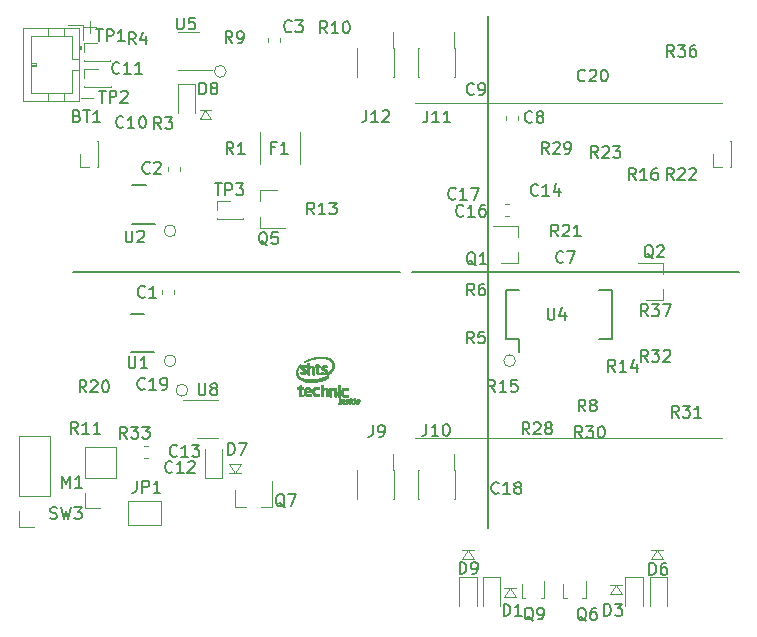
<source format=gbr>
G04 #@! TF.GenerationSoftware,KiCad,Pcbnew,(5.0.2)-1*
G04 #@! TF.CreationDate,2020-01-20T23:46:43+09:00*
G04 #@! TF.ProjectId,schematic,73636865-6d61-4746-9963-2e6b69636164,rev?*
G04 #@! TF.SameCoordinates,Original*
G04 #@! TF.FileFunction,Legend,Top*
G04 #@! TF.FilePolarity,Positive*
%FSLAX46Y46*%
G04 Gerber Fmt 4.6, Leading zero omitted, Abs format (unit mm)*
G04 Created by KiCad (PCBNEW (5.0.2)-1) date 2020/01/20 23:46:43*
%MOMM*%
%LPD*%
G01*
G04 APERTURE LIST*
%ADD10C,0.100000*%
%ADD11C,0.150000*%
%ADD12C,0.120000*%
%ADD13C,0.010000*%
G04 APERTURE END LIST*
D10*
X62500000Y-57500000D02*
G75*
G03X62500000Y-57500000I-500000J0D01*
G01*
X34750000Y-60000000D02*
G75*
G03X34750000Y-60000000I-500000J0D01*
G01*
X33750000Y-57500000D02*
G75*
G03X33750000Y-57500000I-500000J0D01*
G01*
X33750000Y-46500000D02*
G75*
G03X33750000Y-46500000I-500000J0D01*
G01*
X38000000Y-33000000D02*
G75*
G03X38000000Y-33000000I-500000J0D01*
G01*
X35750000Y-36250000D02*
X36750000Y-36250000D01*
X36250000Y-36250000D02*
X35750000Y-37000000D01*
X36750000Y-37000000D02*
X36250000Y-36250000D01*
X35750000Y-37000000D02*
X36750000Y-37000000D01*
X38250000Y-66250000D02*
X38750000Y-67000000D01*
X39250000Y-66250000D02*
X38250000Y-66250000D01*
X38750000Y-67000000D02*
X39250000Y-66250000D01*
X38250000Y-67000000D02*
X39250000Y-67000000D01*
X74500000Y-73500000D02*
X74000000Y-74250000D01*
X74000000Y-73500000D02*
X75000000Y-73500000D01*
X74000000Y-74250000D02*
X75000000Y-74250000D01*
X75000000Y-74250000D02*
X74500000Y-73500000D01*
X58500000Y-73500000D02*
X58000000Y-74250000D01*
X58000000Y-73500000D02*
X59000000Y-73500000D01*
X58000000Y-74250000D02*
X59000000Y-74250000D01*
X59000000Y-74250000D02*
X58500000Y-73500000D01*
X71000000Y-76500000D02*
X70500000Y-77250000D01*
X70500000Y-76500000D02*
X71500000Y-76500000D01*
X70500000Y-77250000D02*
X71500000Y-77250000D01*
X71500000Y-77250000D02*
X71000000Y-76500000D01*
X61500000Y-76750000D02*
X62500000Y-76750000D01*
X62000000Y-76750000D02*
X61500000Y-77500000D01*
X62500000Y-77500000D02*
X62000000Y-76750000D01*
X61500000Y-77500000D02*
X62500000Y-77500000D01*
X25750000Y-35250000D02*
X26750000Y-35250000D01*
X26500000Y-28750000D02*
X26500000Y-29750000D01*
X26000000Y-29250000D02*
X27000000Y-29250000D01*
X54000000Y-35700000D02*
X80000000Y-35700000D01*
X54000000Y-64000000D02*
X80000000Y-64000000D01*
D11*
X81400004Y-50000000D02*
X53700002Y-50000000D01*
X25000000Y-50000000D02*
X52700002Y-50000000D01*
X60200004Y-59000000D02*
X60200004Y-41000000D01*
X60200004Y-59000000D02*
X60200004Y-71700000D01*
X60200004Y-41000000D02*
X60200004Y-28300000D01*
D12*
G04 #@! TO.C,BT1*
X25550000Y-29360000D02*
X20830000Y-29360000D01*
X20830000Y-29360000D02*
X20830000Y-35480000D01*
X20830000Y-35480000D02*
X25550000Y-35480000D01*
X25550000Y-35480000D02*
X25550000Y-29360000D01*
X25550000Y-31120000D02*
X25750000Y-31120000D01*
X25750000Y-31120000D02*
X25750000Y-30820000D01*
X25750000Y-30820000D02*
X25550000Y-30820000D01*
X25650000Y-31120000D02*
X25650000Y-30820000D01*
X25550000Y-31920000D02*
X24940000Y-31920000D01*
X24940000Y-31920000D02*
X24940000Y-29970000D01*
X24940000Y-29970000D02*
X21440000Y-29970000D01*
X21440000Y-29970000D02*
X21440000Y-34870000D01*
X21440000Y-34870000D02*
X24940000Y-34870000D01*
X24940000Y-34870000D02*
X24940000Y-32920000D01*
X24940000Y-32920000D02*
X25550000Y-32920000D01*
X24240000Y-29360000D02*
X24240000Y-29970000D01*
X22940000Y-29360000D02*
X22940000Y-29970000D01*
X24240000Y-35480000D02*
X24240000Y-34870000D01*
X22940000Y-35480000D02*
X22940000Y-34870000D01*
X21440000Y-32320000D02*
X21940000Y-32320000D01*
X21940000Y-32320000D02*
X21940000Y-32520000D01*
X21940000Y-32520000D02*
X21440000Y-32520000D01*
X21440000Y-32420000D02*
X21940000Y-32420000D01*
X25850000Y-30310000D02*
X25850000Y-29060000D01*
X25850000Y-29060000D02*
X24600000Y-29060000D01*
G04 #@! TO.C,C1*
X32530000Y-51836267D02*
X32530000Y-51493733D01*
X33550000Y-51836267D02*
X33550000Y-51493733D01*
G04 #@! TO.C,C2*
X33110000Y-41401267D02*
X33110000Y-41058733D01*
X34130000Y-41401267D02*
X34130000Y-41058733D01*
G04 #@! TO.C,C3*
X42570000Y-30506267D02*
X42570000Y-30163733D01*
X41550000Y-30506267D02*
X41550000Y-30163733D01*
G04 #@! TO.C,C8*
X62740000Y-36748733D02*
X62740000Y-37091267D01*
X61720000Y-36748733D02*
X61720000Y-37091267D01*
G04 #@! TO.C,C13*
X31361267Y-64700000D02*
X31018733Y-64700000D01*
X31361267Y-65720000D02*
X31018733Y-65720000D01*
G04 #@! TO.C,C16*
X61628733Y-44240000D02*
X61971267Y-44240000D01*
X61628733Y-45260000D02*
X61971267Y-45260000D01*
G04 #@! TO.C,D1*
X61185000Y-78300000D02*
X61185000Y-75840000D01*
X61185000Y-75840000D02*
X59715000Y-75840000D01*
X59715000Y-75840000D02*
X59715000Y-78300000D01*
G04 #@! TO.C,D3*
X73265000Y-78295000D02*
X73265000Y-75835000D01*
X73265000Y-75835000D02*
X71795000Y-75835000D01*
X71795000Y-75835000D02*
X71795000Y-78295000D01*
G04 #@! TO.C,D6*
X73855000Y-75830000D02*
X73855000Y-78290000D01*
X75325000Y-75830000D02*
X73855000Y-75830000D01*
X75325000Y-78290000D02*
X75325000Y-75830000D01*
G04 #@! TO.C,D7*
X37675000Y-67440000D02*
X37675000Y-64980000D01*
X36205000Y-67440000D02*
X37675000Y-67440000D01*
X36205000Y-64980000D02*
X36205000Y-67440000D01*
G04 #@! TO.C,D8*
X35395000Y-36490000D02*
X35395000Y-34030000D01*
X35395000Y-34030000D02*
X33925000Y-34030000D01*
X33925000Y-34030000D02*
X33925000Y-36490000D01*
G04 #@! TO.C,D9*
X57755000Y-75830000D02*
X57755000Y-78290000D01*
X59225000Y-75830000D02*
X57755000Y-75830000D01*
X59225000Y-78290000D02*
X59225000Y-75830000D01*
G04 #@! TO.C,F1*
X44270000Y-38093748D02*
X44270000Y-40866252D01*
X40850000Y-38093748D02*
X40850000Y-40866252D01*
G04 #@! TO.C,J9*
X49100000Y-69170000D02*
X49050000Y-69170000D01*
X49100000Y-66750000D02*
X49050000Y-66750000D01*
X52170000Y-69170000D02*
X52120000Y-69170000D01*
X52170000Y-66750000D02*
X52120000Y-66750000D01*
X52120000Y-65370000D02*
X52120000Y-66750000D01*
X49050000Y-66750000D02*
X49050000Y-69170000D01*
X52170000Y-66750000D02*
X52170000Y-69170000D01*
G04 #@! TO.C,J10*
X57360000Y-66750000D02*
X57360000Y-69170000D01*
X54240000Y-66750000D02*
X54240000Y-69170000D01*
X57310000Y-65370000D02*
X57310000Y-66750000D01*
X57360000Y-66750000D02*
X57310000Y-66750000D01*
X57360000Y-69170000D02*
X57310000Y-69170000D01*
X54290000Y-66750000D02*
X54240000Y-66750000D01*
X54290000Y-69170000D02*
X54240000Y-69170000D01*
G04 #@! TO.C,J11*
X57370000Y-31060000D02*
X57370000Y-33480000D01*
X54250000Y-31060000D02*
X54250000Y-33480000D01*
X57320000Y-29680000D02*
X57320000Y-31060000D01*
X57370000Y-31060000D02*
X57320000Y-31060000D01*
X57370000Y-33480000D02*
X57320000Y-33480000D01*
X54300000Y-31060000D02*
X54250000Y-31060000D01*
X54300000Y-33480000D02*
X54250000Y-33480000D01*
G04 #@! TO.C,J12*
X49100000Y-33480000D02*
X49050000Y-33480000D01*
X49100000Y-31060000D02*
X49050000Y-31060000D01*
X52170000Y-33480000D02*
X52120000Y-33480000D01*
X52170000Y-31060000D02*
X52120000Y-31060000D01*
X52120000Y-29680000D02*
X52120000Y-31060000D01*
X49050000Y-31060000D02*
X49050000Y-33480000D01*
X52170000Y-31060000D02*
X52170000Y-33480000D01*
G04 #@! TO.C,M1*
X28690000Y-67390000D02*
X26030000Y-67390000D01*
X28690000Y-67390000D02*
X28690000Y-64790000D01*
X28690000Y-64790000D02*
X26030000Y-64790000D01*
X26030000Y-67390000D02*
X26030000Y-64790000D01*
X26030000Y-69990000D02*
X26030000Y-68660000D01*
X27360000Y-69990000D02*
X26030000Y-69990000D01*
G04 #@! TO.C,Q1*
X62730000Y-49210000D02*
X61270000Y-49210000D01*
X62730000Y-46050000D02*
X60570000Y-46050000D01*
X62730000Y-46050000D02*
X62730000Y-46980000D01*
X62730000Y-49210000D02*
X62730000Y-48280000D01*
G04 #@! TO.C,Q2*
X75010000Y-52360000D02*
X73550000Y-52360000D01*
X75010000Y-49200000D02*
X72850000Y-49200000D01*
X75010000Y-49200000D02*
X75010000Y-50130000D01*
X75010000Y-52360000D02*
X75010000Y-51430000D01*
G04 #@! TO.C,Q5*
X40830000Y-43080000D02*
X40830000Y-44010000D01*
X40830000Y-46240000D02*
X40830000Y-45310000D01*
X40830000Y-46240000D02*
X42990000Y-46240000D01*
X40830000Y-43080000D02*
X42290000Y-43080000D01*
G04 #@! TO.C,Q6*
X66520000Y-77580000D02*
X66830000Y-77580000D01*
X68440000Y-77580000D02*
X68130000Y-77580000D01*
X68440000Y-77580000D02*
X68440000Y-76170000D01*
X66520000Y-77580000D02*
X66520000Y-76420000D01*
G04 #@! TO.C,Q9*
X63010000Y-77570000D02*
X63320000Y-77570000D01*
X64930000Y-77570000D02*
X64620000Y-77570000D01*
X64930000Y-77570000D02*
X64930000Y-76160000D01*
X63010000Y-77570000D02*
X63010000Y-76410000D01*
G04 #@! TO.C,SW3*
X21770000Y-71590000D02*
X20440000Y-71590000D01*
X20440000Y-71590000D02*
X20440000Y-70260000D01*
X20440000Y-68990000D02*
X20440000Y-63850000D01*
X23100000Y-63850000D02*
X20440000Y-63850000D01*
X23100000Y-68990000D02*
X23100000Y-63850000D01*
X23100000Y-68990000D02*
X20440000Y-68990000D01*
G04 #@! TO.C,TP1*
X25960000Y-32110000D02*
X28180000Y-32110000D01*
X25960000Y-32110000D02*
X25960000Y-32045000D01*
X28180000Y-32110000D02*
X28180000Y-32045000D01*
X25960000Y-32110000D02*
X26506529Y-32110000D01*
X27633471Y-32110000D02*
X28180000Y-32110000D01*
X25960000Y-31350000D02*
X25960000Y-30590000D01*
X25960000Y-30590000D02*
X27070000Y-30590000D01*
G04 #@! TO.C,TP2*
X26000000Y-32760000D02*
X27110000Y-32760000D01*
X26000000Y-33520000D02*
X26000000Y-32760000D01*
X27673471Y-34280000D02*
X28220000Y-34280000D01*
X26000000Y-34280000D02*
X26546529Y-34280000D01*
X28220000Y-34280000D02*
X28220000Y-34215000D01*
X26000000Y-34280000D02*
X26000000Y-34215000D01*
X26000000Y-34280000D02*
X28220000Y-34280000D01*
G04 #@! TO.C,TP3*
X37190000Y-45490000D02*
X39410000Y-45490000D01*
X37190000Y-45490000D02*
X37190000Y-45425000D01*
X39410000Y-45490000D02*
X39410000Y-45425000D01*
X37190000Y-45490000D02*
X37736529Y-45490000D01*
X38863471Y-45490000D02*
X39410000Y-45490000D01*
X37190000Y-44730000D02*
X37190000Y-43970000D01*
X37190000Y-43970000D02*
X38300000Y-43970000D01*
D11*
G04 #@! TO.C,U1*
X31860000Y-56755000D02*
X29935000Y-56755000D01*
X31085000Y-53505000D02*
X29935000Y-53505000D01*
G04 #@! TO.C,U2*
X31215000Y-42655000D02*
X30065000Y-42655000D01*
X31990000Y-45905000D02*
X30065000Y-45905000D01*
G04 #@! TO.C,U4*
X62805000Y-55635000D02*
X61695000Y-55635000D01*
X61695000Y-51485000D02*
X62805000Y-51485000D01*
X70645000Y-51485000D02*
X69535000Y-51485000D01*
X70645000Y-55635000D02*
X69535000Y-55635000D01*
X61695000Y-55635000D02*
X61695000Y-51485000D01*
X70645000Y-55635000D02*
X70645000Y-51485000D01*
X62805000Y-55635000D02*
X62805000Y-56760000D01*
D12*
G04 #@! TO.C,U5*
X33890000Y-32920000D02*
X36840000Y-32920000D01*
X35690000Y-29700000D02*
X33890000Y-29700000D01*
G04 #@! TO.C,U8*
X35530000Y-64070000D02*
X37330000Y-64070000D01*
X37330000Y-60850000D02*
X34380000Y-60850000D01*
G04 #@! TO.C,Q7*
X38720000Y-69860000D02*
X39650000Y-69860000D01*
X41880000Y-69860000D02*
X40950000Y-69860000D01*
X41880000Y-69860000D02*
X41880000Y-67700000D01*
X38720000Y-69860000D02*
X38720000Y-68400000D01*
G04 #@! TO.C,JP1*
X32470000Y-69390000D02*
X32470000Y-71390000D01*
X29670000Y-69390000D02*
X32470000Y-69390000D01*
X29670000Y-71390000D02*
X29670000Y-69390000D01*
X32470000Y-71390000D02*
X29670000Y-71390000D01*
D13*
G04 #@! TO.C,G\002A\002A\002A*
G36*
X46143634Y-57154753D02*
X46266367Y-57165263D01*
X46384002Y-57182715D01*
X46495628Y-57207193D01*
X46532580Y-57217283D01*
X46617317Y-57244022D01*
X46693717Y-57273233D01*
X46763453Y-57305658D01*
X46828201Y-57342037D01*
X46859126Y-57361873D01*
X46926957Y-57412708D01*
X46986132Y-57468650D01*
X47036548Y-57529545D01*
X47078103Y-57595238D01*
X47110694Y-57665574D01*
X47134218Y-57740397D01*
X47145034Y-57794080D01*
X47150859Y-57848880D01*
X47152161Y-57908098D01*
X47149103Y-57968150D01*
X47141849Y-58025455D01*
X47132471Y-58069457D01*
X47105246Y-58153163D01*
X47069068Y-58232163D01*
X47024122Y-58306192D01*
X46970594Y-58374986D01*
X46908668Y-58438281D01*
X46838529Y-58495812D01*
X46829598Y-58502296D01*
X46810679Y-58514914D01*
X46787593Y-58528889D01*
X46762227Y-58543238D01*
X46736471Y-58556977D01*
X46712212Y-58569122D01*
X46691338Y-58578691D01*
X46675739Y-58584698D01*
X46668383Y-58586280D01*
X46665068Y-58585549D01*
X46662677Y-58582415D01*
X46661062Y-58575468D01*
X46660072Y-58563295D01*
X46659560Y-58544485D01*
X46659375Y-58517627D01*
X46659360Y-58500890D01*
X46659641Y-58465154D01*
X46660526Y-58438718D01*
X46662070Y-58420734D01*
X46664332Y-58410358D01*
X46665710Y-58407806D01*
X46672414Y-58401728D01*
X46685379Y-58391532D01*
X46702484Y-58378847D01*
X46714868Y-58370005D01*
X46737042Y-58353241D01*
X46762440Y-58332224D01*
X46787337Y-58310112D01*
X46801612Y-58296524D01*
X46853677Y-58239000D01*
X46897137Y-58178095D01*
X46931849Y-58114498D01*
X46957672Y-58048895D01*
X46974463Y-57981974D01*
X46982080Y-57914424D01*
X46980380Y-57846931D01*
X46969222Y-57780182D01*
X46948464Y-57714867D01*
X46930219Y-57674420D01*
X46902562Y-57625416D01*
X46871207Y-57581463D01*
X46833666Y-57539233D01*
X46815702Y-57521447D01*
X46755897Y-57470880D01*
X46687660Y-57425738D01*
X46611202Y-57386102D01*
X46526728Y-57352049D01*
X46434448Y-57323659D01*
X46334570Y-57301010D01*
X46227300Y-57284180D01*
X46172134Y-57278085D01*
X46106080Y-57273314D01*
X46032545Y-57270784D01*
X45953942Y-57270428D01*
X45872686Y-57272180D01*
X45791190Y-57275975D01*
X45711867Y-57281747D01*
X45637132Y-57289429D01*
X45605260Y-57293545D01*
X45449567Y-57319041D01*
X45295220Y-57352046D01*
X45143630Y-57392143D01*
X44996211Y-57438917D01*
X44854374Y-57491951D01*
X44719533Y-57550829D01*
X44699061Y-57560591D01*
X44672254Y-57573416D01*
X44648546Y-57584547D01*
X44629471Y-57593282D01*
X44616562Y-57598917D01*
X44611431Y-57600760D01*
X44609190Y-57596127D01*
X44607607Y-57584012D01*
X44607039Y-57567906D01*
X44607039Y-57535052D01*
X44654029Y-57507420D01*
X44683529Y-57490858D01*
X44720256Y-57471468D01*
X44762047Y-57450298D01*
X44806738Y-57428398D01*
X44852167Y-57406819D01*
X44896170Y-57386608D01*
X44936583Y-57368817D01*
X44959825Y-57359078D01*
X45087478Y-57310790D01*
X45218225Y-57268707D01*
X45351156Y-57232911D01*
X45485361Y-57203484D01*
X45619929Y-57180508D01*
X45753951Y-57164065D01*
X45886516Y-57154236D01*
X46016713Y-57151105D01*
X46143634Y-57154753D01*
X46143634Y-57154753D01*
G37*
X46143634Y-57154753D02*
X46266367Y-57165263D01*
X46384002Y-57182715D01*
X46495628Y-57207193D01*
X46532580Y-57217283D01*
X46617317Y-57244022D01*
X46693717Y-57273233D01*
X46763453Y-57305658D01*
X46828201Y-57342037D01*
X46859126Y-57361873D01*
X46926957Y-57412708D01*
X46986132Y-57468650D01*
X47036548Y-57529545D01*
X47078103Y-57595238D01*
X47110694Y-57665574D01*
X47134218Y-57740397D01*
X47145034Y-57794080D01*
X47150859Y-57848880D01*
X47152161Y-57908098D01*
X47149103Y-57968150D01*
X47141849Y-58025455D01*
X47132471Y-58069457D01*
X47105246Y-58153163D01*
X47069068Y-58232163D01*
X47024122Y-58306192D01*
X46970594Y-58374986D01*
X46908668Y-58438281D01*
X46838529Y-58495812D01*
X46829598Y-58502296D01*
X46810679Y-58514914D01*
X46787593Y-58528889D01*
X46762227Y-58543238D01*
X46736471Y-58556977D01*
X46712212Y-58569122D01*
X46691338Y-58578691D01*
X46675739Y-58584698D01*
X46668383Y-58586280D01*
X46665068Y-58585549D01*
X46662677Y-58582415D01*
X46661062Y-58575468D01*
X46660072Y-58563295D01*
X46659560Y-58544485D01*
X46659375Y-58517627D01*
X46659360Y-58500890D01*
X46659641Y-58465154D01*
X46660526Y-58438718D01*
X46662070Y-58420734D01*
X46664332Y-58410358D01*
X46665710Y-58407806D01*
X46672414Y-58401728D01*
X46685379Y-58391532D01*
X46702484Y-58378847D01*
X46714868Y-58370005D01*
X46737042Y-58353241D01*
X46762440Y-58332224D01*
X46787337Y-58310112D01*
X46801612Y-58296524D01*
X46853677Y-58239000D01*
X46897137Y-58178095D01*
X46931849Y-58114498D01*
X46957672Y-58048895D01*
X46974463Y-57981974D01*
X46982080Y-57914424D01*
X46980380Y-57846931D01*
X46969222Y-57780182D01*
X46948464Y-57714867D01*
X46930219Y-57674420D01*
X46902562Y-57625416D01*
X46871207Y-57581463D01*
X46833666Y-57539233D01*
X46815702Y-57521447D01*
X46755897Y-57470880D01*
X46687660Y-57425738D01*
X46611202Y-57386102D01*
X46526728Y-57352049D01*
X46434448Y-57323659D01*
X46334570Y-57301010D01*
X46227300Y-57284180D01*
X46172134Y-57278085D01*
X46106080Y-57273314D01*
X46032545Y-57270784D01*
X45953942Y-57270428D01*
X45872686Y-57272180D01*
X45791190Y-57275975D01*
X45711867Y-57281747D01*
X45637132Y-57289429D01*
X45605260Y-57293545D01*
X45449567Y-57319041D01*
X45295220Y-57352046D01*
X45143630Y-57392143D01*
X44996211Y-57438917D01*
X44854374Y-57491951D01*
X44719533Y-57550829D01*
X44699061Y-57560591D01*
X44672254Y-57573416D01*
X44648546Y-57584547D01*
X44629471Y-57593282D01*
X44616562Y-57598917D01*
X44611431Y-57600760D01*
X44609190Y-57596127D01*
X44607607Y-57584012D01*
X44607039Y-57567906D01*
X44607039Y-57535052D01*
X44654029Y-57507420D01*
X44683529Y-57490858D01*
X44720256Y-57471468D01*
X44762047Y-57450298D01*
X44806738Y-57428398D01*
X44852167Y-57406819D01*
X44896170Y-57386608D01*
X44936583Y-57368817D01*
X44959825Y-57359078D01*
X45087478Y-57310790D01*
X45218225Y-57268707D01*
X45351156Y-57232911D01*
X45485361Y-57203484D01*
X45619929Y-57180508D01*
X45753951Y-57164065D01*
X45886516Y-57154236D01*
X46016713Y-57151105D01*
X46143634Y-57154753D01*
G36*
X44572689Y-57865472D02*
X44611557Y-57868039D01*
X44647002Y-57872279D01*
X44663696Y-57875238D01*
X44696286Y-57882726D01*
X44726625Y-57891269D01*
X44752926Y-57900237D01*
X44773405Y-57909000D01*
X44786275Y-57916926D01*
X44788650Y-57919383D01*
X44792051Y-57929705D01*
X44794179Y-57949703D01*
X44794992Y-57978967D01*
X44795000Y-57982552D01*
X44794818Y-58008812D01*
X44793313Y-58027112D01*
X44789040Y-58038394D01*
X44780556Y-58043596D01*
X44766419Y-58043660D01*
X44745186Y-58039526D01*
X44717937Y-58032771D01*
X44670267Y-58022120D01*
X44625185Y-58014717D01*
X44583728Y-58010552D01*
X44546936Y-58009614D01*
X44515846Y-58011892D01*
X44491496Y-58017376D01*
X44474926Y-58026055D01*
X44467955Y-58035327D01*
X44464822Y-58055884D01*
X44470399Y-58075144D01*
X44477275Y-58084289D01*
X44484893Y-58090240D01*
X44499925Y-58100576D01*
X44521070Y-58114454D01*
X44547030Y-58131034D01*
X44576505Y-58149475D01*
X44605545Y-58167322D01*
X44651533Y-58195790D01*
X44689410Y-58220372D01*
X44720081Y-58241870D01*
X44744449Y-58261081D01*
X44763419Y-58278807D01*
X44777897Y-58295846D01*
X44788785Y-58312998D01*
X44796989Y-58331063D01*
X44799847Y-58339103D01*
X44808360Y-58377438D01*
X44810385Y-58418921D01*
X44806077Y-58460002D01*
X44795585Y-58497131D01*
X44792813Y-58503650D01*
X44771822Y-58537885D01*
X44742451Y-58567547D01*
X44705743Y-58591858D01*
X44662742Y-58610044D01*
X44641859Y-58615963D01*
X44624501Y-58618948D01*
X44600284Y-58621522D01*
X44572507Y-58623499D01*
X44544469Y-58624693D01*
X44519468Y-58624918D01*
X44500803Y-58623988D01*
X44500360Y-58623938D01*
X44456289Y-58617853D01*
X44415069Y-58610153D01*
X44378056Y-58601228D01*
X44346605Y-58591466D01*
X44322071Y-58581256D01*
X44305811Y-58570985D01*
X44302056Y-58567112D01*
X44297402Y-58559708D01*
X44294434Y-58550239D01*
X44292800Y-58536405D01*
X44292147Y-58515908D01*
X44292080Y-58501953D01*
X44292282Y-58476423D01*
X44293869Y-58458801D01*
X44298306Y-58448143D01*
X44307062Y-58443508D01*
X44321603Y-58443952D01*
X44343398Y-58448533D01*
X44366198Y-58454324D01*
X44411181Y-58464469D01*
X44456508Y-58472068D01*
X44499621Y-58476826D01*
X44537956Y-58478447D01*
X44564404Y-58477189D01*
X44584310Y-58474421D01*
X44597732Y-58470360D01*
X44608347Y-58463540D01*
X44615681Y-58456734D01*
X44628932Y-58438103D01*
X44632091Y-58418934D01*
X44625204Y-58399377D01*
X44608315Y-58379583D01*
X44587939Y-58363883D01*
X44574527Y-58355187D01*
X44554282Y-58342415D01*
X44529078Y-58326730D01*
X44500784Y-58309296D01*
X44471275Y-58291279D01*
X44467340Y-58288889D01*
X44420717Y-58259595D01*
X44382669Y-58233168D01*
X44352376Y-58208611D01*
X44329014Y-58184929D01*
X44311762Y-58161126D01*
X44299799Y-58136205D01*
X44292302Y-58109171D01*
X44288450Y-58079028D01*
X44287991Y-58071513D01*
X44289203Y-58023976D01*
X44298130Y-57982963D01*
X44314975Y-57948206D01*
X44339937Y-57919437D01*
X44373216Y-57896387D01*
X44415015Y-57878788D01*
X44436657Y-57872575D01*
X44462383Y-57868131D01*
X44495419Y-57865487D01*
X44533082Y-57864611D01*
X44572689Y-57865472D01*
X44572689Y-57865472D01*
G37*
X44572689Y-57865472D02*
X44611557Y-57868039D01*
X44647002Y-57872279D01*
X44663696Y-57875238D01*
X44696286Y-57882726D01*
X44726625Y-57891269D01*
X44752926Y-57900237D01*
X44773405Y-57909000D01*
X44786275Y-57916926D01*
X44788650Y-57919383D01*
X44792051Y-57929705D01*
X44794179Y-57949703D01*
X44794992Y-57978967D01*
X44795000Y-57982552D01*
X44794818Y-58008812D01*
X44793313Y-58027112D01*
X44789040Y-58038394D01*
X44780556Y-58043596D01*
X44766419Y-58043660D01*
X44745186Y-58039526D01*
X44717937Y-58032771D01*
X44670267Y-58022120D01*
X44625185Y-58014717D01*
X44583728Y-58010552D01*
X44546936Y-58009614D01*
X44515846Y-58011892D01*
X44491496Y-58017376D01*
X44474926Y-58026055D01*
X44467955Y-58035327D01*
X44464822Y-58055884D01*
X44470399Y-58075144D01*
X44477275Y-58084289D01*
X44484893Y-58090240D01*
X44499925Y-58100576D01*
X44521070Y-58114454D01*
X44547030Y-58131034D01*
X44576505Y-58149475D01*
X44605545Y-58167322D01*
X44651533Y-58195790D01*
X44689410Y-58220372D01*
X44720081Y-58241870D01*
X44744449Y-58261081D01*
X44763419Y-58278807D01*
X44777897Y-58295846D01*
X44788785Y-58312998D01*
X44796989Y-58331063D01*
X44799847Y-58339103D01*
X44808360Y-58377438D01*
X44810385Y-58418921D01*
X44806077Y-58460002D01*
X44795585Y-58497131D01*
X44792813Y-58503650D01*
X44771822Y-58537885D01*
X44742451Y-58567547D01*
X44705743Y-58591858D01*
X44662742Y-58610044D01*
X44641859Y-58615963D01*
X44624501Y-58618948D01*
X44600284Y-58621522D01*
X44572507Y-58623499D01*
X44544469Y-58624693D01*
X44519468Y-58624918D01*
X44500803Y-58623988D01*
X44500360Y-58623938D01*
X44456289Y-58617853D01*
X44415069Y-58610153D01*
X44378056Y-58601228D01*
X44346605Y-58591466D01*
X44322071Y-58581256D01*
X44305811Y-58570985D01*
X44302056Y-58567112D01*
X44297402Y-58559708D01*
X44294434Y-58550239D01*
X44292800Y-58536405D01*
X44292147Y-58515908D01*
X44292080Y-58501953D01*
X44292282Y-58476423D01*
X44293869Y-58458801D01*
X44298306Y-58448143D01*
X44307062Y-58443508D01*
X44321603Y-58443952D01*
X44343398Y-58448533D01*
X44366198Y-58454324D01*
X44411181Y-58464469D01*
X44456508Y-58472068D01*
X44499621Y-58476826D01*
X44537956Y-58478447D01*
X44564404Y-58477189D01*
X44584310Y-58474421D01*
X44597732Y-58470360D01*
X44608347Y-58463540D01*
X44615681Y-58456734D01*
X44628932Y-58438103D01*
X44632091Y-58418934D01*
X44625204Y-58399377D01*
X44608315Y-58379583D01*
X44587939Y-58363883D01*
X44574527Y-58355187D01*
X44554282Y-58342415D01*
X44529078Y-58326730D01*
X44500784Y-58309296D01*
X44471275Y-58291279D01*
X44467340Y-58288889D01*
X44420717Y-58259595D01*
X44382669Y-58233168D01*
X44352376Y-58208611D01*
X44329014Y-58184929D01*
X44311762Y-58161126D01*
X44299799Y-58136205D01*
X44292302Y-58109171D01*
X44288450Y-58079028D01*
X44287991Y-58071513D01*
X44289203Y-58023976D01*
X44298130Y-57982963D01*
X44314975Y-57948206D01*
X44339937Y-57919437D01*
X44373216Y-57896387D01*
X44415015Y-57878788D01*
X44436657Y-57872575D01*
X44462383Y-57868131D01*
X44495419Y-57865487D01*
X44533082Y-57864611D01*
X44572689Y-57865472D01*
G36*
X46340529Y-57885792D02*
X46379397Y-57888359D01*
X46414842Y-57892599D01*
X46431536Y-57895558D01*
X46464126Y-57903046D01*
X46494465Y-57911589D01*
X46520766Y-57920557D01*
X46541245Y-57929320D01*
X46554115Y-57937246D01*
X46556490Y-57939703D01*
X46559891Y-57950025D01*
X46562019Y-57970023D01*
X46562832Y-57999287D01*
X46562840Y-58002872D01*
X46562658Y-58029132D01*
X46561153Y-58047432D01*
X46556880Y-58058714D01*
X46548396Y-58063916D01*
X46534259Y-58063980D01*
X46513026Y-58059846D01*
X46485777Y-58053091D01*
X46438107Y-58042440D01*
X46393025Y-58035037D01*
X46351568Y-58030872D01*
X46314776Y-58029934D01*
X46283686Y-58032212D01*
X46259336Y-58037696D01*
X46242766Y-58046375D01*
X46235795Y-58055647D01*
X46232662Y-58076204D01*
X46238239Y-58095464D01*
X46245115Y-58104609D01*
X46252733Y-58110560D01*
X46267765Y-58120896D01*
X46288910Y-58134774D01*
X46314870Y-58151354D01*
X46344345Y-58169795D01*
X46373385Y-58187642D01*
X46419373Y-58216110D01*
X46457250Y-58240692D01*
X46487921Y-58262190D01*
X46512289Y-58281401D01*
X46531259Y-58299127D01*
X46545737Y-58316166D01*
X46556625Y-58333318D01*
X46564829Y-58351383D01*
X46567687Y-58359423D01*
X46576200Y-58397758D01*
X46578225Y-58439241D01*
X46573917Y-58480322D01*
X46563425Y-58517451D01*
X46560653Y-58523970D01*
X46539662Y-58558205D01*
X46510291Y-58587867D01*
X46473583Y-58612178D01*
X46430582Y-58630364D01*
X46409699Y-58636283D01*
X46392341Y-58639268D01*
X46368124Y-58641842D01*
X46340347Y-58643819D01*
X46312309Y-58645013D01*
X46287308Y-58645238D01*
X46268643Y-58644308D01*
X46268200Y-58644258D01*
X46224129Y-58638173D01*
X46182909Y-58630473D01*
X46145896Y-58621548D01*
X46114445Y-58611786D01*
X46089911Y-58601576D01*
X46073651Y-58591305D01*
X46069896Y-58587432D01*
X46065242Y-58580028D01*
X46062274Y-58570559D01*
X46060640Y-58556725D01*
X46059987Y-58536228D01*
X46059920Y-58522273D01*
X46060122Y-58496743D01*
X46061709Y-58479121D01*
X46066146Y-58468463D01*
X46074902Y-58463828D01*
X46089443Y-58464272D01*
X46111238Y-58468853D01*
X46134038Y-58474644D01*
X46179021Y-58484789D01*
X46224348Y-58492388D01*
X46267461Y-58497146D01*
X46305796Y-58498767D01*
X46332244Y-58497509D01*
X46352150Y-58494741D01*
X46365572Y-58490680D01*
X46376187Y-58483860D01*
X46383521Y-58477054D01*
X46396772Y-58458423D01*
X46399931Y-58439254D01*
X46393044Y-58419697D01*
X46376155Y-58399903D01*
X46355779Y-58384203D01*
X46342367Y-58375507D01*
X46322122Y-58362735D01*
X46296918Y-58347050D01*
X46268624Y-58329616D01*
X46239115Y-58311599D01*
X46235180Y-58309209D01*
X46188557Y-58279915D01*
X46150509Y-58253488D01*
X46120216Y-58228931D01*
X46096854Y-58205249D01*
X46079602Y-58181446D01*
X46067639Y-58156525D01*
X46060142Y-58129491D01*
X46056290Y-58099348D01*
X46055831Y-58091833D01*
X46057043Y-58044296D01*
X46065970Y-58003283D01*
X46082815Y-57968526D01*
X46107777Y-57939757D01*
X46141056Y-57916707D01*
X46182855Y-57899108D01*
X46204497Y-57892895D01*
X46230223Y-57888451D01*
X46263259Y-57885807D01*
X46300922Y-57884931D01*
X46340529Y-57885792D01*
X46340529Y-57885792D01*
G37*
X46340529Y-57885792D02*
X46379397Y-57888359D01*
X46414842Y-57892599D01*
X46431536Y-57895558D01*
X46464126Y-57903046D01*
X46494465Y-57911589D01*
X46520766Y-57920557D01*
X46541245Y-57929320D01*
X46554115Y-57937246D01*
X46556490Y-57939703D01*
X46559891Y-57950025D01*
X46562019Y-57970023D01*
X46562832Y-57999287D01*
X46562840Y-58002872D01*
X46562658Y-58029132D01*
X46561153Y-58047432D01*
X46556880Y-58058714D01*
X46548396Y-58063916D01*
X46534259Y-58063980D01*
X46513026Y-58059846D01*
X46485777Y-58053091D01*
X46438107Y-58042440D01*
X46393025Y-58035037D01*
X46351568Y-58030872D01*
X46314776Y-58029934D01*
X46283686Y-58032212D01*
X46259336Y-58037696D01*
X46242766Y-58046375D01*
X46235795Y-58055647D01*
X46232662Y-58076204D01*
X46238239Y-58095464D01*
X46245115Y-58104609D01*
X46252733Y-58110560D01*
X46267765Y-58120896D01*
X46288910Y-58134774D01*
X46314870Y-58151354D01*
X46344345Y-58169795D01*
X46373385Y-58187642D01*
X46419373Y-58216110D01*
X46457250Y-58240692D01*
X46487921Y-58262190D01*
X46512289Y-58281401D01*
X46531259Y-58299127D01*
X46545737Y-58316166D01*
X46556625Y-58333318D01*
X46564829Y-58351383D01*
X46567687Y-58359423D01*
X46576200Y-58397758D01*
X46578225Y-58439241D01*
X46573917Y-58480322D01*
X46563425Y-58517451D01*
X46560653Y-58523970D01*
X46539662Y-58558205D01*
X46510291Y-58587867D01*
X46473583Y-58612178D01*
X46430582Y-58630364D01*
X46409699Y-58636283D01*
X46392341Y-58639268D01*
X46368124Y-58641842D01*
X46340347Y-58643819D01*
X46312309Y-58645013D01*
X46287308Y-58645238D01*
X46268643Y-58644308D01*
X46268200Y-58644258D01*
X46224129Y-58638173D01*
X46182909Y-58630473D01*
X46145896Y-58621548D01*
X46114445Y-58611786D01*
X46089911Y-58601576D01*
X46073651Y-58591305D01*
X46069896Y-58587432D01*
X46065242Y-58580028D01*
X46062274Y-58570559D01*
X46060640Y-58556725D01*
X46059987Y-58536228D01*
X46059920Y-58522273D01*
X46060122Y-58496743D01*
X46061709Y-58479121D01*
X46066146Y-58468463D01*
X46074902Y-58463828D01*
X46089443Y-58464272D01*
X46111238Y-58468853D01*
X46134038Y-58474644D01*
X46179021Y-58484789D01*
X46224348Y-58492388D01*
X46267461Y-58497146D01*
X46305796Y-58498767D01*
X46332244Y-58497509D01*
X46352150Y-58494741D01*
X46365572Y-58490680D01*
X46376187Y-58483860D01*
X46383521Y-58477054D01*
X46396772Y-58458423D01*
X46399931Y-58439254D01*
X46393044Y-58419697D01*
X46376155Y-58399903D01*
X46355779Y-58384203D01*
X46342367Y-58375507D01*
X46322122Y-58362735D01*
X46296918Y-58347050D01*
X46268624Y-58329616D01*
X46239115Y-58311599D01*
X46235180Y-58309209D01*
X46188557Y-58279915D01*
X46150509Y-58253488D01*
X46120216Y-58228931D01*
X46096854Y-58205249D01*
X46079602Y-58181446D01*
X46067639Y-58156525D01*
X46060142Y-58129491D01*
X46056290Y-58099348D01*
X46055831Y-58091833D01*
X46057043Y-58044296D01*
X46065970Y-58003283D01*
X46082815Y-57968526D01*
X46107777Y-57939757D01*
X46141056Y-57916707D01*
X46182855Y-57899108D01*
X46204497Y-57892895D01*
X46230223Y-57888451D01*
X46263259Y-57885807D01*
X46300922Y-57884931D01*
X46340529Y-57885792D01*
G36*
X45784697Y-57749504D02*
X45791230Y-57752444D01*
X45795322Y-57757432D01*
X45795581Y-57757906D01*
X45797563Y-57766531D01*
X45799203Y-57783045D01*
X45800345Y-57805175D01*
X45800832Y-57830652D01*
X45800840Y-57834106D01*
X45800840Y-57900480D01*
X45869420Y-57900480D01*
X45901381Y-57900657D01*
X45924585Y-57901933D01*
X45940434Y-57905426D01*
X45950329Y-57912253D01*
X45955673Y-57923530D01*
X45957868Y-57940376D01*
X45958316Y-57963907D01*
X45958320Y-57971311D01*
X45958121Y-57995030D01*
X45956597Y-58012290D01*
X45952353Y-58024117D01*
X45943998Y-58031539D01*
X45930136Y-58035582D01*
X45909376Y-58037272D01*
X45880324Y-58037636D01*
X45868289Y-58037640D01*
X45800840Y-58037640D01*
X45800840Y-58261493D01*
X45800877Y-58317075D01*
X45801032Y-58363391D01*
X45801367Y-58401340D01*
X45801942Y-58431815D01*
X45802820Y-58455714D01*
X45804062Y-58473931D01*
X45805732Y-58487362D01*
X45807890Y-58496903D01*
X45810599Y-58503450D01*
X45813921Y-58507897D01*
X45817917Y-58511142D01*
X45818110Y-58511272D01*
X45825151Y-58512743D01*
X45840120Y-58513955D01*
X45860785Y-58514778D01*
X45883723Y-58515082D01*
X45908269Y-58515544D01*
X45929763Y-58516740D01*
X45945775Y-58518486D01*
X45953573Y-58520418D01*
X45958148Y-58523957D01*
X45961049Y-58530019D01*
X45962643Y-58540664D01*
X45963300Y-58557950D01*
X45963400Y-58575327D01*
X45962858Y-58602538D01*
X45960641Y-58621406D01*
X45955858Y-58633719D01*
X45947622Y-58641265D01*
X45935044Y-58645831D01*
X45927538Y-58647425D01*
X45903873Y-58650673D01*
X45873986Y-58653028D01*
X45841323Y-58654387D01*
X45809331Y-58654648D01*
X45781454Y-58653709D01*
X45765741Y-58652216D01*
X45725799Y-58644357D01*
X45694243Y-58632625D01*
X45669749Y-58616146D01*
X45650997Y-58594048D01*
X45637491Y-58567542D01*
X45634765Y-58560616D01*
X45632483Y-58553907D01*
X45630602Y-58546469D01*
X45629074Y-58537358D01*
X45627854Y-58525629D01*
X45626896Y-58510337D01*
X45626154Y-58490539D01*
X45625582Y-58465288D01*
X45625133Y-58433641D01*
X45624763Y-58394652D01*
X45624425Y-58347378D01*
X45624079Y-58291882D01*
X45623636Y-58235573D01*
X45623037Y-58185021D01*
X45622301Y-58140897D01*
X45621443Y-58103874D01*
X45620481Y-58074624D01*
X45619432Y-58053820D01*
X45618313Y-58042133D01*
X45617673Y-58039835D01*
X45610012Y-58035672D01*
X45596237Y-58031909D01*
X45588694Y-58030628D01*
X45550510Y-58024871D01*
X45522134Y-58019383D01*
X45503221Y-58014084D01*
X45493424Y-58008896D01*
X45493307Y-58008782D01*
X45488936Y-57999164D01*
X45486281Y-57982851D01*
X45485311Y-57962940D01*
X45485997Y-57942527D01*
X45488310Y-57924708D01*
X45492220Y-57912579D01*
X45494252Y-57909992D01*
X45504583Y-57906034D01*
X45524998Y-57902956D01*
X45555456Y-57900761D01*
X45561562Y-57900480D01*
X45620500Y-57897940D01*
X45621932Y-57838066D01*
X45622407Y-57813784D01*
X45623438Y-57796253D01*
X45626455Y-57784087D01*
X45632887Y-57775902D01*
X45644162Y-57770312D01*
X45661711Y-57765933D01*
X45686960Y-57761379D01*
X45704139Y-57758388D01*
X45735443Y-57753054D01*
X45758304Y-57749801D01*
X45774222Y-57748620D01*
X45784697Y-57749504D01*
X45784697Y-57749504D01*
G37*
X45784697Y-57749504D02*
X45791230Y-57752444D01*
X45795322Y-57757432D01*
X45795581Y-57757906D01*
X45797563Y-57766531D01*
X45799203Y-57783045D01*
X45800345Y-57805175D01*
X45800832Y-57830652D01*
X45800840Y-57834106D01*
X45800840Y-57900480D01*
X45869420Y-57900480D01*
X45901381Y-57900657D01*
X45924585Y-57901933D01*
X45940434Y-57905426D01*
X45950329Y-57912253D01*
X45955673Y-57923530D01*
X45957868Y-57940376D01*
X45958316Y-57963907D01*
X45958320Y-57971311D01*
X45958121Y-57995030D01*
X45956597Y-58012290D01*
X45952353Y-58024117D01*
X45943998Y-58031539D01*
X45930136Y-58035582D01*
X45909376Y-58037272D01*
X45880324Y-58037636D01*
X45868289Y-58037640D01*
X45800840Y-58037640D01*
X45800840Y-58261493D01*
X45800877Y-58317075D01*
X45801032Y-58363391D01*
X45801367Y-58401340D01*
X45801942Y-58431815D01*
X45802820Y-58455714D01*
X45804062Y-58473931D01*
X45805732Y-58487362D01*
X45807890Y-58496903D01*
X45810599Y-58503450D01*
X45813921Y-58507897D01*
X45817917Y-58511142D01*
X45818110Y-58511272D01*
X45825151Y-58512743D01*
X45840120Y-58513955D01*
X45860785Y-58514778D01*
X45883723Y-58515082D01*
X45908269Y-58515544D01*
X45929763Y-58516740D01*
X45945775Y-58518486D01*
X45953573Y-58520418D01*
X45958148Y-58523957D01*
X45961049Y-58530019D01*
X45962643Y-58540664D01*
X45963300Y-58557950D01*
X45963400Y-58575327D01*
X45962858Y-58602538D01*
X45960641Y-58621406D01*
X45955858Y-58633719D01*
X45947622Y-58641265D01*
X45935044Y-58645831D01*
X45927538Y-58647425D01*
X45903873Y-58650673D01*
X45873986Y-58653028D01*
X45841323Y-58654387D01*
X45809331Y-58654648D01*
X45781454Y-58653709D01*
X45765741Y-58652216D01*
X45725799Y-58644357D01*
X45694243Y-58632625D01*
X45669749Y-58616146D01*
X45650997Y-58594048D01*
X45637491Y-58567542D01*
X45634765Y-58560616D01*
X45632483Y-58553907D01*
X45630602Y-58546469D01*
X45629074Y-58537358D01*
X45627854Y-58525629D01*
X45626896Y-58510337D01*
X45626154Y-58490539D01*
X45625582Y-58465288D01*
X45625133Y-58433641D01*
X45624763Y-58394652D01*
X45624425Y-58347378D01*
X45624079Y-58291882D01*
X45623636Y-58235573D01*
X45623037Y-58185021D01*
X45622301Y-58140897D01*
X45621443Y-58103874D01*
X45620481Y-58074624D01*
X45619432Y-58053820D01*
X45618313Y-58042133D01*
X45617673Y-58039835D01*
X45610012Y-58035672D01*
X45596237Y-58031909D01*
X45588694Y-58030628D01*
X45550510Y-58024871D01*
X45522134Y-58019383D01*
X45503221Y-58014084D01*
X45493424Y-58008896D01*
X45493307Y-58008782D01*
X45488936Y-57999164D01*
X45486281Y-57982851D01*
X45485311Y-57962940D01*
X45485997Y-57942527D01*
X45488310Y-57924708D01*
X45492220Y-57912579D01*
X45494252Y-57909992D01*
X45504583Y-57906034D01*
X45524998Y-57902956D01*
X45555456Y-57900761D01*
X45561562Y-57900480D01*
X45620500Y-57897940D01*
X45621932Y-57838066D01*
X45622407Y-57813784D01*
X45623438Y-57796253D01*
X45626455Y-57784087D01*
X45632887Y-57775902D01*
X45644162Y-57770312D01*
X45661711Y-57765933D01*
X45686960Y-57761379D01*
X45704139Y-57758388D01*
X45735443Y-57753054D01*
X45758304Y-57749801D01*
X45774222Y-57748620D01*
X45784697Y-57749504D01*
G36*
X44980099Y-57664370D02*
X45000605Y-57664840D01*
X45014341Y-57665877D01*
X45023002Y-57667689D01*
X45028283Y-57670483D01*
X45031629Y-57674120D01*
X45033881Y-57679038D01*
X45035635Y-57687634D01*
X45036946Y-57701003D01*
X45037867Y-57720243D01*
X45038454Y-57746450D01*
X45038759Y-57780722D01*
X45038840Y-57819815D01*
X45038840Y-57955648D01*
X45070494Y-57942786D01*
X45115844Y-57927807D01*
X45164404Y-57918823D01*
X45218735Y-57915393D01*
X45230237Y-57915334D01*
X45277430Y-57917843D01*
X45317295Y-57925309D01*
X45351582Y-57938135D01*
X45367548Y-57946909D01*
X45390058Y-57964809D01*
X45412075Y-57989467D01*
X45431054Y-58017689D01*
X45442404Y-58040843D01*
X45455962Y-58074712D01*
X45455554Y-58367104D01*
X45455415Y-58432318D01*
X45455182Y-58487986D01*
X45454842Y-58534725D01*
X45454383Y-58573148D01*
X45453788Y-58603872D01*
X45453046Y-58627509D01*
X45452143Y-58644676D01*
X45451063Y-58655988D01*
X45449795Y-58662058D01*
X45448923Y-58663450D01*
X45441692Y-58664961D01*
X45426469Y-58666219D01*
X45405423Y-58667099D01*
X45380721Y-58667477D01*
X45378492Y-58667482D01*
X45350730Y-58667302D01*
X45331234Y-58666536D01*
X45318117Y-58664962D01*
X45309493Y-58662356D01*
X45303677Y-58658670D01*
X45301305Y-58656476D01*
X45299310Y-58653644D01*
X45297655Y-58649323D01*
X45296301Y-58642663D01*
X45295210Y-58632814D01*
X45294344Y-58618926D01*
X45293666Y-58600150D01*
X45293137Y-58575634D01*
X45292719Y-58544531D01*
X45292374Y-58505989D01*
X45292064Y-58459158D01*
X45291751Y-58403189D01*
X45291685Y-58390700D01*
X45291338Y-58331755D01*
X45290961Y-58282112D01*
X45290524Y-58240913D01*
X45289996Y-58207298D01*
X45289349Y-58180410D01*
X45288553Y-58159389D01*
X45287577Y-58143378D01*
X45286391Y-58131519D01*
X45284967Y-58122952D01*
X45283273Y-58116819D01*
X45282064Y-58113840D01*
X45268888Y-58092515D01*
X45251381Y-58078268D01*
X45227267Y-58069461D01*
X45217685Y-58067507D01*
X45185517Y-58065592D01*
X45148428Y-58069625D01*
X45109337Y-58079089D01*
X45071171Y-58093463D01*
X45039099Y-58108005D01*
X45037699Y-58379911D01*
X45037331Y-58442051D01*
X45036906Y-58494726D01*
X45036402Y-58538631D01*
X45035801Y-58574462D01*
X45035083Y-58602913D01*
X45034226Y-58624679D01*
X45033212Y-58640456D01*
X45032021Y-58650938D01*
X45030632Y-58656822D01*
X45029710Y-58658418D01*
X45021606Y-58661531D01*
X45005716Y-58663974D01*
X44984396Y-58665705D01*
X44960001Y-58666682D01*
X44934887Y-58666862D01*
X44911409Y-58666202D01*
X44891923Y-58664660D01*
X44878783Y-58662194D01*
X44876280Y-58661190D01*
X44863580Y-58654560D01*
X44862284Y-58166403D01*
X44862078Y-58084750D01*
X44861923Y-58012657D01*
X44861829Y-57949522D01*
X44861805Y-57894746D01*
X44861859Y-57847727D01*
X44862000Y-57807866D01*
X44862236Y-57774561D01*
X44862577Y-57747213D01*
X44863030Y-57725220D01*
X44863604Y-57707982D01*
X44864309Y-57694899D01*
X44865152Y-57685369D01*
X44866143Y-57678793D01*
X44867289Y-57674570D01*
X44868600Y-57672099D01*
X44869415Y-57671253D01*
X44875977Y-57668257D01*
X44888121Y-57666179D01*
X44907155Y-57664906D01*
X44934387Y-57664325D01*
X44951130Y-57664260D01*
X44980099Y-57664370D01*
X44980099Y-57664370D01*
G37*
X44980099Y-57664370D02*
X45000605Y-57664840D01*
X45014341Y-57665877D01*
X45023002Y-57667689D01*
X45028283Y-57670483D01*
X45031629Y-57674120D01*
X45033881Y-57679038D01*
X45035635Y-57687634D01*
X45036946Y-57701003D01*
X45037867Y-57720243D01*
X45038454Y-57746450D01*
X45038759Y-57780722D01*
X45038840Y-57819815D01*
X45038840Y-57955648D01*
X45070494Y-57942786D01*
X45115844Y-57927807D01*
X45164404Y-57918823D01*
X45218735Y-57915393D01*
X45230237Y-57915334D01*
X45277430Y-57917843D01*
X45317295Y-57925309D01*
X45351582Y-57938135D01*
X45367548Y-57946909D01*
X45390058Y-57964809D01*
X45412075Y-57989467D01*
X45431054Y-58017689D01*
X45442404Y-58040843D01*
X45455962Y-58074712D01*
X45455554Y-58367104D01*
X45455415Y-58432318D01*
X45455182Y-58487986D01*
X45454842Y-58534725D01*
X45454383Y-58573148D01*
X45453788Y-58603872D01*
X45453046Y-58627509D01*
X45452143Y-58644676D01*
X45451063Y-58655988D01*
X45449795Y-58662058D01*
X45448923Y-58663450D01*
X45441692Y-58664961D01*
X45426469Y-58666219D01*
X45405423Y-58667099D01*
X45380721Y-58667477D01*
X45378492Y-58667482D01*
X45350730Y-58667302D01*
X45331234Y-58666536D01*
X45318117Y-58664962D01*
X45309493Y-58662356D01*
X45303677Y-58658670D01*
X45301305Y-58656476D01*
X45299310Y-58653644D01*
X45297655Y-58649323D01*
X45296301Y-58642663D01*
X45295210Y-58632814D01*
X45294344Y-58618926D01*
X45293666Y-58600150D01*
X45293137Y-58575634D01*
X45292719Y-58544531D01*
X45292374Y-58505989D01*
X45292064Y-58459158D01*
X45291751Y-58403189D01*
X45291685Y-58390700D01*
X45291338Y-58331755D01*
X45290961Y-58282112D01*
X45290524Y-58240913D01*
X45289996Y-58207298D01*
X45289349Y-58180410D01*
X45288553Y-58159389D01*
X45287577Y-58143378D01*
X45286391Y-58131519D01*
X45284967Y-58122952D01*
X45283273Y-58116819D01*
X45282064Y-58113840D01*
X45268888Y-58092515D01*
X45251381Y-58078268D01*
X45227267Y-58069461D01*
X45217685Y-58067507D01*
X45185517Y-58065592D01*
X45148428Y-58069625D01*
X45109337Y-58079089D01*
X45071171Y-58093463D01*
X45039099Y-58108005D01*
X45037699Y-58379911D01*
X45037331Y-58442051D01*
X45036906Y-58494726D01*
X45036402Y-58538631D01*
X45035801Y-58574462D01*
X45035083Y-58602913D01*
X45034226Y-58624679D01*
X45033212Y-58640456D01*
X45032021Y-58650938D01*
X45030632Y-58656822D01*
X45029710Y-58658418D01*
X45021606Y-58661531D01*
X45005716Y-58663974D01*
X44984396Y-58665705D01*
X44960001Y-58666682D01*
X44934887Y-58666862D01*
X44911409Y-58666202D01*
X44891923Y-58664660D01*
X44878783Y-58662194D01*
X44876280Y-58661190D01*
X44863580Y-58654560D01*
X44862284Y-58166403D01*
X44862078Y-58084750D01*
X44861923Y-58012657D01*
X44861829Y-57949522D01*
X44861805Y-57894746D01*
X44861859Y-57847727D01*
X44862000Y-57807866D01*
X44862236Y-57774561D01*
X44862577Y-57747213D01*
X44863030Y-57725220D01*
X44863604Y-57707982D01*
X44864309Y-57694899D01*
X44865152Y-57685369D01*
X44866143Y-57678793D01*
X44867289Y-57674570D01*
X44868600Y-57672099D01*
X44869415Y-57671253D01*
X44875977Y-57668257D01*
X44888121Y-57666179D01*
X44907155Y-57664906D01*
X44934387Y-57664325D01*
X44951130Y-57664260D01*
X44980099Y-57664370D01*
G36*
X44249009Y-57781789D02*
X44249275Y-57782134D01*
X44253914Y-57794291D01*
X44255930Y-57812494D01*
X44255413Y-57832996D01*
X44252454Y-57852052D01*
X44247258Y-57865736D01*
X44240335Y-57875861D01*
X44229165Y-57891287D01*
X44215735Y-57909292D01*
X44210228Y-57916536D01*
X44157266Y-57993723D01*
X44112926Y-58075225D01*
X44077608Y-58160113D01*
X44051712Y-58247459D01*
X44038494Y-58315473D01*
X44035126Y-58347824D01*
X44033444Y-58386351D01*
X44033411Y-58427496D01*
X44034991Y-58467700D01*
X44038147Y-58503407D01*
X44040587Y-58520096D01*
X44058237Y-58592673D01*
X44084714Y-58660382D01*
X44119899Y-58723173D01*
X44163677Y-58781000D01*
X44215931Y-58833815D01*
X44276544Y-58881571D01*
X44345399Y-58924220D01*
X44422379Y-58961714D01*
X44507368Y-58994006D01*
X44600248Y-59021048D01*
X44700904Y-59042793D01*
X44809217Y-59059194D01*
X44925072Y-59070202D01*
X45048351Y-59075770D01*
X45178939Y-59075851D01*
X45316717Y-59070398D01*
X45382033Y-59066051D01*
X45509001Y-59053647D01*
X45637847Y-59035440D01*
X45767232Y-59011803D01*
X45895816Y-58983110D01*
X46022259Y-58949737D01*
X46145222Y-58912057D01*
X46263365Y-58870446D01*
X46375347Y-58825277D01*
X46479830Y-58776926D01*
X46552184Y-58738954D01*
X46571550Y-58728328D01*
X46587443Y-58719845D01*
X46597892Y-58714544D01*
X46600952Y-58713280D01*
X46601645Y-58718132D01*
X46602265Y-58731780D01*
X46602786Y-58752858D01*
X46603179Y-58780002D01*
X46603418Y-58811847D01*
X46603480Y-58839444D01*
X46603480Y-58965609D01*
X46546330Y-58993962D01*
X46432762Y-59046195D01*
X46310971Y-59094490D01*
X46182229Y-59138523D01*
X46047810Y-59177971D01*
X45908986Y-59212506D01*
X45767030Y-59241807D01*
X45623215Y-59265546D01*
X45478813Y-59283401D01*
X45376660Y-59292325D01*
X45355877Y-59293423D01*
X45327214Y-59294370D01*
X45292336Y-59295159D01*
X45252906Y-59295782D01*
X45210591Y-59296232D01*
X45167054Y-59296502D01*
X45123960Y-59296584D01*
X45082973Y-59296472D01*
X45045759Y-59296156D01*
X45013982Y-59295632D01*
X44989306Y-59294890D01*
X44975340Y-59294098D01*
X44844916Y-59280304D01*
X44723026Y-59261097D01*
X44609583Y-59236445D01*
X44504502Y-59206316D01*
X44407698Y-59170678D01*
X44319086Y-59129500D01*
X44238580Y-59082749D01*
X44166096Y-59030393D01*
X44101548Y-58972401D01*
X44093472Y-58964175D01*
X44041974Y-58905784D01*
X43999503Y-58845942D01*
X43965245Y-58783050D01*
X43938388Y-58715507D01*
X43918119Y-58641713D01*
X43910552Y-58603933D01*
X43904376Y-58559311D01*
X43900587Y-58509643D01*
X43899216Y-58458086D01*
X43900293Y-58407797D01*
X43903848Y-58361935D01*
X43907925Y-58333622D01*
X43929291Y-58243282D01*
X43960035Y-58156142D01*
X44000262Y-58072017D01*
X44050073Y-57990720D01*
X44109573Y-57912065D01*
X44178864Y-57835863D01*
X44189420Y-57825314D01*
X44210081Y-57805054D01*
X44224833Y-57791164D01*
X44234888Y-57782768D01*
X44241460Y-57778990D01*
X44245763Y-57778956D01*
X44249009Y-57781789D01*
X44249009Y-57781789D01*
G37*
X44249009Y-57781789D02*
X44249275Y-57782134D01*
X44253914Y-57794291D01*
X44255930Y-57812494D01*
X44255413Y-57832996D01*
X44252454Y-57852052D01*
X44247258Y-57865736D01*
X44240335Y-57875861D01*
X44229165Y-57891287D01*
X44215735Y-57909292D01*
X44210228Y-57916536D01*
X44157266Y-57993723D01*
X44112926Y-58075225D01*
X44077608Y-58160113D01*
X44051712Y-58247459D01*
X44038494Y-58315473D01*
X44035126Y-58347824D01*
X44033444Y-58386351D01*
X44033411Y-58427496D01*
X44034991Y-58467700D01*
X44038147Y-58503407D01*
X44040587Y-58520096D01*
X44058237Y-58592673D01*
X44084714Y-58660382D01*
X44119899Y-58723173D01*
X44163677Y-58781000D01*
X44215931Y-58833815D01*
X44276544Y-58881571D01*
X44345399Y-58924220D01*
X44422379Y-58961714D01*
X44507368Y-58994006D01*
X44600248Y-59021048D01*
X44700904Y-59042793D01*
X44809217Y-59059194D01*
X44925072Y-59070202D01*
X45048351Y-59075770D01*
X45178939Y-59075851D01*
X45316717Y-59070398D01*
X45382033Y-59066051D01*
X45509001Y-59053647D01*
X45637847Y-59035440D01*
X45767232Y-59011803D01*
X45895816Y-58983110D01*
X46022259Y-58949737D01*
X46145222Y-58912057D01*
X46263365Y-58870446D01*
X46375347Y-58825277D01*
X46479830Y-58776926D01*
X46552184Y-58738954D01*
X46571550Y-58728328D01*
X46587443Y-58719845D01*
X46597892Y-58714544D01*
X46600952Y-58713280D01*
X46601645Y-58718132D01*
X46602265Y-58731780D01*
X46602786Y-58752858D01*
X46603179Y-58780002D01*
X46603418Y-58811847D01*
X46603480Y-58839444D01*
X46603480Y-58965609D01*
X46546330Y-58993962D01*
X46432762Y-59046195D01*
X46310971Y-59094490D01*
X46182229Y-59138523D01*
X46047810Y-59177971D01*
X45908986Y-59212506D01*
X45767030Y-59241807D01*
X45623215Y-59265546D01*
X45478813Y-59283401D01*
X45376660Y-59292325D01*
X45355877Y-59293423D01*
X45327214Y-59294370D01*
X45292336Y-59295159D01*
X45252906Y-59295782D01*
X45210591Y-59296232D01*
X45167054Y-59296502D01*
X45123960Y-59296584D01*
X45082973Y-59296472D01*
X45045759Y-59296156D01*
X45013982Y-59295632D01*
X44989306Y-59294890D01*
X44975340Y-59294098D01*
X44844916Y-59280304D01*
X44723026Y-59261097D01*
X44609583Y-59236445D01*
X44504502Y-59206316D01*
X44407698Y-59170678D01*
X44319086Y-59129500D01*
X44238580Y-59082749D01*
X44166096Y-59030393D01*
X44101548Y-58972401D01*
X44093472Y-58964175D01*
X44041974Y-58905784D01*
X43999503Y-58845942D01*
X43965245Y-58783050D01*
X43938388Y-58715507D01*
X43918119Y-58641713D01*
X43910552Y-58603933D01*
X43904376Y-58559311D01*
X43900587Y-58509643D01*
X43899216Y-58458086D01*
X43900293Y-58407797D01*
X43903848Y-58361935D01*
X43907925Y-58333622D01*
X43929291Y-58243282D01*
X43960035Y-58156142D01*
X44000262Y-58072017D01*
X44050073Y-57990720D01*
X44109573Y-57912065D01*
X44178864Y-57835863D01*
X44189420Y-57825314D01*
X44210081Y-57805054D01*
X44224833Y-57791164D01*
X44234888Y-57782768D01*
X44241460Y-57778990D01*
X44245763Y-57778956D01*
X44249009Y-57781789D01*
G36*
X47527503Y-59531160D02*
X47554664Y-59531519D01*
X47578557Y-59532509D01*
X47597086Y-59533995D01*
X47608154Y-59535842D01*
X47609653Y-59536418D01*
X47613460Y-59539194D01*
X47616137Y-59543850D01*
X47617881Y-59552007D01*
X47618889Y-59565283D01*
X47619356Y-59585295D01*
X47619479Y-59613663D01*
X47619480Y-59617520D01*
X47619384Y-59646948D01*
X47618966Y-59667835D01*
X47618030Y-59681801D01*
X47616380Y-59690462D01*
X47613820Y-59695438D01*
X47610153Y-59698347D01*
X47609653Y-59698621D01*
X47601112Y-59700554D01*
X47584585Y-59702166D01*
X47562245Y-59703314D01*
X47536266Y-59703856D01*
X47529504Y-59703880D01*
X47499280Y-59703630D01*
X47477540Y-59702772D01*
X47462614Y-59701146D01*
X47452837Y-59698589D01*
X47447890Y-59695971D01*
X47443382Y-59692273D01*
X47440265Y-59687408D01*
X47438285Y-59679610D01*
X47437184Y-59667113D01*
X47436708Y-59648151D01*
X47436600Y-59620956D01*
X47436600Y-59618019D01*
X47436596Y-59587060D01*
X47437507Y-59564480D01*
X47440711Y-59548962D01*
X47447589Y-59539186D01*
X47459521Y-59533834D01*
X47477887Y-59531587D01*
X47504068Y-59531126D01*
X47527503Y-59531160D01*
X47527503Y-59531160D01*
G37*
X47527503Y-59531160D02*
X47554664Y-59531519D01*
X47578557Y-59532509D01*
X47597086Y-59533995D01*
X47608154Y-59535842D01*
X47609653Y-59536418D01*
X47613460Y-59539194D01*
X47616137Y-59543850D01*
X47617881Y-59552007D01*
X47618889Y-59565283D01*
X47619356Y-59585295D01*
X47619479Y-59613663D01*
X47619480Y-59617520D01*
X47619384Y-59646948D01*
X47618966Y-59667835D01*
X47618030Y-59681801D01*
X47616380Y-59690462D01*
X47613820Y-59695438D01*
X47610153Y-59698347D01*
X47609653Y-59698621D01*
X47601112Y-59700554D01*
X47584585Y-59702166D01*
X47562245Y-59703314D01*
X47536266Y-59703856D01*
X47529504Y-59703880D01*
X47499280Y-59703630D01*
X47477540Y-59702772D01*
X47462614Y-59701146D01*
X47452837Y-59698589D01*
X47447890Y-59695971D01*
X47443382Y-59692273D01*
X47440265Y-59687408D01*
X47438285Y-59679610D01*
X47437184Y-59667113D01*
X47436708Y-59648151D01*
X47436600Y-59620956D01*
X47436600Y-59618019D01*
X47436596Y-59587060D01*
X47437507Y-59564480D01*
X47440711Y-59548962D01*
X47447589Y-59539186D01*
X47459521Y-59533834D01*
X47477887Y-59531587D01*
X47504068Y-59531126D01*
X47527503Y-59531160D01*
G36*
X44925979Y-59740890D02*
X44957530Y-59743772D01*
X44977431Y-59747267D01*
X45028780Y-59764102D01*
X45073864Y-59788927D01*
X45112695Y-59821752D01*
X45145282Y-59862586D01*
X45171636Y-59911441D01*
X45186330Y-59950260D01*
X45190780Y-59965525D01*
X45194086Y-59981170D01*
X45196480Y-59999298D01*
X45198195Y-60022012D01*
X45199465Y-60051417D01*
X45200160Y-60075079D01*
X45200914Y-60107729D01*
X45201151Y-60131742D01*
X45200776Y-60148634D01*
X45199693Y-60159920D01*
X45197804Y-60167115D01*
X45195016Y-60171734D01*
X45193964Y-60172869D01*
X45191146Y-60174945D01*
X45186616Y-60176657D01*
X45179459Y-60178040D01*
X45168756Y-60179129D01*
X45153591Y-60179957D01*
X45133046Y-60180559D01*
X45106204Y-60180970D01*
X45072148Y-60181224D01*
X45029960Y-60181355D01*
X44978723Y-60181398D01*
X44966657Y-60181400D01*
X44747881Y-60181400D01*
X44751234Y-60209933D01*
X44760038Y-60248930D01*
X44776321Y-60282606D01*
X44797272Y-60307611D01*
X44811463Y-60319615D01*
X44825467Y-60328438D01*
X44841181Y-60334543D01*
X44860503Y-60338396D01*
X44885329Y-60340460D01*
X44917556Y-60341198D01*
X44934700Y-60341223D01*
X44965018Y-60340936D01*
X44990189Y-60340018D01*
X45012857Y-60338121D01*
X45035668Y-60334897D01*
X45061270Y-60329998D01*
X45092308Y-60323077D01*
X45116947Y-60317257D01*
X45138269Y-60312272D01*
X45151909Y-60309653D01*
X45160056Y-60309351D01*
X45164896Y-60311313D01*
X45168617Y-60315488D01*
X45169017Y-60316033D01*
X45172128Y-60325375D01*
X45174425Y-60341915D01*
X45175805Y-60362717D01*
X45176166Y-60384844D01*
X45175404Y-60405359D01*
X45173418Y-60421325D01*
X45172791Y-60423996D01*
X45165715Y-60433445D01*
X45150163Y-60444018D01*
X45127669Y-60455099D01*
X45099767Y-60466074D01*
X45067990Y-60476325D01*
X45033873Y-60485238D01*
X45005858Y-60491003D01*
X44976282Y-60495076D01*
X44942497Y-60497769D01*
X44907971Y-60498967D01*
X44876169Y-60498559D01*
X44850557Y-60496431D01*
X44848537Y-60496130D01*
X44787958Y-60482583D01*
X44734788Y-60462096D01*
X44688975Y-60434625D01*
X44650465Y-60400128D01*
X44619208Y-60358560D01*
X44595151Y-60309879D01*
X44583624Y-60275380D01*
X44580267Y-60260290D01*
X44577629Y-60240793D01*
X44575598Y-60215476D01*
X44574064Y-60182931D01*
X44572917Y-60141747D01*
X44572842Y-60138220D01*
X44572401Y-60086280D01*
X44573539Y-60045510D01*
X44749318Y-60045510D01*
X44754170Y-60046511D01*
X44767877Y-60047414D01*
X44789133Y-60048182D01*
X44816635Y-60048780D01*
X44849076Y-60049171D01*
X44885152Y-60049319D01*
X44887150Y-60049320D01*
X45025021Y-60049320D01*
X45022209Y-60022070D01*
X45014403Y-59985908D01*
X44999512Y-59953614D01*
X44978684Y-59926742D01*
X44953073Y-59906848D01*
X44929573Y-59896906D01*
X44899485Y-59892350D01*
X44867149Y-59893829D01*
X44836667Y-59900887D01*
X44817914Y-59909319D01*
X44792511Y-59929817D01*
X44772309Y-59957615D01*
X44758642Y-59990614D01*
X44754634Y-60008680D01*
X44751925Y-60026134D01*
X44750008Y-60039457D01*
X44749318Y-60045510D01*
X44573539Y-60045510D01*
X44573621Y-60042579D01*
X44576785Y-60005290D01*
X44582179Y-59972585D01*
X44590087Y-59942637D01*
X44600794Y-59913618D01*
X44611486Y-59890010D01*
X44637716Y-59847213D01*
X44671660Y-59810563D01*
X44712493Y-59780695D01*
X44759395Y-59758245D01*
X44796543Y-59747012D01*
X44822502Y-59742824D01*
X44855023Y-59740411D01*
X44890662Y-59739768D01*
X44925979Y-59740890D01*
X44925979Y-59740890D01*
G37*
X44925979Y-59740890D02*
X44957530Y-59743772D01*
X44977431Y-59747267D01*
X45028780Y-59764102D01*
X45073864Y-59788927D01*
X45112695Y-59821752D01*
X45145282Y-59862586D01*
X45171636Y-59911441D01*
X45186330Y-59950260D01*
X45190780Y-59965525D01*
X45194086Y-59981170D01*
X45196480Y-59999298D01*
X45198195Y-60022012D01*
X45199465Y-60051417D01*
X45200160Y-60075079D01*
X45200914Y-60107729D01*
X45201151Y-60131742D01*
X45200776Y-60148634D01*
X45199693Y-60159920D01*
X45197804Y-60167115D01*
X45195016Y-60171734D01*
X45193964Y-60172869D01*
X45191146Y-60174945D01*
X45186616Y-60176657D01*
X45179459Y-60178040D01*
X45168756Y-60179129D01*
X45153591Y-60179957D01*
X45133046Y-60180559D01*
X45106204Y-60180970D01*
X45072148Y-60181224D01*
X45029960Y-60181355D01*
X44978723Y-60181398D01*
X44966657Y-60181400D01*
X44747881Y-60181400D01*
X44751234Y-60209933D01*
X44760038Y-60248930D01*
X44776321Y-60282606D01*
X44797272Y-60307611D01*
X44811463Y-60319615D01*
X44825467Y-60328438D01*
X44841181Y-60334543D01*
X44860503Y-60338396D01*
X44885329Y-60340460D01*
X44917556Y-60341198D01*
X44934700Y-60341223D01*
X44965018Y-60340936D01*
X44990189Y-60340018D01*
X45012857Y-60338121D01*
X45035668Y-60334897D01*
X45061270Y-60329998D01*
X45092308Y-60323077D01*
X45116947Y-60317257D01*
X45138269Y-60312272D01*
X45151909Y-60309653D01*
X45160056Y-60309351D01*
X45164896Y-60311313D01*
X45168617Y-60315488D01*
X45169017Y-60316033D01*
X45172128Y-60325375D01*
X45174425Y-60341915D01*
X45175805Y-60362717D01*
X45176166Y-60384844D01*
X45175404Y-60405359D01*
X45173418Y-60421325D01*
X45172791Y-60423996D01*
X45165715Y-60433445D01*
X45150163Y-60444018D01*
X45127669Y-60455099D01*
X45099767Y-60466074D01*
X45067990Y-60476325D01*
X45033873Y-60485238D01*
X45005858Y-60491003D01*
X44976282Y-60495076D01*
X44942497Y-60497769D01*
X44907971Y-60498967D01*
X44876169Y-60498559D01*
X44850557Y-60496431D01*
X44848537Y-60496130D01*
X44787958Y-60482583D01*
X44734788Y-60462096D01*
X44688975Y-60434625D01*
X44650465Y-60400128D01*
X44619208Y-60358560D01*
X44595151Y-60309879D01*
X44583624Y-60275380D01*
X44580267Y-60260290D01*
X44577629Y-60240793D01*
X44575598Y-60215476D01*
X44574064Y-60182931D01*
X44572917Y-60141747D01*
X44572842Y-60138220D01*
X44572401Y-60086280D01*
X44573539Y-60045510D01*
X44749318Y-60045510D01*
X44754170Y-60046511D01*
X44767877Y-60047414D01*
X44789133Y-60048182D01*
X44816635Y-60048780D01*
X44849076Y-60049171D01*
X44885152Y-60049319D01*
X44887150Y-60049320D01*
X45025021Y-60049320D01*
X45022209Y-60022070D01*
X45014403Y-59985908D01*
X44999512Y-59953614D01*
X44978684Y-59926742D01*
X44953073Y-59906848D01*
X44929573Y-59896906D01*
X44899485Y-59892350D01*
X44867149Y-59893829D01*
X44836667Y-59900887D01*
X44817914Y-59909319D01*
X44792511Y-59929817D01*
X44772309Y-59957615D01*
X44758642Y-59990614D01*
X44754634Y-60008680D01*
X44751925Y-60026134D01*
X44750008Y-60039457D01*
X44749318Y-60045510D01*
X44573539Y-60045510D01*
X44573621Y-60042579D01*
X44576785Y-60005290D01*
X44582179Y-59972585D01*
X44590087Y-59942637D01*
X44600794Y-59913618D01*
X44611486Y-59890010D01*
X44637716Y-59847213D01*
X44671660Y-59810563D01*
X44712493Y-59780695D01*
X44759395Y-59758245D01*
X44796543Y-59747012D01*
X44822502Y-59742824D01*
X44855023Y-59740411D01*
X44890662Y-59739768D01*
X44925979Y-59740890D01*
G36*
X44306417Y-59593544D02*
X44312950Y-59596484D01*
X44317042Y-59601472D01*
X44317301Y-59601946D01*
X44319283Y-59610571D01*
X44320923Y-59627085D01*
X44322065Y-59649215D01*
X44322552Y-59674692D01*
X44322560Y-59678146D01*
X44322560Y-59744520D01*
X44391140Y-59744520D01*
X44423101Y-59744697D01*
X44446305Y-59745973D01*
X44462154Y-59749466D01*
X44472049Y-59756293D01*
X44477393Y-59767570D01*
X44479588Y-59784416D01*
X44480036Y-59807947D01*
X44480040Y-59815351D01*
X44479841Y-59839070D01*
X44478317Y-59856330D01*
X44474073Y-59868157D01*
X44465718Y-59875579D01*
X44451856Y-59879622D01*
X44431096Y-59881312D01*
X44402044Y-59881676D01*
X44390009Y-59881680D01*
X44322560Y-59881680D01*
X44322560Y-60105533D01*
X44322597Y-60161115D01*
X44322752Y-60207431D01*
X44323087Y-60245380D01*
X44323662Y-60275855D01*
X44324540Y-60299754D01*
X44325782Y-60317971D01*
X44327452Y-60331402D01*
X44329610Y-60340943D01*
X44332319Y-60347490D01*
X44335641Y-60351937D01*
X44339637Y-60355182D01*
X44339830Y-60355312D01*
X44346871Y-60356783D01*
X44361840Y-60357995D01*
X44382505Y-60358818D01*
X44405443Y-60359122D01*
X44429989Y-60359584D01*
X44451483Y-60360780D01*
X44467495Y-60362526D01*
X44475293Y-60364458D01*
X44479868Y-60367997D01*
X44482769Y-60374059D01*
X44484363Y-60384704D01*
X44485020Y-60401990D01*
X44485120Y-60419367D01*
X44484578Y-60446578D01*
X44482361Y-60465446D01*
X44477578Y-60477759D01*
X44469342Y-60485305D01*
X44456764Y-60489871D01*
X44449258Y-60491465D01*
X44425593Y-60494713D01*
X44395706Y-60497068D01*
X44363043Y-60498427D01*
X44331051Y-60498688D01*
X44303174Y-60497749D01*
X44287461Y-60496256D01*
X44247519Y-60488397D01*
X44215963Y-60476665D01*
X44191469Y-60460186D01*
X44172717Y-60438088D01*
X44159211Y-60411582D01*
X44156485Y-60404656D01*
X44154203Y-60397947D01*
X44152322Y-60390509D01*
X44150794Y-60381398D01*
X44149574Y-60369669D01*
X44148616Y-60354377D01*
X44147874Y-60334579D01*
X44147302Y-60309328D01*
X44146853Y-60277681D01*
X44146483Y-60238692D01*
X44146145Y-60191418D01*
X44145799Y-60135922D01*
X44145356Y-60079613D01*
X44144757Y-60029061D01*
X44144021Y-59984937D01*
X44143163Y-59947914D01*
X44142201Y-59918664D01*
X44141152Y-59897860D01*
X44140033Y-59886173D01*
X44139393Y-59883875D01*
X44131732Y-59879712D01*
X44117957Y-59875949D01*
X44110414Y-59874668D01*
X44072230Y-59868911D01*
X44043854Y-59863423D01*
X44024941Y-59858124D01*
X44015144Y-59852936D01*
X44015027Y-59852822D01*
X44010656Y-59843204D01*
X44008001Y-59826891D01*
X44007031Y-59806980D01*
X44007717Y-59786567D01*
X44010030Y-59768748D01*
X44013940Y-59756619D01*
X44015972Y-59754032D01*
X44026303Y-59750074D01*
X44046718Y-59746996D01*
X44077176Y-59744801D01*
X44083282Y-59744520D01*
X44142220Y-59741980D01*
X44143652Y-59682106D01*
X44144127Y-59657824D01*
X44145158Y-59640293D01*
X44148175Y-59628127D01*
X44154607Y-59619942D01*
X44165882Y-59614352D01*
X44183431Y-59609973D01*
X44208680Y-59605419D01*
X44225859Y-59602428D01*
X44257163Y-59597094D01*
X44280024Y-59593841D01*
X44295942Y-59592660D01*
X44306417Y-59593544D01*
X44306417Y-59593544D01*
G37*
X44306417Y-59593544D02*
X44312950Y-59596484D01*
X44317042Y-59601472D01*
X44317301Y-59601946D01*
X44319283Y-59610571D01*
X44320923Y-59627085D01*
X44322065Y-59649215D01*
X44322552Y-59674692D01*
X44322560Y-59678146D01*
X44322560Y-59744520D01*
X44391140Y-59744520D01*
X44423101Y-59744697D01*
X44446305Y-59745973D01*
X44462154Y-59749466D01*
X44472049Y-59756293D01*
X44477393Y-59767570D01*
X44479588Y-59784416D01*
X44480036Y-59807947D01*
X44480040Y-59815351D01*
X44479841Y-59839070D01*
X44478317Y-59856330D01*
X44474073Y-59868157D01*
X44465718Y-59875579D01*
X44451856Y-59879622D01*
X44431096Y-59881312D01*
X44402044Y-59881676D01*
X44390009Y-59881680D01*
X44322560Y-59881680D01*
X44322560Y-60105533D01*
X44322597Y-60161115D01*
X44322752Y-60207431D01*
X44323087Y-60245380D01*
X44323662Y-60275855D01*
X44324540Y-60299754D01*
X44325782Y-60317971D01*
X44327452Y-60331402D01*
X44329610Y-60340943D01*
X44332319Y-60347490D01*
X44335641Y-60351937D01*
X44339637Y-60355182D01*
X44339830Y-60355312D01*
X44346871Y-60356783D01*
X44361840Y-60357995D01*
X44382505Y-60358818D01*
X44405443Y-60359122D01*
X44429989Y-60359584D01*
X44451483Y-60360780D01*
X44467495Y-60362526D01*
X44475293Y-60364458D01*
X44479868Y-60367997D01*
X44482769Y-60374059D01*
X44484363Y-60384704D01*
X44485020Y-60401990D01*
X44485120Y-60419367D01*
X44484578Y-60446578D01*
X44482361Y-60465446D01*
X44477578Y-60477759D01*
X44469342Y-60485305D01*
X44456764Y-60489871D01*
X44449258Y-60491465D01*
X44425593Y-60494713D01*
X44395706Y-60497068D01*
X44363043Y-60498427D01*
X44331051Y-60498688D01*
X44303174Y-60497749D01*
X44287461Y-60496256D01*
X44247519Y-60488397D01*
X44215963Y-60476665D01*
X44191469Y-60460186D01*
X44172717Y-60438088D01*
X44159211Y-60411582D01*
X44156485Y-60404656D01*
X44154203Y-60397947D01*
X44152322Y-60390509D01*
X44150794Y-60381398D01*
X44149574Y-60369669D01*
X44148616Y-60354377D01*
X44147874Y-60334579D01*
X44147302Y-60309328D01*
X44146853Y-60277681D01*
X44146483Y-60238692D01*
X44146145Y-60191418D01*
X44145799Y-60135922D01*
X44145356Y-60079613D01*
X44144757Y-60029061D01*
X44144021Y-59984937D01*
X44143163Y-59947914D01*
X44142201Y-59918664D01*
X44141152Y-59897860D01*
X44140033Y-59886173D01*
X44139393Y-59883875D01*
X44131732Y-59879712D01*
X44117957Y-59875949D01*
X44110414Y-59874668D01*
X44072230Y-59868911D01*
X44043854Y-59863423D01*
X44024941Y-59858124D01*
X44015144Y-59852936D01*
X44015027Y-59852822D01*
X44010656Y-59843204D01*
X44008001Y-59826891D01*
X44007031Y-59806980D01*
X44007717Y-59786567D01*
X44010030Y-59768748D01*
X44013940Y-59756619D01*
X44015972Y-59754032D01*
X44026303Y-59750074D01*
X44046718Y-59746996D01*
X44077176Y-59744801D01*
X44083282Y-59744520D01*
X44142220Y-59741980D01*
X44143652Y-59682106D01*
X44144127Y-59657824D01*
X44145158Y-59640293D01*
X44148175Y-59628127D01*
X44154607Y-59619942D01*
X44165882Y-59614352D01*
X44183431Y-59609973D01*
X44208680Y-59605419D01*
X44225859Y-59602428D01*
X44257163Y-59597094D01*
X44280024Y-59593841D01*
X44295942Y-59592660D01*
X44306417Y-59593544D01*
G36*
X45681200Y-59717272D02*
X45742458Y-59726639D01*
X45800648Y-59742489D01*
X45824347Y-59751049D01*
X45846141Y-59760100D01*
X45863137Y-59768378D01*
X45870647Y-59773052D01*
X45887497Y-59785904D01*
X45886078Y-59850302D01*
X45884660Y-59914700D01*
X45869420Y-59914083D01*
X45858656Y-59912517D01*
X45840649Y-59908711D01*
X45817916Y-59903238D01*
X45793220Y-59896738D01*
X45766740Y-59889747D01*
X45745202Y-59884988D01*
X45725224Y-59882022D01*
X45703424Y-59880409D01*
X45676422Y-59879711D01*
X45661140Y-59879574D01*
X45631967Y-59879552D01*
X45610724Y-59880071D01*
X45595182Y-59881393D01*
X45583114Y-59883778D01*
X45572292Y-59887484D01*
X45564620Y-59890842D01*
X45535493Y-59907983D01*
X45512111Y-59930370D01*
X45494025Y-59958883D01*
X45480788Y-59994399D01*
X45471954Y-60037798D01*
X45467565Y-60081670D01*
X45466750Y-60127122D01*
X45469812Y-60172316D01*
X45476398Y-60214148D01*
X45486155Y-60249514D01*
X45486878Y-60251482D01*
X45502912Y-60281943D01*
X45526095Y-60309614D01*
X45553705Y-60331560D01*
X45568614Y-60339603D01*
X45580726Y-60344624D01*
X45592356Y-60347988D01*
X45605914Y-60349993D01*
X45623813Y-60350936D01*
X45648462Y-60351116D01*
X45661140Y-60351038D01*
X45691493Y-60350466D01*
X45715548Y-60348972D01*
X45737159Y-60346033D01*
X45760181Y-60341126D01*
X45788140Y-60333820D01*
X45813386Y-60327258D01*
X45836718Y-60321812D01*
X45855497Y-60318058D01*
X45866880Y-60316582D01*
X45884660Y-60316020D01*
X45886086Y-60378323D01*
X45886581Y-60404582D01*
X45886457Y-60422697D01*
X45885434Y-60434682D01*
X45883231Y-60442547D01*
X45879568Y-60448304D01*
X45875749Y-60452392D01*
X45862533Y-60461730D01*
X45841174Y-60472191D01*
X45813517Y-60483037D01*
X45781408Y-60493531D01*
X45753982Y-60501117D01*
X45707675Y-60509760D01*
X45657106Y-60513833D01*
X45606989Y-60513126D01*
X45572057Y-60509254D01*
X45511619Y-60495094D01*
X45458090Y-60473488D01*
X45411472Y-60444439D01*
X45371768Y-60407947D01*
X45343605Y-60371302D01*
X45318264Y-60324181D01*
X45298820Y-60270116D01*
X45285517Y-60210609D01*
X45278603Y-60147159D01*
X45278322Y-60081268D01*
X45284921Y-60014435D01*
X45285023Y-60013760D01*
X45295426Y-59960625D01*
X45309713Y-59915042D01*
X45328886Y-59874818D01*
X45353946Y-59837762D01*
X45378449Y-59809410D01*
X45415546Y-59777290D01*
X45459493Y-59751636D01*
X45509162Y-59732629D01*
X45563422Y-59720446D01*
X45621145Y-59715268D01*
X45681200Y-59717272D01*
X45681200Y-59717272D01*
G37*
X45681200Y-59717272D02*
X45742458Y-59726639D01*
X45800648Y-59742489D01*
X45824347Y-59751049D01*
X45846141Y-59760100D01*
X45863137Y-59768378D01*
X45870647Y-59773052D01*
X45887497Y-59785904D01*
X45886078Y-59850302D01*
X45884660Y-59914700D01*
X45869420Y-59914083D01*
X45858656Y-59912517D01*
X45840649Y-59908711D01*
X45817916Y-59903238D01*
X45793220Y-59896738D01*
X45766740Y-59889747D01*
X45745202Y-59884988D01*
X45725224Y-59882022D01*
X45703424Y-59880409D01*
X45676422Y-59879711D01*
X45661140Y-59879574D01*
X45631967Y-59879552D01*
X45610724Y-59880071D01*
X45595182Y-59881393D01*
X45583114Y-59883778D01*
X45572292Y-59887484D01*
X45564620Y-59890842D01*
X45535493Y-59907983D01*
X45512111Y-59930370D01*
X45494025Y-59958883D01*
X45480788Y-59994399D01*
X45471954Y-60037798D01*
X45467565Y-60081670D01*
X45466750Y-60127122D01*
X45469812Y-60172316D01*
X45476398Y-60214148D01*
X45486155Y-60249514D01*
X45486878Y-60251482D01*
X45502912Y-60281943D01*
X45526095Y-60309614D01*
X45553705Y-60331560D01*
X45568614Y-60339603D01*
X45580726Y-60344624D01*
X45592356Y-60347988D01*
X45605914Y-60349993D01*
X45623813Y-60350936D01*
X45648462Y-60351116D01*
X45661140Y-60351038D01*
X45691493Y-60350466D01*
X45715548Y-60348972D01*
X45737159Y-60346033D01*
X45760181Y-60341126D01*
X45788140Y-60333820D01*
X45813386Y-60327258D01*
X45836718Y-60321812D01*
X45855497Y-60318058D01*
X45866880Y-60316582D01*
X45884660Y-60316020D01*
X45886086Y-60378323D01*
X45886581Y-60404582D01*
X45886457Y-60422697D01*
X45885434Y-60434682D01*
X45883231Y-60442547D01*
X45879568Y-60448304D01*
X45875749Y-60452392D01*
X45862533Y-60461730D01*
X45841174Y-60472191D01*
X45813517Y-60483037D01*
X45781408Y-60493531D01*
X45753982Y-60501117D01*
X45707675Y-60509760D01*
X45657106Y-60513833D01*
X45606989Y-60513126D01*
X45572057Y-60509254D01*
X45511619Y-60495094D01*
X45458090Y-60473488D01*
X45411472Y-60444439D01*
X45371768Y-60407947D01*
X45343605Y-60371302D01*
X45318264Y-60324181D01*
X45298820Y-60270116D01*
X45285517Y-60210609D01*
X45278603Y-60147159D01*
X45278322Y-60081268D01*
X45284921Y-60014435D01*
X45285023Y-60013760D01*
X45295426Y-59960625D01*
X45309713Y-59915042D01*
X45328886Y-59874818D01*
X45353946Y-59837762D01*
X45378449Y-59809410D01*
X45415546Y-59777290D01*
X45459493Y-59751636D01*
X45509162Y-59732629D01*
X45563422Y-59720446D01*
X45621145Y-59715268D01*
X45681200Y-59717272D01*
G36*
X46133259Y-59518570D02*
X46153765Y-59519040D01*
X46167501Y-59520077D01*
X46176162Y-59521889D01*
X46181443Y-59524683D01*
X46184789Y-59528320D01*
X46187041Y-59533238D01*
X46188795Y-59541834D01*
X46190106Y-59555203D01*
X46191027Y-59574443D01*
X46191614Y-59600650D01*
X46191919Y-59634922D01*
X46192000Y-59674015D01*
X46192000Y-59809848D01*
X46223654Y-59796986D01*
X46269004Y-59782007D01*
X46317564Y-59773023D01*
X46371895Y-59769593D01*
X46383397Y-59769534D01*
X46430258Y-59771881D01*
X46469550Y-59779013D01*
X46502975Y-59791557D01*
X46532234Y-59810143D01*
X46557584Y-59833818D01*
X46580938Y-59865848D01*
X46600011Y-59906711D01*
X46612576Y-59947102D01*
X46614535Y-59955689D01*
X46616180Y-59965529D01*
X46617536Y-59977536D01*
X46618632Y-59992628D01*
X46619493Y-60011720D01*
X46620147Y-60035728D01*
X46620620Y-60065568D01*
X46620939Y-60102157D01*
X46621131Y-60146410D01*
X46621223Y-60199244D01*
X46621242Y-60243371D01*
X46621198Y-60304220D01*
X46621045Y-60355628D01*
X46620767Y-60398310D01*
X46620344Y-60432984D01*
X46619761Y-60460368D01*
X46618999Y-60481179D01*
X46618041Y-60496134D01*
X46616869Y-60505950D01*
X46615466Y-60511345D01*
X46614670Y-60512611D01*
X46607178Y-60515804D01*
X46591439Y-60518225D01*
X46566781Y-60519946D01*
X46539457Y-60520888D01*
X46510119Y-60521379D01*
X46489120Y-60521098D01*
X46474656Y-60519906D01*
X46464926Y-60517661D01*
X46458673Y-60514589D01*
X46446511Y-60506621D01*
X46444985Y-60246220D01*
X46444608Y-60187107D01*
X46444204Y-60137298D01*
X46443746Y-60095938D01*
X46443202Y-60062172D01*
X46442543Y-60035143D01*
X46441738Y-60013996D01*
X46440758Y-59997875D01*
X46439573Y-59985926D01*
X46438153Y-59977292D01*
X46436466Y-59971117D01*
X46435224Y-59968040D01*
X46422048Y-59946715D01*
X46404541Y-59932468D01*
X46380427Y-59923661D01*
X46370845Y-59921707D01*
X46338677Y-59919792D01*
X46301588Y-59923825D01*
X46262497Y-59933289D01*
X46224331Y-59947663D01*
X46192259Y-59962205D01*
X46190859Y-60234111D01*
X46190491Y-60296251D01*
X46190066Y-60348926D01*
X46189562Y-60392831D01*
X46188961Y-60428662D01*
X46188243Y-60457113D01*
X46187386Y-60478879D01*
X46186372Y-60494656D01*
X46185181Y-60505138D01*
X46183792Y-60511022D01*
X46182870Y-60512618D01*
X46174766Y-60515731D01*
X46158876Y-60518174D01*
X46137556Y-60519905D01*
X46113161Y-60520882D01*
X46088047Y-60521062D01*
X46064569Y-60520402D01*
X46045083Y-60518860D01*
X46031943Y-60516394D01*
X46029440Y-60515390D01*
X46016740Y-60508760D01*
X46015444Y-60020603D01*
X46015238Y-59938950D01*
X46015083Y-59866857D01*
X46014989Y-59803722D01*
X46014965Y-59748946D01*
X46015019Y-59701927D01*
X46015160Y-59662066D01*
X46015396Y-59628761D01*
X46015737Y-59601413D01*
X46016190Y-59579420D01*
X46016764Y-59562182D01*
X46017469Y-59549099D01*
X46018312Y-59539569D01*
X46019303Y-59532993D01*
X46020449Y-59528770D01*
X46021760Y-59526299D01*
X46022575Y-59525453D01*
X46029137Y-59522457D01*
X46041281Y-59520379D01*
X46060315Y-59519106D01*
X46087547Y-59518525D01*
X46104290Y-59518460D01*
X46133259Y-59518570D01*
X46133259Y-59518570D01*
G37*
X46133259Y-59518570D02*
X46153765Y-59519040D01*
X46167501Y-59520077D01*
X46176162Y-59521889D01*
X46181443Y-59524683D01*
X46184789Y-59528320D01*
X46187041Y-59533238D01*
X46188795Y-59541834D01*
X46190106Y-59555203D01*
X46191027Y-59574443D01*
X46191614Y-59600650D01*
X46191919Y-59634922D01*
X46192000Y-59674015D01*
X46192000Y-59809848D01*
X46223654Y-59796986D01*
X46269004Y-59782007D01*
X46317564Y-59773023D01*
X46371895Y-59769593D01*
X46383397Y-59769534D01*
X46430258Y-59771881D01*
X46469550Y-59779013D01*
X46502975Y-59791557D01*
X46532234Y-59810143D01*
X46557584Y-59833818D01*
X46580938Y-59865848D01*
X46600011Y-59906711D01*
X46612576Y-59947102D01*
X46614535Y-59955689D01*
X46616180Y-59965529D01*
X46617536Y-59977536D01*
X46618632Y-59992628D01*
X46619493Y-60011720D01*
X46620147Y-60035728D01*
X46620620Y-60065568D01*
X46620939Y-60102157D01*
X46621131Y-60146410D01*
X46621223Y-60199244D01*
X46621242Y-60243371D01*
X46621198Y-60304220D01*
X46621045Y-60355628D01*
X46620767Y-60398310D01*
X46620344Y-60432984D01*
X46619761Y-60460368D01*
X46618999Y-60481179D01*
X46618041Y-60496134D01*
X46616869Y-60505950D01*
X46615466Y-60511345D01*
X46614670Y-60512611D01*
X46607178Y-60515804D01*
X46591439Y-60518225D01*
X46566781Y-60519946D01*
X46539457Y-60520888D01*
X46510119Y-60521379D01*
X46489120Y-60521098D01*
X46474656Y-60519906D01*
X46464926Y-60517661D01*
X46458673Y-60514589D01*
X46446511Y-60506621D01*
X46444985Y-60246220D01*
X46444608Y-60187107D01*
X46444204Y-60137298D01*
X46443746Y-60095938D01*
X46443202Y-60062172D01*
X46442543Y-60035143D01*
X46441738Y-60013996D01*
X46440758Y-59997875D01*
X46439573Y-59985926D01*
X46438153Y-59977292D01*
X46436466Y-59971117D01*
X46435224Y-59968040D01*
X46422048Y-59946715D01*
X46404541Y-59932468D01*
X46380427Y-59923661D01*
X46370845Y-59921707D01*
X46338677Y-59919792D01*
X46301588Y-59923825D01*
X46262497Y-59933289D01*
X46224331Y-59947663D01*
X46192259Y-59962205D01*
X46190859Y-60234111D01*
X46190491Y-60296251D01*
X46190066Y-60348926D01*
X46189562Y-60392831D01*
X46188961Y-60428662D01*
X46188243Y-60457113D01*
X46187386Y-60478879D01*
X46186372Y-60494656D01*
X46185181Y-60505138D01*
X46183792Y-60511022D01*
X46182870Y-60512618D01*
X46174766Y-60515731D01*
X46158876Y-60518174D01*
X46137556Y-60519905D01*
X46113161Y-60520882D01*
X46088047Y-60521062D01*
X46064569Y-60520402D01*
X46045083Y-60518860D01*
X46031943Y-60516394D01*
X46029440Y-60515390D01*
X46016740Y-60508760D01*
X46015444Y-60020603D01*
X46015238Y-59938950D01*
X46015083Y-59866857D01*
X46014989Y-59803722D01*
X46014965Y-59748946D01*
X46015019Y-59701927D01*
X46015160Y-59662066D01*
X46015396Y-59628761D01*
X46015737Y-59601413D01*
X46016190Y-59579420D01*
X46016764Y-59562182D01*
X46017469Y-59549099D01*
X46018312Y-59539569D01*
X46019303Y-59532993D01*
X46020449Y-59528770D01*
X46021760Y-59526299D01*
X46022575Y-59525453D01*
X46029137Y-59522457D01*
X46041281Y-59520379D01*
X46060315Y-59519106D01*
X46087547Y-59518525D01*
X46104290Y-59518460D01*
X46133259Y-59518570D01*
G36*
X47151618Y-59782041D02*
X47190910Y-59789173D01*
X47224335Y-59801717D01*
X47253594Y-59820303D01*
X47278944Y-59843978D01*
X47302298Y-59876008D01*
X47321371Y-59916871D01*
X47333936Y-59957262D01*
X47335895Y-59965849D01*
X47337540Y-59975689D01*
X47338896Y-59987696D01*
X47339992Y-60002788D01*
X47340853Y-60021880D01*
X47341507Y-60045888D01*
X47341980Y-60075728D01*
X47342299Y-60112317D01*
X47342491Y-60156570D01*
X47342583Y-60209404D01*
X47342602Y-60253531D01*
X47342558Y-60314380D01*
X47342405Y-60365788D01*
X47342127Y-60408470D01*
X47341704Y-60443144D01*
X47341121Y-60470528D01*
X47340359Y-60491339D01*
X47339401Y-60506294D01*
X47338229Y-60516110D01*
X47336826Y-60521505D01*
X47336030Y-60522771D01*
X47328538Y-60525964D01*
X47312799Y-60528385D01*
X47288141Y-60530106D01*
X47260817Y-60531048D01*
X47231479Y-60531539D01*
X47210480Y-60531258D01*
X47196016Y-60530066D01*
X47186286Y-60527821D01*
X47180033Y-60524749D01*
X47167871Y-60516781D01*
X47166345Y-60256380D01*
X47165968Y-60197267D01*
X47165564Y-60147458D01*
X47165106Y-60106098D01*
X47164562Y-60072332D01*
X47163903Y-60045303D01*
X47163098Y-60024156D01*
X47162118Y-60008035D01*
X47160933Y-59996086D01*
X47159513Y-59987452D01*
X47157826Y-59981277D01*
X47156584Y-59978200D01*
X47143408Y-59956875D01*
X47125901Y-59942628D01*
X47101787Y-59933821D01*
X47092205Y-59931867D01*
X47060037Y-59929952D01*
X47022948Y-59933985D01*
X46983857Y-59943449D01*
X46945691Y-59957823D01*
X46913619Y-59972365D01*
X46912219Y-60244271D01*
X46911851Y-60306411D01*
X46911426Y-60359086D01*
X46910922Y-60402991D01*
X46910321Y-60438822D01*
X46909603Y-60467273D01*
X46908746Y-60489039D01*
X46907732Y-60504816D01*
X46906541Y-60515298D01*
X46905152Y-60521182D01*
X46904230Y-60522778D01*
X46896126Y-60525891D01*
X46880236Y-60528334D01*
X46858916Y-60530065D01*
X46834521Y-60531042D01*
X46809407Y-60531222D01*
X46785929Y-60530562D01*
X46766443Y-60529020D01*
X46753303Y-60526554D01*
X46750800Y-60525550D01*
X46738100Y-60518920D01*
X46736795Y-60156171D01*
X46736570Y-60083897D01*
X46736453Y-60021189D01*
X46736455Y-59967455D01*
X46736582Y-59922103D01*
X46736844Y-59884539D01*
X46737248Y-59854172D01*
X46737802Y-59830407D01*
X46738515Y-59812652D01*
X46739395Y-59800315D01*
X46740450Y-59792802D01*
X46741689Y-59789522D01*
X46741875Y-59789368D01*
X46749060Y-59787936D01*
X46764178Y-59786796D01*
X46785006Y-59785962D01*
X46809321Y-59785451D01*
X46834898Y-59785277D01*
X46859516Y-59785457D01*
X46880951Y-59786004D01*
X46896980Y-59786935D01*
X46905324Y-59788243D01*
X46911514Y-59795436D01*
X46913360Y-59805667D01*
X46913360Y-59820008D01*
X46945014Y-59807146D01*
X46990364Y-59792167D01*
X47038924Y-59783183D01*
X47093255Y-59779753D01*
X47104757Y-59779694D01*
X47151618Y-59782041D01*
X47151618Y-59782041D01*
G37*
X47151618Y-59782041D02*
X47190910Y-59789173D01*
X47224335Y-59801717D01*
X47253594Y-59820303D01*
X47278944Y-59843978D01*
X47302298Y-59876008D01*
X47321371Y-59916871D01*
X47333936Y-59957262D01*
X47335895Y-59965849D01*
X47337540Y-59975689D01*
X47338896Y-59987696D01*
X47339992Y-60002788D01*
X47340853Y-60021880D01*
X47341507Y-60045888D01*
X47341980Y-60075728D01*
X47342299Y-60112317D01*
X47342491Y-60156570D01*
X47342583Y-60209404D01*
X47342602Y-60253531D01*
X47342558Y-60314380D01*
X47342405Y-60365788D01*
X47342127Y-60408470D01*
X47341704Y-60443144D01*
X47341121Y-60470528D01*
X47340359Y-60491339D01*
X47339401Y-60506294D01*
X47338229Y-60516110D01*
X47336826Y-60521505D01*
X47336030Y-60522771D01*
X47328538Y-60525964D01*
X47312799Y-60528385D01*
X47288141Y-60530106D01*
X47260817Y-60531048D01*
X47231479Y-60531539D01*
X47210480Y-60531258D01*
X47196016Y-60530066D01*
X47186286Y-60527821D01*
X47180033Y-60524749D01*
X47167871Y-60516781D01*
X47166345Y-60256380D01*
X47165968Y-60197267D01*
X47165564Y-60147458D01*
X47165106Y-60106098D01*
X47164562Y-60072332D01*
X47163903Y-60045303D01*
X47163098Y-60024156D01*
X47162118Y-60008035D01*
X47160933Y-59996086D01*
X47159513Y-59987452D01*
X47157826Y-59981277D01*
X47156584Y-59978200D01*
X47143408Y-59956875D01*
X47125901Y-59942628D01*
X47101787Y-59933821D01*
X47092205Y-59931867D01*
X47060037Y-59929952D01*
X47022948Y-59933985D01*
X46983857Y-59943449D01*
X46945691Y-59957823D01*
X46913619Y-59972365D01*
X46912219Y-60244271D01*
X46911851Y-60306411D01*
X46911426Y-60359086D01*
X46910922Y-60402991D01*
X46910321Y-60438822D01*
X46909603Y-60467273D01*
X46908746Y-60489039D01*
X46907732Y-60504816D01*
X46906541Y-60515298D01*
X46905152Y-60521182D01*
X46904230Y-60522778D01*
X46896126Y-60525891D01*
X46880236Y-60528334D01*
X46858916Y-60530065D01*
X46834521Y-60531042D01*
X46809407Y-60531222D01*
X46785929Y-60530562D01*
X46766443Y-60529020D01*
X46753303Y-60526554D01*
X46750800Y-60525550D01*
X46738100Y-60518920D01*
X46736795Y-60156171D01*
X46736570Y-60083897D01*
X46736453Y-60021189D01*
X46736455Y-59967455D01*
X46736582Y-59922103D01*
X46736844Y-59884539D01*
X46737248Y-59854172D01*
X46737802Y-59830407D01*
X46738515Y-59812652D01*
X46739395Y-59800315D01*
X46740450Y-59792802D01*
X46741689Y-59789522D01*
X46741875Y-59789368D01*
X46749060Y-59787936D01*
X46764178Y-59786796D01*
X46785006Y-59785962D01*
X46809321Y-59785451D01*
X46834898Y-59785277D01*
X46859516Y-59785457D01*
X46880951Y-59786004D01*
X46896980Y-59786935D01*
X46905324Y-59788243D01*
X46911514Y-59795436D01*
X46913360Y-59805667D01*
X46913360Y-59820008D01*
X46945014Y-59807146D01*
X46990364Y-59792167D01*
X47038924Y-59783183D01*
X47093255Y-59779753D01*
X47104757Y-59779694D01*
X47151618Y-59782041D01*
G36*
X47566430Y-59796291D02*
X47587006Y-59797762D01*
X47601556Y-59800128D01*
X47606780Y-59802228D01*
X47608772Y-59803923D01*
X47610489Y-59806333D01*
X47611956Y-59810185D01*
X47613197Y-59816209D01*
X47614236Y-59825130D01*
X47615097Y-59837678D01*
X47615804Y-59854580D01*
X47616381Y-59876563D01*
X47616853Y-59904356D01*
X47617243Y-59938686D01*
X47617576Y-59980281D01*
X47617876Y-60029868D01*
X47618168Y-60088177D01*
X47618467Y-60154318D01*
X47618742Y-60234548D01*
X47618808Y-60304678D01*
X47618667Y-60364766D01*
X47618316Y-60414873D01*
X47617755Y-60455055D01*
X47616985Y-60485372D01*
X47616003Y-60505881D01*
X47614810Y-60516642D01*
X47614629Y-60517365D01*
X47611403Y-60526508D01*
X47606826Y-60533054D01*
X47599314Y-60537437D01*
X47587285Y-60540090D01*
X47569156Y-60541448D01*
X47543344Y-60541946D01*
X47524792Y-60542010D01*
X47497904Y-60541839D01*
X47479146Y-60541077D01*
X47466496Y-60539461D01*
X47457930Y-60536724D01*
X47451424Y-60532602D01*
X47451132Y-60532368D01*
X47439140Y-60522656D01*
X47439140Y-60166861D01*
X47439173Y-60095562D01*
X47439280Y-60033802D01*
X47439474Y-59980960D01*
X47439763Y-59936416D01*
X47440161Y-59899549D01*
X47440679Y-59869739D01*
X47441327Y-59846364D01*
X47442117Y-59828805D01*
X47443060Y-59816440D01*
X47444167Y-59808648D01*
X47445451Y-59804810D01*
X47445729Y-59804463D01*
X47453972Y-59801238D01*
X47470043Y-59798715D01*
X47491633Y-59796927D01*
X47516434Y-59795905D01*
X47542136Y-59795683D01*
X47566430Y-59796291D01*
X47566430Y-59796291D01*
G37*
X47566430Y-59796291D02*
X47587006Y-59797762D01*
X47601556Y-59800128D01*
X47606780Y-59802228D01*
X47608772Y-59803923D01*
X47610489Y-59806333D01*
X47611956Y-59810185D01*
X47613197Y-59816209D01*
X47614236Y-59825130D01*
X47615097Y-59837678D01*
X47615804Y-59854580D01*
X47616381Y-59876563D01*
X47616853Y-59904356D01*
X47617243Y-59938686D01*
X47617576Y-59980281D01*
X47617876Y-60029868D01*
X47618168Y-60088177D01*
X47618467Y-60154318D01*
X47618742Y-60234548D01*
X47618808Y-60304678D01*
X47618667Y-60364766D01*
X47618316Y-60414873D01*
X47617755Y-60455055D01*
X47616985Y-60485372D01*
X47616003Y-60505881D01*
X47614810Y-60516642D01*
X47614629Y-60517365D01*
X47611403Y-60526508D01*
X47606826Y-60533054D01*
X47599314Y-60537437D01*
X47587285Y-60540090D01*
X47569156Y-60541448D01*
X47543344Y-60541946D01*
X47524792Y-60542010D01*
X47497904Y-60541839D01*
X47479146Y-60541077D01*
X47466496Y-60539461D01*
X47457930Y-60536724D01*
X47451424Y-60532602D01*
X47451132Y-60532368D01*
X47439140Y-60522656D01*
X47439140Y-60166861D01*
X47439173Y-60095562D01*
X47439280Y-60033802D01*
X47439474Y-59980960D01*
X47439763Y-59936416D01*
X47440161Y-59899549D01*
X47440679Y-59869739D01*
X47441327Y-59846364D01*
X47442117Y-59828805D01*
X47443060Y-59816440D01*
X47444167Y-59808648D01*
X47445451Y-59804810D01*
X47445729Y-59804463D01*
X47453972Y-59801238D01*
X47470043Y-59798715D01*
X47491633Y-59796927D01*
X47516434Y-59795905D01*
X47542136Y-59795683D01*
X47566430Y-59796291D01*
G36*
X48094200Y-59783312D02*
X48155458Y-59792679D01*
X48213648Y-59808529D01*
X48237347Y-59817089D01*
X48259141Y-59826140D01*
X48276137Y-59834418D01*
X48283647Y-59839092D01*
X48300497Y-59851944D01*
X48299078Y-59916342D01*
X48297660Y-59980740D01*
X48282420Y-59980123D01*
X48271656Y-59978557D01*
X48253649Y-59974751D01*
X48230916Y-59969278D01*
X48206220Y-59962778D01*
X48179740Y-59955787D01*
X48158202Y-59951028D01*
X48138224Y-59948062D01*
X48116424Y-59946449D01*
X48089422Y-59945751D01*
X48074140Y-59945614D01*
X48044967Y-59945592D01*
X48023724Y-59946111D01*
X48008182Y-59947433D01*
X47996114Y-59949818D01*
X47985292Y-59953524D01*
X47977620Y-59956882D01*
X47948493Y-59974023D01*
X47925111Y-59996410D01*
X47907025Y-60024923D01*
X47893788Y-60060439D01*
X47884954Y-60103838D01*
X47880565Y-60147710D01*
X47879750Y-60193162D01*
X47882812Y-60238356D01*
X47889398Y-60280188D01*
X47899155Y-60315554D01*
X47899878Y-60317522D01*
X47915912Y-60347983D01*
X47939095Y-60375654D01*
X47966705Y-60397600D01*
X47981614Y-60405643D01*
X47993726Y-60410664D01*
X48005356Y-60414028D01*
X48018914Y-60416033D01*
X48036813Y-60416976D01*
X48061462Y-60417156D01*
X48074140Y-60417078D01*
X48104493Y-60416506D01*
X48128548Y-60415012D01*
X48150159Y-60412073D01*
X48173181Y-60407166D01*
X48201140Y-60399860D01*
X48226386Y-60393298D01*
X48249718Y-60387852D01*
X48268497Y-60384098D01*
X48279880Y-60382622D01*
X48297660Y-60382060D01*
X48299086Y-60444363D01*
X48299581Y-60470622D01*
X48299457Y-60488737D01*
X48298434Y-60500722D01*
X48296231Y-60508587D01*
X48292568Y-60514344D01*
X48288749Y-60518432D01*
X48275533Y-60527770D01*
X48254174Y-60538231D01*
X48226517Y-60549077D01*
X48194408Y-60559571D01*
X48166982Y-60567157D01*
X48120675Y-60575800D01*
X48070106Y-60579873D01*
X48019989Y-60579166D01*
X47985057Y-60575294D01*
X47924619Y-60561134D01*
X47871090Y-60539528D01*
X47824472Y-60510479D01*
X47784768Y-60473987D01*
X47756605Y-60437342D01*
X47731264Y-60390221D01*
X47711820Y-60336156D01*
X47698517Y-60276649D01*
X47691603Y-60213199D01*
X47691322Y-60147308D01*
X47697921Y-60080475D01*
X47698023Y-60079800D01*
X47708426Y-60026665D01*
X47722713Y-59981082D01*
X47741886Y-59940858D01*
X47766946Y-59903802D01*
X47791449Y-59875450D01*
X47828546Y-59843330D01*
X47872493Y-59817676D01*
X47922162Y-59798669D01*
X47976422Y-59786486D01*
X48034145Y-59781308D01*
X48094200Y-59783312D01*
X48094200Y-59783312D01*
G37*
X48094200Y-59783312D02*
X48155458Y-59792679D01*
X48213648Y-59808529D01*
X48237347Y-59817089D01*
X48259141Y-59826140D01*
X48276137Y-59834418D01*
X48283647Y-59839092D01*
X48300497Y-59851944D01*
X48299078Y-59916342D01*
X48297660Y-59980740D01*
X48282420Y-59980123D01*
X48271656Y-59978557D01*
X48253649Y-59974751D01*
X48230916Y-59969278D01*
X48206220Y-59962778D01*
X48179740Y-59955787D01*
X48158202Y-59951028D01*
X48138224Y-59948062D01*
X48116424Y-59946449D01*
X48089422Y-59945751D01*
X48074140Y-59945614D01*
X48044967Y-59945592D01*
X48023724Y-59946111D01*
X48008182Y-59947433D01*
X47996114Y-59949818D01*
X47985292Y-59953524D01*
X47977620Y-59956882D01*
X47948493Y-59974023D01*
X47925111Y-59996410D01*
X47907025Y-60024923D01*
X47893788Y-60060439D01*
X47884954Y-60103838D01*
X47880565Y-60147710D01*
X47879750Y-60193162D01*
X47882812Y-60238356D01*
X47889398Y-60280188D01*
X47899155Y-60315554D01*
X47899878Y-60317522D01*
X47915912Y-60347983D01*
X47939095Y-60375654D01*
X47966705Y-60397600D01*
X47981614Y-60405643D01*
X47993726Y-60410664D01*
X48005356Y-60414028D01*
X48018914Y-60416033D01*
X48036813Y-60416976D01*
X48061462Y-60417156D01*
X48074140Y-60417078D01*
X48104493Y-60416506D01*
X48128548Y-60415012D01*
X48150159Y-60412073D01*
X48173181Y-60407166D01*
X48201140Y-60399860D01*
X48226386Y-60393298D01*
X48249718Y-60387852D01*
X48268497Y-60384098D01*
X48279880Y-60382622D01*
X48297660Y-60382060D01*
X48299086Y-60444363D01*
X48299581Y-60470622D01*
X48299457Y-60488737D01*
X48298434Y-60500722D01*
X48296231Y-60508587D01*
X48292568Y-60514344D01*
X48288749Y-60518432D01*
X48275533Y-60527770D01*
X48254174Y-60538231D01*
X48226517Y-60549077D01*
X48194408Y-60559571D01*
X48166982Y-60567157D01*
X48120675Y-60575800D01*
X48070106Y-60579873D01*
X48019989Y-60579166D01*
X47985057Y-60575294D01*
X47924619Y-60561134D01*
X47871090Y-60539528D01*
X47824472Y-60510479D01*
X47784768Y-60473987D01*
X47756605Y-60437342D01*
X47731264Y-60390221D01*
X47711820Y-60336156D01*
X47698517Y-60276649D01*
X47691603Y-60213199D01*
X47691322Y-60147308D01*
X47697921Y-60080475D01*
X47698023Y-60079800D01*
X47708426Y-60026665D01*
X47722713Y-59981082D01*
X47741886Y-59940858D01*
X47766946Y-59903802D01*
X47791449Y-59875450D01*
X47828546Y-59843330D01*
X47872493Y-59817676D01*
X47922162Y-59798669D01*
X47976422Y-59786486D01*
X48034145Y-59781308D01*
X48094200Y-59783312D01*
G36*
X48567778Y-60648021D02*
X48565172Y-60666899D01*
X48561798Y-60683600D01*
X48559560Y-60691201D01*
X48556583Y-60697745D01*
X48552249Y-60701723D01*
X48544286Y-60703773D01*
X48530422Y-60704532D01*
X48511689Y-60704640D01*
X48488540Y-60704105D01*
X48474161Y-60702366D01*
X48467210Y-60699221D01*
X48466307Y-60697813D01*
X48465989Y-60689477D01*
X48467684Y-60674823D01*
X48470741Y-60657336D01*
X48474510Y-60640504D01*
X48478340Y-60627814D01*
X48480041Y-60624165D01*
X48487219Y-60620978D01*
X48503411Y-60618971D01*
X48527283Y-60618280D01*
X48570887Y-60618280D01*
X48567778Y-60648021D01*
X48567778Y-60648021D01*
G37*
X48567778Y-60648021D02*
X48565172Y-60666899D01*
X48561798Y-60683600D01*
X48559560Y-60691201D01*
X48556583Y-60697745D01*
X48552249Y-60701723D01*
X48544286Y-60703773D01*
X48530422Y-60704532D01*
X48511689Y-60704640D01*
X48488540Y-60704105D01*
X48474161Y-60702366D01*
X48467210Y-60699221D01*
X48466307Y-60697813D01*
X48465989Y-60689477D01*
X48467684Y-60674823D01*
X48470741Y-60657336D01*
X48474510Y-60640504D01*
X48478340Y-60627814D01*
X48480041Y-60624165D01*
X48487219Y-60620978D01*
X48503411Y-60618971D01*
X48527283Y-60618280D01*
X48570887Y-60618280D01*
X48567778Y-60648021D01*
G36*
X47661596Y-60627610D02*
X47667169Y-60627798D01*
X47672513Y-60629204D01*
X47674840Y-60634109D01*
X47674675Y-60644952D01*
X47673412Y-60656914D01*
X47670394Y-60678660D01*
X47666133Y-60692540D01*
X47658556Y-60700317D01*
X47645588Y-60703756D01*
X47625157Y-60704619D01*
X47617304Y-60704640D01*
X47593229Y-60703983D01*
X47578541Y-60701947D01*
X47572547Y-60698433D01*
X47572489Y-60698290D01*
X47572048Y-60690212D01*
X47573265Y-60675558D01*
X47575452Y-60660190D01*
X47579494Y-60641150D01*
X47583976Y-60630943D01*
X47588697Y-60628211D01*
X47607097Y-60627814D01*
X47627615Y-60627570D01*
X47646898Y-60627496D01*
X47661596Y-60627610D01*
X47661596Y-60627610D01*
G37*
X47661596Y-60627610D02*
X47667169Y-60627798D01*
X47672513Y-60629204D01*
X47674840Y-60634109D01*
X47674675Y-60644952D01*
X47673412Y-60656914D01*
X47670394Y-60678660D01*
X47666133Y-60692540D01*
X47658556Y-60700317D01*
X47645588Y-60703756D01*
X47625157Y-60704619D01*
X47617304Y-60704640D01*
X47593229Y-60703983D01*
X47578541Y-60701947D01*
X47572547Y-60698433D01*
X47572489Y-60698290D01*
X47572048Y-60690212D01*
X47573265Y-60675558D01*
X47575452Y-60660190D01*
X47579494Y-60641150D01*
X47583976Y-60630943D01*
X47588697Y-60628211D01*
X47607097Y-60627814D01*
X47627615Y-60627570D01*
X47646898Y-60627496D01*
X47661596Y-60627610D01*
G36*
X48520601Y-60751048D02*
X48534533Y-60753535D01*
X48541756Y-60758450D01*
X48543959Y-60766426D01*
X48543968Y-60767413D01*
X48543097Y-60774879D01*
X48540655Y-60791099D01*
X48536849Y-60814823D01*
X48531884Y-60844801D01*
X48525968Y-60879783D01*
X48519306Y-60918520D01*
X48514160Y-60948057D01*
X48505723Y-60995724D01*
X48498682Y-61034268D01*
X48492836Y-61064602D01*
X48487984Y-61087636D01*
X48483924Y-61104282D01*
X48480455Y-61115450D01*
X48477376Y-61122052D01*
X48475160Y-61124587D01*
X48463665Y-61128810D01*
X48446303Y-61130915D01*
X48427107Y-61130889D01*
X48410107Y-61128719D01*
X48399898Y-61124835D01*
X48397605Y-61122606D01*
X48396065Y-61119088D01*
X48395400Y-61113268D01*
X48395734Y-61104133D01*
X48397189Y-61090670D01*
X48399889Y-61071867D01*
X48403957Y-61046710D01*
X48409514Y-61014186D01*
X48416685Y-60973282D01*
X48421787Y-60944441D01*
X48428988Y-60903751D01*
X48435591Y-60866323D01*
X48441395Y-60833310D01*
X48446197Y-60805866D01*
X48449797Y-60785146D01*
X48451991Y-60772304D01*
X48452600Y-60768448D01*
X48455737Y-60763626D01*
X48460582Y-60758342D01*
X48471855Y-60752781D01*
X48491763Y-60750456D01*
X48498267Y-60750360D01*
X48520601Y-60751048D01*
X48520601Y-60751048D01*
G37*
X48520601Y-60751048D02*
X48534533Y-60753535D01*
X48541756Y-60758450D01*
X48543959Y-60766426D01*
X48543968Y-60767413D01*
X48543097Y-60774879D01*
X48540655Y-60791099D01*
X48536849Y-60814823D01*
X48531884Y-60844801D01*
X48525968Y-60879783D01*
X48519306Y-60918520D01*
X48514160Y-60948057D01*
X48505723Y-60995724D01*
X48498682Y-61034268D01*
X48492836Y-61064602D01*
X48487984Y-61087636D01*
X48483924Y-61104282D01*
X48480455Y-61115450D01*
X48477376Y-61122052D01*
X48475160Y-61124587D01*
X48463665Y-61128810D01*
X48446303Y-61130915D01*
X48427107Y-61130889D01*
X48410107Y-61128719D01*
X48399898Y-61124835D01*
X48397605Y-61122606D01*
X48396065Y-61119088D01*
X48395400Y-61113268D01*
X48395734Y-61104133D01*
X48397189Y-61090670D01*
X48399889Y-61071867D01*
X48403957Y-61046710D01*
X48409514Y-61014186D01*
X48416685Y-60973282D01*
X48421787Y-60944441D01*
X48428988Y-60903751D01*
X48435591Y-60866323D01*
X48441395Y-60833310D01*
X48446197Y-60805866D01*
X48449797Y-60785146D01*
X48451991Y-60772304D01*
X48452600Y-60768448D01*
X48455737Y-60763626D01*
X48460582Y-60758342D01*
X48471855Y-60752781D01*
X48491763Y-60750456D01*
X48498267Y-60750360D01*
X48520601Y-60751048D01*
G36*
X47918564Y-60749362D02*
X47943183Y-60752054D01*
X47956574Y-60754982D01*
X47984105Y-60767783D01*
X48004932Y-60788016D01*
X48018773Y-60815241D01*
X48025346Y-60849014D01*
X48025880Y-60863239D01*
X48025004Y-60874553D01*
X48022552Y-60894105D01*
X48018782Y-60920142D01*
X48013954Y-60950907D01*
X48008329Y-60984648D01*
X48005322Y-61001959D01*
X47997840Y-61043253D01*
X47991554Y-61075246D01*
X47986282Y-61098706D01*
X47981845Y-61114398D01*
X47978062Y-61123088D01*
X47976411Y-61125010D01*
X47966550Y-61128480D01*
X47950367Y-61130555D01*
X47931615Y-61131158D01*
X47914047Y-61130215D01*
X47901414Y-61127650D01*
X47899171Y-61126567D01*
X47897102Y-61123904D01*
X47896091Y-61118398D01*
X47896260Y-61108921D01*
X47897735Y-61094348D01*
X47900639Y-61073549D01*
X47905095Y-61045400D01*
X47911229Y-61008772D01*
X47913736Y-60994081D01*
X47920792Y-60952444D01*
X47926043Y-60919591D01*
X47929476Y-60894305D01*
X47931075Y-60875369D01*
X47930824Y-60861566D01*
X47928708Y-60851679D01*
X47924710Y-60844491D01*
X47918817Y-60838784D01*
X47911694Y-60833788D01*
X47902042Y-60829197D01*
X47889318Y-60827091D01*
X47870639Y-60827127D01*
X47860574Y-60827682D01*
X47841823Y-60829258D01*
X47827268Y-60831178D01*
X47819674Y-60833064D01*
X47819301Y-60833324D01*
X47817623Y-60838972D01*
X47814472Y-60853331D01*
X47810104Y-60875100D01*
X47804770Y-60902978D01*
X47798724Y-60935665D01*
X47792221Y-60971858D01*
X47791207Y-60977592D01*
X47783061Y-61022859D01*
X47776218Y-61058818D01*
X47770511Y-61086216D01*
X47765771Y-61105799D01*
X47761830Y-61118311D01*
X47758520Y-61124500D01*
X47757965Y-61125010D01*
X47748087Y-61128489D01*
X47731889Y-61130562D01*
X47713122Y-61131153D01*
X47695539Y-61130191D01*
X47682889Y-61127602D01*
X47680654Y-61126520D01*
X47678844Y-61124072D01*
X47677946Y-61118904D01*
X47678087Y-61110050D01*
X47679388Y-61096547D01*
X47681975Y-61077432D01*
X47685972Y-61051740D01*
X47691502Y-61018508D01*
X47698689Y-60976771D01*
X47703319Y-60950263D01*
X47712566Y-60898360D01*
X47720452Y-60856007D01*
X47727087Y-60822701D01*
X47732576Y-60797939D01*
X47737028Y-60781218D01*
X47740549Y-60772034D01*
X47741738Y-60770341D01*
X47753064Y-60764108D01*
X47772467Y-60758708D01*
X47797888Y-60754289D01*
X47827268Y-60750997D01*
X47858547Y-60748981D01*
X47889665Y-60748387D01*
X47918564Y-60749362D01*
X47918564Y-60749362D01*
G37*
X47918564Y-60749362D02*
X47943183Y-60752054D01*
X47956574Y-60754982D01*
X47984105Y-60767783D01*
X48004932Y-60788016D01*
X48018773Y-60815241D01*
X48025346Y-60849014D01*
X48025880Y-60863239D01*
X48025004Y-60874553D01*
X48022552Y-60894105D01*
X48018782Y-60920142D01*
X48013954Y-60950907D01*
X48008329Y-60984648D01*
X48005322Y-61001959D01*
X47997840Y-61043253D01*
X47991554Y-61075246D01*
X47986282Y-61098706D01*
X47981845Y-61114398D01*
X47978062Y-61123088D01*
X47976411Y-61125010D01*
X47966550Y-61128480D01*
X47950367Y-61130555D01*
X47931615Y-61131158D01*
X47914047Y-61130215D01*
X47901414Y-61127650D01*
X47899171Y-61126567D01*
X47897102Y-61123904D01*
X47896091Y-61118398D01*
X47896260Y-61108921D01*
X47897735Y-61094348D01*
X47900639Y-61073549D01*
X47905095Y-61045400D01*
X47911229Y-61008772D01*
X47913736Y-60994081D01*
X47920792Y-60952444D01*
X47926043Y-60919591D01*
X47929476Y-60894305D01*
X47931075Y-60875369D01*
X47930824Y-60861566D01*
X47928708Y-60851679D01*
X47924710Y-60844491D01*
X47918817Y-60838784D01*
X47911694Y-60833788D01*
X47902042Y-60829197D01*
X47889318Y-60827091D01*
X47870639Y-60827127D01*
X47860574Y-60827682D01*
X47841823Y-60829258D01*
X47827268Y-60831178D01*
X47819674Y-60833064D01*
X47819301Y-60833324D01*
X47817623Y-60838972D01*
X47814472Y-60853331D01*
X47810104Y-60875100D01*
X47804770Y-60902978D01*
X47798724Y-60935665D01*
X47792221Y-60971858D01*
X47791207Y-60977592D01*
X47783061Y-61022859D01*
X47776218Y-61058818D01*
X47770511Y-61086216D01*
X47765771Y-61105799D01*
X47761830Y-61118311D01*
X47758520Y-61124500D01*
X47757965Y-61125010D01*
X47748087Y-61128489D01*
X47731889Y-61130562D01*
X47713122Y-61131153D01*
X47695539Y-61130191D01*
X47682889Y-61127602D01*
X47680654Y-61126520D01*
X47678844Y-61124072D01*
X47677946Y-61118904D01*
X47678087Y-61110050D01*
X47679388Y-61096547D01*
X47681975Y-61077432D01*
X47685972Y-61051740D01*
X47691502Y-61018508D01*
X47698689Y-60976771D01*
X47703319Y-60950263D01*
X47712566Y-60898360D01*
X47720452Y-60856007D01*
X47727087Y-60822701D01*
X47732576Y-60797939D01*
X47737028Y-60781218D01*
X47740549Y-60772034D01*
X47741738Y-60770341D01*
X47753064Y-60764108D01*
X47772467Y-60758708D01*
X47797888Y-60754289D01*
X47827268Y-60750997D01*
X47858547Y-60748981D01*
X47889665Y-60748387D01*
X47918564Y-60749362D01*
G36*
X47597233Y-60751047D02*
X47608038Y-60751416D01*
X47627861Y-60752348D01*
X47639712Y-60753802D01*
X47645775Y-60756536D01*
X47648234Y-60761309D01*
X47648906Y-60765614D01*
X47648381Y-60773198D01*
X47646283Y-60789148D01*
X47642853Y-60812069D01*
X47638334Y-60840564D01*
X47632969Y-60873239D01*
X47627000Y-60908699D01*
X47620669Y-60945547D01*
X47614219Y-60982389D01*
X47607892Y-61017829D01*
X47601931Y-61050472D01*
X47596577Y-61078922D01*
X47592075Y-61101783D01*
X47588665Y-61117662D01*
X47586591Y-61125161D01*
X47586375Y-61125517D01*
X47578484Y-61128337D01*
X47563880Y-61129982D01*
X47545941Y-61130457D01*
X47528045Y-61129768D01*
X47513571Y-61127919D01*
X47506427Y-61125399D01*
X47504129Y-61123111D01*
X47502582Y-61119553D01*
X47501910Y-61113707D01*
X47502233Y-61104553D01*
X47503675Y-61091074D01*
X47506356Y-61072252D01*
X47510399Y-61047067D01*
X47515926Y-61014502D01*
X47523058Y-60973538D01*
X47527907Y-60945940D01*
X47535224Y-60904858D01*
X47542208Y-60866596D01*
X47548619Y-60832399D01*
X47554215Y-60803515D01*
X47558758Y-60781188D01*
X47562006Y-60766665D01*
X47563477Y-60761576D01*
X47566822Y-60755723D01*
X47571967Y-60752382D01*
X47581306Y-60751005D01*
X47597233Y-60751047D01*
X47597233Y-60751047D01*
G37*
X47597233Y-60751047D02*
X47608038Y-60751416D01*
X47627861Y-60752348D01*
X47639712Y-60753802D01*
X47645775Y-60756536D01*
X47648234Y-60761309D01*
X47648906Y-60765614D01*
X47648381Y-60773198D01*
X47646283Y-60789148D01*
X47642853Y-60812069D01*
X47638334Y-60840564D01*
X47632969Y-60873239D01*
X47627000Y-60908699D01*
X47620669Y-60945547D01*
X47614219Y-60982389D01*
X47607892Y-61017829D01*
X47601931Y-61050472D01*
X47596577Y-61078922D01*
X47592075Y-61101783D01*
X47588665Y-61117662D01*
X47586591Y-61125161D01*
X47586375Y-61125517D01*
X47578484Y-61128337D01*
X47563880Y-61129982D01*
X47545941Y-61130457D01*
X47528045Y-61129768D01*
X47513571Y-61127919D01*
X47506427Y-61125399D01*
X47504129Y-61123111D01*
X47502582Y-61119553D01*
X47501910Y-61113707D01*
X47502233Y-61104553D01*
X47503675Y-61091074D01*
X47506356Y-61072252D01*
X47510399Y-61047067D01*
X47515926Y-61014502D01*
X47523058Y-60973538D01*
X47527907Y-60945940D01*
X47535224Y-60904858D01*
X47542208Y-60866596D01*
X47548619Y-60832399D01*
X47554215Y-60803515D01*
X47558758Y-60781188D01*
X47562006Y-60766665D01*
X47563477Y-60761576D01*
X47566822Y-60755723D01*
X47571967Y-60752382D01*
X47581306Y-60751005D01*
X47597233Y-60751047D01*
G36*
X49179116Y-60748959D02*
X49206313Y-60751790D01*
X49217610Y-60754370D01*
X49242442Y-60766695D01*
X49264252Y-60787360D01*
X49281375Y-60814635D01*
X49285836Y-60825117D01*
X49291409Y-60841681D01*
X49294418Y-60856932D01*
X49295280Y-60874585D01*
X49294416Y-60898358D01*
X49294309Y-60900220D01*
X49292508Y-60922536D01*
X49290009Y-60942474D01*
X49287255Y-60956747D01*
X49286269Y-60959910D01*
X49280891Y-60973880D01*
X49169549Y-60973880D01*
X49132658Y-60973959D01*
X49104685Y-60974255D01*
X49084385Y-60974856D01*
X49070517Y-60975848D01*
X49061837Y-60977319D01*
X49057104Y-60979356D01*
X49055123Y-60981915D01*
X49052502Y-61001779D01*
X49058154Y-61021668D01*
X49070675Y-61038505D01*
X49085234Y-61047940D01*
X49106624Y-61053611D01*
X49133366Y-61054576D01*
X49166901Y-61050822D01*
X49187483Y-61047003D01*
X49208538Y-61042731D01*
X49227531Y-61038948D01*
X49240791Y-61036385D01*
X49242050Y-61036152D01*
X49256801Y-61033457D01*
X49253487Y-61061656D01*
X49251163Y-61078632D01*
X49248745Y-61092035D01*
X49247414Y-61097043D01*
X49240728Y-61103096D01*
X49226236Y-61110092D01*
X49206155Y-61117284D01*
X49182697Y-61123927D01*
X49158077Y-61129273D01*
X49146020Y-61131227D01*
X49123298Y-61134194D01*
X49106798Y-61135447D01*
X49092721Y-61134967D01*
X49077271Y-61132737D01*
X49067324Y-61130859D01*
X49031801Y-61119715D01*
X49003650Y-61101586D01*
X48982772Y-61076372D01*
X48969068Y-61043975D01*
X48965458Y-61028365D01*
X48963324Y-61013329D01*
X48962852Y-60998002D01*
X48964190Y-60979715D01*
X48967487Y-60955798D01*
X48970505Y-60937403D01*
X48978237Y-60901380D01*
X49069926Y-60901380D01*
X49071012Y-60904799D01*
X49077089Y-60905957D01*
X49091266Y-60906710D01*
X49111490Y-60906999D01*
X49135708Y-60906765D01*
X49138121Y-60906714D01*
X49201900Y-60905300D01*
X49203458Y-60886555D01*
X49201292Y-60862637D01*
X49191140Y-60844226D01*
X49174096Y-60832272D01*
X49151253Y-60827723D01*
X49136743Y-60828702D01*
X49114296Y-60836087D01*
X49098830Y-60848339D01*
X49088098Y-60861550D01*
X49078802Y-60876622D01*
X49072294Y-60890813D01*
X49069926Y-60901380D01*
X48978237Y-60901380D01*
X48981259Y-60887302D01*
X48995232Y-60846217D01*
X49012951Y-60813371D01*
X49034942Y-60787983D01*
X49061729Y-60769274D01*
X49092289Y-60756921D01*
X49118045Y-60751607D01*
X49148340Y-60748925D01*
X49179116Y-60748959D01*
X49179116Y-60748959D01*
G37*
X49179116Y-60748959D02*
X49206313Y-60751790D01*
X49217610Y-60754370D01*
X49242442Y-60766695D01*
X49264252Y-60787360D01*
X49281375Y-60814635D01*
X49285836Y-60825117D01*
X49291409Y-60841681D01*
X49294418Y-60856932D01*
X49295280Y-60874585D01*
X49294416Y-60898358D01*
X49294309Y-60900220D01*
X49292508Y-60922536D01*
X49290009Y-60942474D01*
X49287255Y-60956747D01*
X49286269Y-60959910D01*
X49280891Y-60973880D01*
X49169549Y-60973880D01*
X49132658Y-60973959D01*
X49104685Y-60974255D01*
X49084385Y-60974856D01*
X49070517Y-60975848D01*
X49061837Y-60977319D01*
X49057104Y-60979356D01*
X49055123Y-60981915D01*
X49052502Y-61001779D01*
X49058154Y-61021668D01*
X49070675Y-61038505D01*
X49085234Y-61047940D01*
X49106624Y-61053611D01*
X49133366Y-61054576D01*
X49166901Y-61050822D01*
X49187483Y-61047003D01*
X49208538Y-61042731D01*
X49227531Y-61038948D01*
X49240791Y-61036385D01*
X49242050Y-61036152D01*
X49256801Y-61033457D01*
X49253487Y-61061656D01*
X49251163Y-61078632D01*
X49248745Y-61092035D01*
X49247414Y-61097043D01*
X49240728Y-61103096D01*
X49226236Y-61110092D01*
X49206155Y-61117284D01*
X49182697Y-61123927D01*
X49158077Y-61129273D01*
X49146020Y-61131227D01*
X49123298Y-61134194D01*
X49106798Y-61135447D01*
X49092721Y-61134967D01*
X49077271Y-61132737D01*
X49067324Y-61130859D01*
X49031801Y-61119715D01*
X49003650Y-61101586D01*
X48982772Y-61076372D01*
X48969068Y-61043975D01*
X48965458Y-61028365D01*
X48963324Y-61013329D01*
X48962852Y-60998002D01*
X48964190Y-60979715D01*
X48967487Y-60955798D01*
X48970505Y-60937403D01*
X48978237Y-60901380D01*
X49069926Y-60901380D01*
X49071012Y-60904799D01*
X49077089Y-60905957D01*
X49091266Y-60906710D01*
X49111490Y-60906999D01*
X49135708Y-60906765D01*
X49138121Y-60906714D01*
X49201900Y-60905300D01*
X49203458Y-60886555D01*
X49201292Y-60862637D01*
X49191140Y-60844226D01*
X49174096Y-60832272D01*
X49151253Y-60827723D01*
X49136743Y-60828702D01*
X49114296Y-60836087D01*
X49098830Y-60848339D01*
X49088098Y-60861550D01*
X49078802Y-60876622D01*
X49072294Y-60890813D01*
X49069926Y-60901380D01*
X48978237Y-60901380D01*
X48981259Y-60887302D01*
X48995232Y-60846217D01*
X49012951Y-60813371D01*
X49034942Y-60787983D01*
X49061729Y-60769274D01*
X49092289Y-60756921D01*
X49118045Y-60751607D01*
X49148340Y-60748925D01*
X49179116Y-60748959D01*
G36*
X48928351Y-60619384D02*
X48941969Y-60622798D01*
X48948786Y-60629318D01*
X48950440Y-60638240D01*
X48949544Y-60648415D01*
X48947006Y-60666789D01*
X48943046Y-60692160D01*
X48937887Y-60723326D01*
X48931752Y-60759084D01*
X48924861Y-60798231D01*
X48917437Y-60839564D01*
X48909701Y-60881881D01*
X48901877Y-60923979D01*
X48894185Y-60964656D01*
X48886847Y-61002708D01*
X48880086Y-61036933D01*
X48874124Y-61066129D01*
X48869182Y-61089092D01*
X48865483Y-61104620D01*
X48863248Y-61111511D01*
X48863059Y-61111721D01*
X48851733Y-61116099D01*
X48831948Y-61120834D01*
X48805380Y-61125598D01*
X48773707Y-61130063D01*
X48762480Y-61131408D01*
X48737752Y-61134061D01*
X48720050Y-61135347D01*
X48706336Y-61135329D01*
X48693577Y-61134065D01*
X48686280Y-61132930D01*
X48649796Y-61122902D01*
X48620499Y-61106432D01*
X48598881Y-61083894D01*
X48585495Y-61055879D01*
X48580899Y-61029777D01*
X48580716Y-61022722D01*
X48671533Y-61022722D01*
X48673081Y-61031729D01*
X48676616Y-61037963D01*
X48681883Y-61043284D01*
X48694618Y-61051957D01*
X48706600Y-61056453D01*
X48718674Y-61057293D01*
X48735449Y-61057010D01*
X48753642Y-61055850D01*
X48769968Y-61054058D01*
X48781144Y-61051881D01*
X48783846Y-61050665D01*
X48785603Y-61045098D01*
X48788722Y-61031315D01*
X48792872Y-61011116D01*
X48797720Y-60986303D01*
X48802936Y-60958677D01*
X48808188Y-60930040D01*
X48813144Y-60902192D01*
X48817473Y-60876935D01*
X48820844Y-60856071D01*
X48822925Y-60841400D01*
X48823440Y-60835506D01*
X48820506Y-60830643D01*
X48810643Y-60827129D01*
X48792257Y-60824404D01*
X48791651Y-60824339D01*
X48761583Y-60823661D01*
X48736678Y-60829052D01*
X48716497Y-60841110D01*
X48700601Y-60860434D01*
X48688553Y-60887624D01*
X48679913Y-60923277D01*
X48674243Y-60967993D01*
X48672835Y-60986580D01*
X48671582Y-61008489D01*
X48671533Y-61022722D01*
X48580716Y-61022722D01*
X48580036Y-60996641D01*
X48582695Y-60958798D01*
X48588664Y-60918575D01*
X48597731Y-60878302D01*
X48603467Y-60858532D01*
X48619573Y-60823271D01*
X48643323Y-60794093D01*
X48673907Y-60771448D01*
X48710515Y-60755784D01*
X48752335Y-60747548D01*
X48798559Y-60747191D01*
X48803752Y-60747640D01*
X48823298Y-60748926D01*
X48834671Y-60748049D01*
X48839662Y-60744844D01*
X48839933Y-60744254D01*
X48841779Y-60736773D01*
X48844818Y-60721625D01*
X48848595Y-60701168D01*
X48851854Y-60682497D01*
X48856687Y-60656081D01*
X48861486Y-60638111D01*
X48867623Y-60626969D01*
X48876471Y-60621041D01*
X48889402Y-60618708D01*
X48906320Y-60618349D01*
X48928351Y-60619384D01*
X48928351Y-60619384D01*
G37*
X48928351Y-60619384D02*
X48941969Y-60622798D01*
X48948786Y-60629318D01*
X48950440Y-60638240D01*
X48949544Y-60648415D01*
X48947006Y-60666789D01*
X48943046Y-60692160D01*
X48937887Y-60723326D01*
X48931752Y-60759084D01*
X48924861Y-60798231D01*
X48917437Y-60839564D01*
X48909701Y-60881881D01*
X48901877Y-60923979D01*
X48894185Y-60964656D01*
X48886847Y-61002708D01*
X48880086Y-61036933D01*
X48874124Y-61066129D01*
X48869182Y-61089092D01*
X48865483Y-61104620D01*
X48863248Y-61111511D01*
X48863059Y-61111721D01*
X48851733Y-61116099D01*
X48831948Y-61120834D01*
X48805380Y-61125598D01*
X48773707Y-61130063D01*
X48762480Y-61131408D01*
X48737752Y-61134061D01*
X48720050Y-61135347D01*
X48706336Y-61135329D01*
X48693577Y-61134065D01*
X48686280Y-61132930D01*
X48649796Y-61122902D01*
X48620499Y-61106432D01*
X48598881Y-61083894D01*
X48585495Y-61055879D01*
X48580899Y-61029777D01*
X48580716Y-61022722D01*
X48671533Y-61022722D01*
X48673081Y-61031729D01*
X48676616Y-61037963D01*
X48681883Y-61043284D01*
X48694618Y-61051957D01*
X48706600Y-61056453D01*
X48718674Y-61057293D01*
X48735449Y-61057010D01*
X48753642Y-61055850D01*
X48769968Y-61054058D01*
X48781144Y-61051881D01*
X48783846Y-61050665D01*
X48785603Y-61045098D01*
X48788722Y-61031315D01*
X48792872Y-61011116D01*
X48797720Y-60986303D01*
X48802936Y-60958677D01*
X48808188Y-60930040D01*
X48813144Y-60902192D01*
X48817473Y-60876935D01*
X48820844Y-60856071D01*
X48822925Y-60841400D01*
X48823440Y-60835506D01*
X48820506Y-60830643D01*
X48810643Y-60827129D01*
X48792257Y-60824404D01*
X48791651Y-60824339D01*
X48761583Y-60823661D01*
X48736678Y-60829052D01*
X48716497Y-60841110D01*
X48700601Y-60860434D01*
X48688553Y-60887624D01*
X48679913Y-60923277D01*
X48674243Y-60967993D01*
X48672835Y-60986580D01*
X48671582Y-61008489D01*
X48671533Y-61022722D01*
X48580716Y-61022722D01*
X48580036Y-60996641D01*
X48582695Y-60958798D01*
X48588664Y-60918575D01*
X48597731Y-60878302D01*
X48603467Y-60858532D01*
X48619573Y-60823271D01*
X48643323Y-60794093D01*
X48673907Y-60771448D01*
X48710515Y-60755784D01*
X48752335Y-60747548D01*
X48798559Y-60747191D01*
X48803752Y-60747640D01*
X48823298Y-60748926D01*
X48834671Y-60748049D01*
X48839662Y-60744844D01*
X48839933Y-60744254D01*
X48841779Y-60736773D01*
X48844818Y-60721625D01*
X48848595Y-60701168D01*
X48851854Y-60682497D01*
X48856687Y-60656081D01*
X48861486Y-60638111D01*
X48867623Y-60626969D01*
X48876471Y-60621041D01*
X48889402Y-60618708D01*
X48906320Y-60618349D01*
X48928351Y-60619384D01*
G36*
X48276567Y-60749339D02*
X48310459Y-60755609D01*
X48337293Y-60762513D01*
X48356153Y-60769746D01*
X48366122Y-60777001D01*
X48367380Y-60779661D01*
X48367541Y-60790484D01*
X48365547Y-60805950D01*
X48362194Y-60821971D01*
X48358274Y-60834462D01*
X48355921Y-60838629D01*
X48349156Y-60839713D01*
X48335166Y-60838219D01*
X48316473Y-60834429D01*
X48315031Y-60834080D01*
X48288252Y-60828808D01*
X48261309Y-60825728D01*
X48236575Y-60824897D01*
X48216419Y-60826368D01*
X48203212Y-60830198D01*
X48201402Y-60831422D01*
X48195242Y-60842052D01*
X48194533Y-60851399D01*
X48197134Y-60858365D01*
X48204173Y-60866806D01*
X48216820Y-60877783D01*
X48236245Y-60892357D01*
X48251940Y-60903479D01*
X48280190Y-60923737D01*
X48300967Y-60940180D01*
X48315491Y-60954254D01*
X48324979Y-60967407D01*
X48330650Y-60981086D01*
X48333722Y-60996740D01*
X48334240Y-61001263D01*
X48333714Y-61036984D01*
X48324632Y-61067973D01*
X48307449Y-61093488D01*
X48282624Y-61112791D01*
X48259304Y-61122732D01*
X48218379Y-61131524D01*
X48174877Y-61134040D01*
X48142555Y-61131354D01*
X48120642Y-61126795D01*
X48097799Y-61120408D01*
X48089215Y-61117454D01*
X48063980Y-61107987D01*
X48064592Y-61078674D01*
X48065783Y-61061813D01*
X48068215Y-61048956D01*
X48070446Y-61044121D01*
X48078153Y-61042047D01*
X48094025Y-61043587D01*
X48113013Y-61047443D01*
X48139863Y-61052406D01*
X48166797Y-61055320D01*
X48191474Y-61056133D01*
X48211552Y-61054794D01*
X48224689Y-61051252D01*
X48226714Y-61049935D01*
X48239101Y-61035547D01*
X48241334Y-61021366D01*
X48237610Y-61012656D01*
X48230670Y-61005450D01*
X48217203Y-60994124D01*
X48199126Y-60980210D01*
X48178356Y-60965239D01*
X48177559Y-60964683D01*
X48156561Y-60949592D01*
X48138025Y-60935397D01*
X48123926Y-60923669D01*
X48116243Y-60915982D01*
X48116150Y-60915853D01*
X48104018Y-60891110D01*
X48098618Y-60862111D01*
X48100017Y-60832266D01*
X48108281Y-60804988D01*
X48113772Y-60795182D01*
X48131066Y-60777465D01*
X48156072Y-60763237D01*
X48186772Y-60753067D01*
X48221146Y-60747523D01*
X48257175Y-60747174D01*
X48276567Y-60749339D01*
X48276567Y-60749339D01*
G37*
X48276567Y-60749339D02*
X48310459Y-60755609D01*
X48337293Y-60762513D01*
X48356153Y-60769746D01*
X48366122Y-60777001D01*
X48367380Y-60779661D01*
X48367541Y-60790484D01*
X48365547Y-60805950D01*
X48362194Y-60821971D01*
X48358274Y-60834462D01*
X48355921Y-60838629D01*
X48349156Y-60839713D01*
X48335166Y-60838219D01*
X48316473Y-60834429D01*
X48315031Y-60834080D01*
X48288252Y-60828808D01*
X48261309Y-60825728D01*
X48236575Y-60824897D01*
X48216419Y-60826368D01*
X48203212Y-60830198D01*
X48201402Y-60831422D01*
X48195242Y-60842052D01*
X48194533Y-60851399D01*
X48197134Y-60858365D01*
X48204173Y-60866806D01*
X48216820Y-60877783D01*
X48236245Y-60892357D01*
X48251940Y-60903479D01*
X48280190Y-60923737D01*
X48300967Y-60940180D01*
X48315491Y-60954254D01*
X48324979Y-60967407D01*
X48330650Y-60981086D01*
X48333722Y-60996740D01*
X48334240Y-61001263D01*
X48333714Y-61036984D01*
X48324632Y-61067973D01*
X48307449Y-61093488D01*
X48282624Y-61112791D01*
X48259304Y-61122732D01*
X48218379Y-61131524D01*
X48174877Y-61134040D01*
X48142555Y-61131354D01*
X48120642Y-61126795D01*
X48097799Y-61120408D01*
X48089215Y-61117454D01*
X48063980Y-61107987D01*
X48064592Y-61078674D01*
X48065783Y-61061813D01*
X48068215Y-61048956D01*
X48070446Y-61044121D01*
X48078153Y-61042047D01*
X48094025Y-61043587D01*
X48113013Y-61047443D01*
X48139863Y-61052406D01*
X48166797Y-61055320D01*
X48191474Y-61056133D01*
X48211552Y-61054794D01*
X48224689Y-61051252D01*
X48226714Y-61049935D01*
X48239101Y-61035547D01*
X48241334Y-61021366D01*
X48237610Y-61012656D01*
X48230670Y-61005450D01*
X48217203Y-60994124D01*
X48199126Y-60980210D01*
X48178356Y-60965239D01*
X48177559Y-60964683D01*
X48156561Y-60949592D01*
X48138025Y-60935397D01*
X48123926Y-60923669D01*
X48116243Y-60915982D01*
X48116150Y-60915853D01*
X48104018Y-60891110D01*
X48098618Y-60862111D01*
X48100017Y-60832266D01*
X48108281Y-60804988D01*
X48113772Y-60795182D01*
X48131066Y-60777465D01*
X48156072Y-60763237D01*
X48186772Y-60753067D01*
X48221146Y-60747523D01*
X48257175Y-60747174D01*
X48276567Y-60749339D01*
D12*
G04 #@! TO.C,REF\002A\002A*
X79240000Y-41110000D02*
X79240000Y-40000000D01*
X80000000Y-41110000D02*
X79240000Y-41110000D01*
X80760000Y-39436529D02*
X80760000Y-38890000D01*
X80760000Y-41110000D02*
X80760000Y-40563471D01*
X80760000Y-38890000D02*
X80695000Y-38890000D01*
X80760000Y-41110000D02*
X80695000Y-41110000D01*
X80760000Y-41110000D02*
X80760000Y-38890000D01*
X25640000Y-41110000D02*
X25640000Y-40000000D01*
X26400000Y-41110000D02*
X25640000Y-41110000D01*
X27160000Y-39436529D02*
X27160000Y-38890000D01*
X27160000Y-41110000D02*
X27160000Y-40563471D01*
X27160000Y-38890000D02*
X27095000Y-38890000D01*
X27160000Y-41110000D02*
X27095000Y-41110000D01*
X27160000Y-41110000D02*
X27160000Y-38890000D01*
G04 #@! TO.C,BT1*
D11*
X25384285Y-36758571D02*
X25527142Y-36806190D01*
X25574761Y-36853809D01*
X25622380Y-36949047D01*
X25622380Y-37091904D01*
X25574761Y-37187142D01*
X25527142Y-37234761D01*
X25431904Y-37282380D01*
X25050952Y-37282380D01*
X25050952Y-36282380D01*
X25384285Y-36282380D01*
X25479523Y-36330000D01*
X25527142Y-36377619D01*
X25574761Y-36472857D01*
X25574761Y-36568095D01*
X25527142Y-36663333D01*
X25479523Y-36710952D01*
X25384285Y-36758571D01*
X25050952Y-36758571D01*
X25908095Y-36282380D02*
X26479523Y-36282380D01*
X26193809Y-37282380D02*
X26193809Y-36282380D01*
X27336666Y-37282380D02*
X26765238Y-37282380D01*
X27050952Y-37282380D02*
X27050952Y-36282380D01*
X26955714Y-36425238D01*
X26860476Y-36520476D01*
X26765238Y-36568095D01*
G04 #@! TO.C,C1*
X31123333Y-52067142D02*
X31075714Y-52114761D01*
X30932857Y-52162380D01*
X30837619Y-52162380D01*
X30694761Y-52114761D01*
X30599523Y-52019523D01*
X30551904Y-51924285D01*
X30504285Y-51733809D01*
X30504285Y-51590952D01*
X30551904Y-51400476D01*
X30599523Y-51305238D01*
X30694761Y-51210000D01*
X30837619Y-51162380D01*
X30932857Y-51162380D01*
X31075714Y-51210000D01*
X31123333Y-51257619D01*
X32075714Y-52162380D02*
X31504285Y-52162380D01*
X31790000Y-52162380D02*
X31790000Y-51162380D01*
X31694761Y-51305238D01*
X31599523Y-51400476D01*
X31504285Y-51448095D01*
G04 #@! TO.C,C2*
X31533333Y-41567142D02*
X31485714Y-41614761D01*
X31342857Y-41662380D01*
X31247619Y-41662380D01*
X31104761Y-41614761D01*
X31009523Y-41519523D01*
X30961904Y-41424285D01*
X30914285Y-41233809D01*
X30914285Y-41090952D01*
X30961904Y-40900476D01*
X31009523Y-40805238D01*
X31104761Y-40710000D01*
X31247619Y-40662380D01*
X31342857Y-40662380D01*
X31485714Y-40710000D01*
X31533333Y-40757619D01*
X31914285Y-40757619D02*
X31961904Y-40710000D01*
X32057142Y-40662380D01*
X32295238Y-40662380D01*
X32390476Y-40710000D01*
X32438095Y-40757619D01*
X32485714Y-40852857D01*
X32485714Y-40948095D01*
X32438095Y-41090952D01*
X31866666Y-41662380D01*
X32485714Y-41662380D01*
G04 #@! TO.C,C3*
X43533333Y-29577142D02*
X43485714Y-29624761D01*
X43342857Y-29672380D01*
X43247619Y-29672380D01*
X43104761Y-29624761D01*
X43009523Y-29529523D01*
X42961904Y-29434285D01*
X42914285Y-29243809D01*
X42914285Y-29100952D01*
X42961904Y-28910476D01*
X43009523Y-28815238D01*
X43104761Y-28720000D01*
X43247619Y-28672380D01*
X43342857Y-28672380D01*
X43485714Y-28720000D01*
X43533333Y-28767619D01*
X43866666Y-28672380D02*
X44485714Y-28672380D01*
X44152380Y-29053333D01*
X44295238Y-29053333D01*
X44390476Y-29100952D01*
X44438095Y-29148571D01*
X44485714Y-29243809D01*
X44485714Y-29481904D01*
X44438095Y-29577142D01*
X44390476Y-29624761D01*
X44295238Y-29672380D01*
X44009523Y-29672380D01*
X43914285Y-29624761D01*
X43866666Y-29577142D01*
G04 #@! TO.C,C7*
X66543333Y-49107142D02*
X66495714Y-49154761D01*
X66352857Y-49202380D01*
X66257619Y-49202380D01*
X66114761Y-49154761D01*
X66019523Y-49059523D01*
X65971904Y-48964285D01*
X65924285Y-48773809D01*
X65924285Y-48630952D01*
X65971904Y-48440476D01*
X66019523Y-48345238D01*
X66114761Y-48250000D01*
X66257619Y-48202380D01*
X66352857Y-48202380D01*
X66495714Y-48250000D01*
X66543333Y-48297619D01*
X66876666Y-48202380D02*
X67543333Y-48202380D01*
X67114761Y-49202380D01*
G04 #@! TO.C,C8*
X63913333Y-37267142D02*
X63865714Y-37314761D01*
X63722857Y-37362380D01*
X63627619Y-37362380D01*
X63484761Y-37314761D01*
X63389523Y-37219523D01*
X63341904Y-37124285D01*
X63294285Y-36933809D01*
X63294285Y-36790952D01*
X63341904Y-36600476D01*
X63389523Y-36505238D01*
X63484761Y-36410000D01*
X63627619Y-36362380D01*
X63722857Y-36362380D01*
X63865714Y-36410000D01*
X63913333Y-36457619D01*
X64484761Y-36790952D02*
X64389523Y-36743333D01*
X64341904Y-36695714D01*
X64294285Y-36600476D01*
X64294285Y-36552857D01*
X64341904Y-36457619D01*
X64389523Y-36410000D01*
X64484761Y-36362380D01*
X64675238Y-36362380D01*
X64770476Y-36410000D01*
X64818095Y-36457619D01*
X64865714Y-36552857D01*
X64865714Y-36600476D01*
X64818095Y-36695714D01*
X64770476Y-36743333D01*
X64675238Y-36790952D01*
X64484761Y-36790952D01*
X64389523Y-36838571D01*
X64341904Y-36886190D01*
X64294285Y-36981428D01*
X64294285Y-37171904D01*
X64341904Y-37267142D01*
X64389523Y-37314761D01*
X64484761Y-37362380D01*
X64675238Y-37362380D01*
X64770476Y-37314761D01*
X64818095Y-37267142D01*
X64865714Y-37171904D01*
X64865714Y-36981428D01*
X64818095Y-36886190D01*
X64770476Y-36838571D01*
X64675238Y-36790952D01*
G04 #@! TO.C,C9*
X58973333Y-34897142D02*
X58925714Y-34944761D01*
X58782857Y-34992380D01*
X58687619Y-34992380D01*
X58544761Y-34944761D01*
X58449523Y-34849523D01*
X58401904Y-34754285D01*
X58354285Y-34563809D01*
X58354285Y-34420952D01*
X58401904Y-34230476D01*
X58449523Y-34135238D01*
X58544761Y-34040000D01*
X58687619Y-33992380D01*
X58782857Y-33992380D01*
X58925714Y-34040000D01*
X58973333Y-34087619D01*
X59449523Y-34992380D02*
X59640000Y-34992380D01*
X59735238Y-34944761D01*
X59782857Y-34897142D01*
X59878095Y-34754285D01*
X59925714Y-34563809D01*
X59925714Y-34182857D01*
X59878095Y-34087619D01*
X59830476Y-34040000D01*
X59735238Y-33992380D01*
X59544761Y-33992380D01*
X59449523Y-34040000D01*
X59401904Y-34087619D01*
X59354285Y-34182857D01*
X59354285Y-34420952D01*
X59401904Y-34516190D01*
X59449523Y-34563809D01*
X59544761Y-34611428D01*
X59735238Y-34611428D01*
X59830476Y-34563809D01*
X59878095Y-34516190D01*
X59925714Y-34420952D01*
G04 #@! TO.C,C10*
X29287142Y-37697142D02*
X29239523Y-37744761D01*
X29096666Y-37792380D01*
X29001428Y-37792380D01*
X28858571Y-37744761D01*
X28763333Y-37649523D01*
X28715714Y-37554285D01*
X28668095Y-37363809D01*
X28668095Y-37220952D01*
X28715714Y-37030476D01*
X28763333Y-36935238D01*
X28858571Y-36840000D01*
X29001428Y-36792380D01*
X29096666Y-36792380D01*
X29239523Y-36840000D01*
X29287142Y-36887619D01*
X30239523Y-37792380D02*
X29668095Y-37792380D01*
X29953809Y-37792380D02*
X29953809Y-36792380D01*
X29858571Y-36935238D01*
X29763333Y-37030476D01*
X29668095Y-37078095D01*
X30858571Y-36792380D02*
X30953809Y-36792380D01*
X31049047Y-36840000D01*
X31096666Y-36887619D01*
X31144285Y-36982857D01*
X31191904Y-37173333D01*
X31191904Y-37411428D01*
X31144285Y-37601904D01*
X31096666Y-37697142D01*
X31049047Y-37744761D01*
X30953809Y-37792380D01*
X30858571Y-37792380D01*
X30763333Y-37744761D01*
X30715714Y-37697142D01*
X30668095Y-37601904D01*
X30620476Y-37411428D01*
X30620476Y-37173333D01*
X30668095Y-36982857D01*
X30715714Y-36887619D01*
X30763333Y-36840000D01*
X30858571Y-36792380D01*
G04 #@! TO.C,C11*
X28967142Y-33107142D02*
X28919523Y-33154761D01*
X28776666Y-33202380D01*
X28681428Y-33202380D01*
X28538571Y-33154761D01*
X28443333Y-33059523D01*
X28395714Y-32964285D01*
X28348095Y-32773809D01*
X28348095Y-32630952D01*
X28395714Y-32440476D01*
X28443333Y-32345238D01*
X28538571Y-32250000D01*
X28681428Y-32202380D01*
X28776666Y-32202380D01*
X28919523Y-32250000D01*
X28967142Y-32297619D01*
X29919523Y-33202380D02*
X29348095Y-33202380D01*
X29633809Y-33202380D02*
X29633809Y-32202380D01*
X29538571Y-32345238D01*
X29443333Y-32440476D01*
X29348095Y-32488095D01*
X30871904Y-33202380D02*
X30300476Y-33202380D01*
X30586190Y-33202380D02*
X30586190Y-32202380D01*
X30490952Y-32345238D01*
X30395714Y-32440476D01*
X30300476Y-32488095D01*
G04 #@! TO.C,C12*
X33437142Y-66887142D02*
X33389523Y-66934761D01*
X33246666Y-66982380D01*
X33151428Y-66982380D01*
X33008571Y-66934761D01*
X32913333Y-66839523D01*
X32865714Y-66744285D01*
X32818095Y-66553809D01*
X32818095Y-66410952D01*
X32865714Y-66220476D01*
X32913333Y-66125238D01*
X33008571Y-66030000D01*
X33151428Y-65982380D01*
X33246666Y-65982380D01*
X33389523Y-66030000D01*
X33437142Y-66077619D01*
X34389523Y-66982380D02*
X33818095Y-66982380D01*
X34103809Y-66982380D02*
X34103809Y-65982380D01*
X34008571Y-66125238D01*
X33913333Y-66220476D01*
X33818095Y-66268095D01*
X34770476Y-66077619D02*
X34818095Y-66030000D01*
X34913333Y-65982380D01*
X35151428Y-65982380D01*
X35246666Y-66030000D01*
X35294285Y-66077619D01*
X35341904Y-66172857D01*
X35341904Y-66268095D01*
X35294285Y-66410952D01*
X34722857Y-66982380D01*
X35341904Y-66982380D01*
G04 #@! TO.C,C13*
X33827142Y-65527142D02*
X33779523Y-65574761D01*
X33636666Y-65622380D01*
X33541428Y-65622380D01*
X33398571Y-65574761D01*
X33303333Y-65479523D01*
X33255714Y-65384285D01*
X33208095Y-65193809D01*
X33208095Y-65050952D01*
X33255714Y-64860476D01*
X33303333Y-64765238D01*
X33398571Y-64670000D01*
X33541428Y-64622380D01*
X33636666Y-64622380D01*
X33779523Y-64670000D01*
X33827142Y-64717619D01*
X34779523Y-65622380D02*
X34208095Y-65622380D01*
X34493809Y-65622380D02*
X34493809Y-64622380D01*
X34398571Y-64765238D01*
X34303333Y-64860476D01*
X34208095Y-64908095D01*
X35112857Y-64622380D02*
X35731904Y-64622380D01*
X35398571Y-65003333D01*
X35541428Y-65003333D01*
X35636666Y-65050952D01*
X35684285Y-65098571D01*
X35731904Y-65193809D01*
X35731904Y-65431904D01*
X35684285Y-65527142D01*
X35636666Y-65574761D01*
X35541428Y-65622380D01*
X35255714Y-65622380D01*
X35160476Y-65574761D01*
X35112857Y-65527142D01*
G04 #@! TO.C,C14*
X64387142Y-43437142D02*
X64339523Y-43484761D01*
X64196666Y-43532380D01*
X64101428Y-43532380D01*
X63958571Y-43484761D01*
X63863333Y-43389523D01*
X63815714Y-43294285D01*
X63768095Y-43103809D01*
X63768095Y-42960952D01*
X63815714Y-42770476D01*
X63863333Y-42675238D01*
X63958571Y-42580000D01*
X64101428Y-42532380D01*
X64196666Y-42532380D01*
X64339523Y-42580000D01*
X64387142Y-42627619D01*
X65339523Y-43532380D02*
X64768095Y-43532380D01*
X65053809Y-43532380D02*
X65053809Y-42532380D01*
X64958571Y-42675238D01*
X64863333Y-42770476D01*
X64768095Y-42818095D01*
X66196666Y-42865714D02*
X66196666Y-43532380D01*
X65958571Y-42484761D02*
X65720476Y-43199047D01*
X66339523Y-43199047D01*
G04 #@! TO.C,C16*
X58087142Y-45197142D02*
X58039523Y-45244761D01*
X57896666Y-45292380D01*
X57801428Y-45292380D01*
X57658571Y-45244761D01*
X57563333Y-45149523D01*
X57515714Y-45054285D01*
X57468095Y-44863809D01*
X57468095Y-44720952D01*
X57515714Y-44530476D01*
X57563333Y-44435238D01*
X57658571Y-44340000D01*
X57801428Y-44292380D01*
X57896666Y-44292380D01*
X58039523Y-44340000D01*
X58087142Y-44387619D01*
X59039523Y-45292380D02*
X58468095Y-45292380D01*
X58753809Y-45292380D02*
X58753809Y-44292380D01*
X58658571Y-44435238D01*
X58563333Y-44530476D01*
X58468095Y-44578095D01*
X59896666Y-44292380D02*
X59706190Y-44292380D01*
X59610952Y-44340000D01*
X59563333Y-44387619D01*
X59468095Y-44530476D01*
X59420476Y-44720952D01*
X59420476Y-45101904D01*
X59468095Y-45197142D01*
X59515714Y-45244761D01*
X59610952Y-45292380D01*
X59801428Y-45292380D01*
X59896666Y-45244761D01*
X59944285Y-45197142D01*
X59991904Y-45101904D01*
X59991904Y-44863809D01*
X59944285Y-44768571D01*
X59896666Y-44720952D01*
X59801428Y-44673333D01*
X59610952Y-44673333D01*
X59515714Y-44720952D01*
X59468095Y-44768571D01*
X59420476Y-44863809D01*
G04 #@! TO.C,C17*
X57427142Y-43757142D02*
X57379523Y-43804761D01*
X57236666Y-43852380D01*
X57141428Y-43852380D01*
X56998571Y-43804761D01*
X56903333Y-43709523D01*
X56855714Y-43614285D01*
X56808095Y-43423809D01*
X56808095Y-43280952D01*
X56855714Y-43090476D01*
X56903333Y-42995238D01*
X56998571Y-42900000D01*
X57141428Y-42852380D01*
X57236666Y-42852380D01*
X57379523Y-42900000D01*
X57427142Y-42947619D01*
X58379523Y-43852380D02*
X57808095Y-43852380D01*
X58093809Y-43852380D02*
X58093809Y-42852380D01*
X57998571Y-42995238D01*
X57903333Y-43090476D01*
X57808095Y-43138095D01*
X58712857Y-42852380D02*
X59379523Y-42852380D01*
X58950952Y-43852380D01*
G04 #@! TO.C,C18*
X61077142Y-68677142D02*
X61029523Y-68724761D01*
X60886666Y-68772380D01*
X60791428Y-68772380D01*
X60648571Y-68724761D01*
X60553333Y-68629523D01*
X60505714Y-68534285D01*
X60458095Y-68343809D01*
X60458095Y-68200952D01*
X60505714Y-68010476D01*
X60553333Y-67915238D01*
X60648571Y-67820000D01*
X60791428Y-67772380D01*
X60886666Y-67772380D01*
X61029523Y-67820000D01*
X61077142Y-67867619D01*
X62029523Y-68772380D02*
X61458095Y-68772380D01*
X61743809Y-68772380D02*
X61743809Y-67772380D01*
X61648571Y-67915238D01*
X61553333Y-68010476D01*
X61458095Y-68058095D01*
X62600952Y-68200952D02*
X62505714Y-68153333D01*
X62458095Y-68105714D01*
X62410476Y-68010476D01*
X62410476Y-67962857D01*
X62458095Y-67867619D01*
X62505714Y-67820000D01*
X62600952Y-67772380D01*
X62791428Y-67772380D01*
X62886666Y-67820000D01*
X62934285Y-67867619D01*
X62981904Y-67962857D01*
X62981904Y-68010476D01*
X62934285Y-68105714D01*
X62886666Y-68153333D01*
X62791428Y-68200952D01*
X62600952Y-68200952D01*
X62505714Y-68248571D01*
X62458095Y-68296190D01*
X62410476Y-68391428D01*
X62410476Y-68581904D01*
X62458095Y-68677142D01*
X62505714Y-68724761D01*
X62600952Y-68772380D01*
X62791428Y-68772380D01*
X62886666Y-68724761D01*
X62934285Y-68677142D01*
X62981904Y-68581904D01*
X62981904Y-68391428D01*
X62934285Y-68296190D01*
X62886666Y-68248571D01*
X62791428Y-68200952D01*
G04 #@! TO.C,C19*
X31107142Y-59857142D02*
X31059523Y-59904761D01*
X30916666Y-59952380D01*
X30821428Y-59952380D01*
X30678571Y-59904761D01*
X30583333Y-59809523D01*
X30535714Y-59714285D01*
X30488095Y-59523809D01*
X30488095Y-59380952D01*
X30535714Y-59190476D01*
X30583333Y-59095238D01*
X30678571Y-59000000D01*
X30821428Y-58952380D01*
X30916666Y-58952380D01*
X31059523Y-59000000D01*
X31107142Y-59047619D01*
X32059523Y-59952380D02*
X31488095Y-59952380D01*
X31773809Y-59952380D02*
X31773809Y-58952380D01*
X31678571Y-59095238D01*
X31583333Y-59190476D01*
X31488095Y-59238095D01*
X32535714Y-59952380D02*
X32726190Y-59952380D01*
X32821428Y-59904761D01*
X32869047Y-59857142D01*
X32964285Y-59714285D01*
X33011904Y-59523809D01*
X33011904Y-59142857D01*
X32964285Y-59047619D01*
X32916666Y-59000000D01*
X32821428Y-58952380D01*
X32630952Y-58952380D01*
X32535714Y-59000000D01*
X32488095Y-59047619D01*
X32440476Y-59142857D01*
X32440476Y-59380952D01*
X32488095Y-59476190D01*
X32535714Y-59523809D01*
X32630952Y-59571428D01*
X32821428Y-59571428D01*
X32916666Y-59523809D01*
X32964285Y-59476190D01*
X33011904Y-59380952D01*
G04 #@! TO.C,C20*
X68387142Y-33757142D02*
X68339523Y-33804761D01*
X68196666Y-33852380D01*
X68101428Y-33852380D01*
X67958571Y-33804761D01*
X67863333Y-33709523D01*
X67815714Y-33614285D01*
X67768095Y-33423809D01*
X67768095Y-33280952D01*
X67815714Y-33090476D01*
X67863333Y-32995238D01*
X67958571Y-32900000D01*
X68101428Y-32852380D01*
X68196666Y-32852380D01*
X68339523Y-32900000D01*
X68387142Y-32947619D01*
X68768095Y-32947619D02*
X68815714Y-32900000D01*
X68910952Y-32852380D01*
X69149047Y-32852380D01*
X69244285Y-32900000D01*
X69291904Y-32947619D01*
X69339523Y-33042857D01*
X69339523Y-33138095D01*
X69291904Y-33280952D01*
X68720476Y-33852380D01*
X69339523Y-33852380D01*
X69958571Y-32852380D02*
X70053809Y-32852380D01*
X70149047Y-32900000D01*
X70196666Y-32947619D01*
X70244285Y-33042857D01*
X70291904Y-33233333D01*
X70291904Y-33471428D01*
X70244285Y-33661904D01*
X70196666Y-33757142D01*
X70149047Y-33804761D01*
X70053809Y-33852380D01*
X69958571Y-33852380D01*
X69863333Y-33804761D01*
X69815714Y-33757142D01*
X69768095Y-33661904D01*
X69720476Y-33471428D01*
X69720476Y-33233333D01*
X69768095Y-33042857D01*
X69815714Y-32947619D01*
X69863333Y-32900000D01*
X69958571Y-32852380D01*
G04 #@! TO.C,D1*
X61481904Y-79092380D02*
X61481904Y-78092380D01*
X61720000Y-78092380D01*
X61862857Y-78140000D01*
X61958095Y-78235238D01*
X62005714Y-78330476D01*
X62053333Y-78520952D01*
X62053333Y-78663809D01*
X62005714Y-78854285D01*
X61958095Y-78949523D01*
X61862857Y-79044761D01*
X61720000Y-79092380D01*
X61481904Y-79092380D01*
X63005714Y-79092380D02*
X62434285Y-79092380D01*
X62720000Y-79092380D02*
X62720000Y-78092380D01*
X62624761Y-78235238D01*
X62529523Y-78330476D01*
X62434285Y-78378095D01*
G04 #@! TO.C,D3*
X70001904Y-79087380D02*
X70001904Y-78087380D01*
X70240000Y-78087380D01*
X70382857Y-78135000D01*
X70478095Y-78230238D01*
X70525714Y-78325476D01*
X70573333Y-78515952D01*
X70573333Y-78658809D01*
X70525714Y-78849285D01*
X70478095Y-78944523D01*
X70382857Y-79039761D01*
X70240000Y-79087380D01*
X70001904Y-79087380D01*
X70906666Y-78087380D02*
X71525714Y-78087380D01*
X71192380Y-78468333D01*
X71335238Y-78468333D01*
X71430476Y-78515952D01*
X71478095Y-78563571D01*
X71525714Y-78658809D01*
X71525714Y-78896904D01*
X71478095Y-78992142D01*
X71430476Y-79039761D01*
X71335238Y-79087380D01*
X71049523Y-79087380D01*
X70954285Y-79039761D01*
X70906666Y-78992142D01*
G04 #@! TO.C,D6*
X73831904Y-75612380D02*
X73831904Y-74612380D01*
X74070000Y-74612380D01*
X74212857Y-74660000D01*
X74308095Y-74755238D01*
X74355714Y-74850476D01*
X74403333Y-75040952D01*
X74403333Y-75183809D01*
X74355714Y-75374285D01*
X74308095Y-75469523D01*
X74212857Y-75564761D01*
X74070000Y-75612380D01*
X73831904Y-75612380D01*
X75260476Y-74612380D02*
X75070000Y-74612380D01*
X74974761Y-74660000D01*
X74927142Y-74707619D01*
X74831904Y-74850476D01*
X74784285Y-75040952D01*
X74784285Y-75421904D01*
X74831904Y-75517142D01*
X74879523Y-75564761D01*
X74974761Y-75612380D01*
X75165238Y-75612380D01*
X75260476Y-75564761D01*
X75308095Y-75517142D01*
X75355714Y-75421904D01*
X75355714Y-75183809D01*
X75308095Y-75088571D01*
X75260476Y-75040952D01*
X75165238Y-74993333D01*
X74974761Y-74993333D01*
X74879523Y-75040952D01*
X74831904Y-75088571D01*
X74784285Y-75183809D01*
G04 #@! TO.C,D7*
X38151904Y-65452380D02*
X38151904Y-64452380D01*
X38390000Y-64452380D01*
X38532857Y-64500000D01*
X38628095Y-64595238D01*
X38675714Y-64690476D01*
X38723333Y-64880952D01*
X38723333Y-65023809D01*
X38675714Y-65214285D01*
X38628095Y-65309523D01*
X38532857Y-65404761D01*
X38390000Y-65452380D01*
X38151904Y-65452380D01*
X39056666Y-64452380D02*
X39723333Y-64452380D01*
X39294761Y-65452380D01*
G04 #@! TO.C,D8*
X35731904Y-34952380D02*
X35731904Y-33952380D01*
X35970000Y-33952380D01*
X36112857Y-34000000D01*
X36208095Y-34095238D01*
X36255714Y-34190476D01*
X36303333Y-34380952D01*
X36303333Y-34523809D01*
X36255714Y-34714285D01*
X36208095Y-34809523D01*
X36112857Y-34904761D01*
X35970000Y-34952380D01*
X35731904Y-34952380D01*
X36874761Y-34380952D02*
X36779523Y-34333333D01*
X36731904Y-34285714D01*
X36684285Y-34190476D01*
X36684285Y-34142857D01*
X36731904Y-34047619D01*
X36779523Y-34000000D01*
X36874761Y-33952380D01*
X37065238Y-33952380D01*
X37160476Y-34000000D01*
X37208095Y-34047619D01*
X37255714Y-34142857D01*
X37255714Y-34190476D01*
X37208095Y-34285714D01*
X37160476Y-34333333D01*
X37065238Y-34380952D01*
X36874761Y-34380952D01*
X36779523Y-34428571D01*
X36731904Y-34476190D01*
X36684285Y-34571428D01*
X36684285Y-34761904D01*
X36731904Y-34857142D01*
X36779523Y-34904761D01*
X36874761Y-34952380D01*
X37065238Y-34952380D01*
X37160476Y-34904761D01*
X37208095Y-34857142D01*
X37255714Y-34761904D01*
X37255714Y-34571428D01*
X37208095Y-34476190D01*
X37160476Y-34428571D01*
X37065238Y-34380952D01*
G04 #@! TO.C,D9*
X57761904Y-75542380D02*
X57761904Y-74542380D01*
X58000000Y-74542380D01*
X58142857Y-74590000D01*
X58238095Y-74685238D01*
X58285714Y-74780476D01*
X58333333Y-74970952D01*
X58333333Y-75113809D01*
X58285714Y-75304285D01*
X58238095Y-75399523D01*
X58142857Y-75494761D01*
X58000000Y-75542380D01*
X57761904Y-75542380D01*
X58809523Y-75542380D02*
X59000000Y-75542380D01*
X59095238Y-75494761D01*
X59142857Y-75447142D01*
X59238095Y-75304285D01*
X59285714Y-75113809D01*
X59285714Y-74732857D01*
X59238095Y-74637619D01*
X59190476Y-74590000D01*
X59095238Y-74542380D01*
X58904761Y-74542380D01*
X58809523Y-74590000D01*
X58761904Y-74637619D01*
X58714285Y-74732857D01*
X58714285Y-74970952D01*
X58761904Y-75066190D01*
X58809523Y-75113809D01*
X58904761Y-75161428D01*
X59095238Y-75161428D01*
X59190476Y-75113809D01*
X59238095Y-75066190D01*
X59285714Y-74970952D01*
G04 #@! TO.C,F1*
X42156666Y-39428571D02*
X41823333Y-39428571D01*
X41823333Y-39952380D02*
X41823333Y-38952380D01*
X42299523Y-38952380D01*
X43204285Y-39952380D02*
X42632857Y-39952380D01*
X42918571Y-39952380D02*
X42918571Y-38952380D01*
X42823333Y-39095238D01*
X42728095Y-39190476D01*
X42632857Y-39238095D01*
G04 #@! TO.C,J9*
X50416666Y-62952380D02*
X50416666Y-63666666D01*
X50369047Y-63809523D01*
X50273809Y-63904761D01*
X50130952Y-63952380D01*
X50035714Y-63952380D01*
X50940476Y-63952380D02*
X51130952Y-63952380D01*
X51226190Y-63904761D01*
X51273809Y-63857142D01*
X51369047Y-63714285D01*
X51416666Y-63523809D01*
X51416666Y-63142857D01*
X51369047Y-63047619D01*
X51321428Y-63000000D01*
X51226190Y-62952380D01*
X51035714Y-62952380D01*
X50940476Y-63000000D01*
X50892857Y-63047619D01*
X50845238Y-63142857D01*
X50845238Y-63380952D01*
X50892857Y-63476190D01*
X50940476Y-63523809D01*
X51035714Y-63571428D01*
X51226190Y-63571428D01*
X51321428Y-63523809D01*
X51369047Y-63476190D01*
X51416666Y-63380952D01*
G04 #@! TO.C,J10*
X54960476Y-62852380D02*
X54960476Y-63566666D01*
X54912857Y-63709523D01*
X54817619Y-63804761D01*
X54674761Y-63852380D01*
X54579523Y-63852380D01*
X55960476Y-63852380D02*
X55389047Y-63852380D01*
X55674761Y-63852380D02*
X55674761Y-62852380D01*
X55579523Y-62995238D01*
X55484285Y-63090476D01*
X55389047Y-63138095D01*
X56579523Y-62852380D02*
X56674761Y-62852380D01*
X56770000Y-62900000D01*
X56817619Y-62947619D01*
X56865238Y-63042857D01*
X56912857Y-63233333D01*
X56912857Y-63471428D01*
X56865238Y-63661904D01*
X56817619Y-63757142D01*
X56770000Y-63804761D01*
X56674761Y-63852380D01*
X56579523Y-63852380D01*
X56484285Y-63804761D01*
X56436666Y-63757142D01*
X56389047Y-63661904D01*
X56341428Y-63471428D01*
X56341428Y-63233333D01*
X56389047Y-63042857D01*
X56436666Y-62947619D01*
X56484285Y-62900000D01*
X56579523Y-62852380D01*
G04 #@! TO.C,J11*
X55040476Y-36322380D02*
X55040476Y-37036666D01*
X54992857Y-37179523D01*
X54897619Y-37274761D01*
X54754761Y-37322380D01*
X54659523Y-37322380D01*
X56040476Y-37322380D02*
X55469047Y-37322380D01*
X55754761Y-37322380D02*
X55754761Y-36322380D01*
X55659523Y-36465238D01*
X55564285Y-36560476D01*
X55469047Y-36608095D01*
X56992857Y-37322380D02*
X56421428Y-37322380D01*
X56707142Y-37322380D02*
X56707142Y-36322380D01*
X56611904Y-36465238D01*
X56516666Y-36560476D01*
X56421428Y-36608095D01*
G04 #@! TO.C,J12*
X49870476Y-36282380D02*
X49870476Y-36996666D01*
X49822857Y-37139523D01*
X49727619Y-37234761D01*
X49584761Y-37282380D01*
X49489523Y-37282380D01*
X50870476Y-37282380D02*
X50299047Y-37282380D01*
X50584761Y-37282380D02*
X50584761Y-36282380D01*
X50489523Y-36425238D01*
X50394285Y-36520476D01*
X50299047Y-36568095D01*
X51251428Y-36377619D02*
X51299047Y-36330000D01*
X51394285Y-36282380D01*
X51632380Y-36282380D01*
X51727619Y-36330000D01*
X51775238Y-36377619D01*
X51822857Y-36472857D01*
X51822857Y-36568095D01*
X51775238Y-36710952D01*
X51203809Y-37282380D01*
X51822857Y-37282380D01*
G04 #@! TO.C,M1*
X24120476Y-68232380D02*
X24120476Y-67232380D01*
X24453809Y-67946666D01*
X24787142Y-67232380D01*
X24787142Y-68232380D01*
X25787142Y-68232380D02*
X25215714Y-68232380D01*
X25501428Y-68232380D02*
X25501428Y-67232380D01*
X25406190Y-67375238D01*
X25310952Y-67470476D01*
X25215714Y-67518095D01*
G04 #@! TO.C,Q1*
X59124761Y-49427619D02*
X59029523Y-49380000D01*
X58934285Y-49284761D01*
X58791428Y-49141904D01*
X58696190Y-49094285D01*
X58600952Y-49094285D01*
X58648571Y-49332380D02*
X58553333Y-49284761D01*
X58458095Y-49189523D01*
X58410476Y-48999047D01*
X58410476Y-48665714D01*
X58458095Y-48475238D01*
X58553333Y-48380000D01*
X58648571Y-48332380D01*
X58839047Y-48332380D01*
X58934285Y-48380000D01*
X59029523Y-48475238D01*
X59077142Y-48665714D01*
X59077142Y-48999047D01*
X59029523Y-49189523D01*
X58934285Y-49284761D01*
X58839047Y-49332380D01*
X58648571Y-49332380D01*
X60029523Y-49332380D02*
X59458095Y-49332380D01*
X59743809Y-49332380D02*
X59743809Y-48332380D01*
X59648571Y-48475238D01*
X59553333Y-48570476D01*
X59458095Y-48618095D01*
G04 #@! TO.C,Q2*
X74154761Y-48827619D02*
X74059523Y-48780000D01*
X73964285Y-48684761D01*
X73821428Y-48541904D01*
X73726190Y-48494285D01*
X73630952Y-48494285D01*
X73678571Y-48732380D02*
X73583333Y-48684761D01*
X73488095Y-48589523D01*
X73440476Y-48399047D01*
X73440476Y-48065714D01*
X73488095Y-47875238D01*
X73583333Y-47780000D01*
X73678571Y-47732380D01*
X73869047Y-47732380D01*
X73964285Y-47780000D01*
X74059523Y-47875238D01*
X74107142Y-48065714D01*
X74107142Y-48399047D01*
X74059523Y-48589523D01*
X73964285Y-48684761D01*
X73869047Y-48732380D01*
X73678571Y-48732380D01*
X74488095Y-47827619D02*
X74535714Y-47780000D01*
X74630952Y-47732380D01*
X74869047Y-47732380D01*
X74964285Y-47780000D01*
X75011904Y-47827619D01*
X75059523Y-47922857D01*
X75059523Y-48018095D01*
X75011904Y-48160952D01*
X74440476Y-48732380D01*
X75059523Y-48732380D01*
G04 #@! TO.C,Q5*
X41494761Y-47707619D02*
X41399523Y-47660000D01*
X41304285Y-47564761D01*
X41161428Y-47421904D01*
X41066190Y-47374285D01*
X40970952Y-47374285D01*
X41018571Y-47612380D02*
X40923333Y-47564761D01*
X40828095Y-47469523D01*
X40780476Y-47279047D01*
X40780476Y-46945714D01*
X40828095Y-46755238D01*
X40923333Y-46660000D01*
X41018571Y-46612380D01*
X41209047Y-46612380D01*
X41304285Y-46660000D01*
X41399523Y-46755238D01*
X41447142Y-46945714D01*
X41447142Y-47279047D01*
X41399523Y-47469523D01*
X41304285Y-47564761D01*
X41209047Y-47612380D01*
X41018571Y-47612380D01*
X42351904Y-46612380D02*
X41875714Y-46612380D01*
X41828095Y-47088571D01*
X41875714Y-47040952D01*
X41970952Y-46993333D01*
X42209047Y-46993333D01*
X42304285Y-47040952D01*
X42351904Y-47088571D01*
X42399523Y-47183809D01*
X42399523Y-47421904D01*
X42351904Y-47517142D01*
X42304285Y-47564761D01*
X42209047Y-47612380D01*
X41970952Y-47612380D01*
X41875714Y-47564761D01*
X41828095Y-47517142D01*
G04 #@! TO.C,Q6*
X68474761Y-79527619D02*
X68379523Y-79480000D01*
X68284285Y-79384761D01*
X68141428Y-79241904D01*
X68046190Y-79194285D01*
X67950952Y-79194285D01*
X67998571Y-79432380D02*
X67903333Y-79384761D01*
X67808095Y-79289523D01*
X67760476Y-79099047D01*
X67760476Y-78765714D01*
X67808095Y-78575238D01*
X67903333Y-78480000D01*
X67998571Y-78432380D01*
X68189047Y-78432380D01*
X68284285Y-78480000D01*
X68379523Y-78575238D01*
X68427142Y-78765714D01*
X68427142Y-79099047D01*
X68379523Y-79289523D01*
X68284285Y-79384761D01*
X68189047Y-79432380D01*
X67998571Y-79432380D01*
X69284285Y-78432380D02*
X69093809Y-78432380D01*
X68998571Y-78480000D01*
X68950952Y-78527619D01*
X68855714Y-78670476D01*
X68808095Y-78860952D01*
X68808095Y-79241904D01*
X68855714Y-79337142D01*
X68903333Y-79384761D01*
X68998571Y-79432380D01*
X69189047Y-79432380D01*
X69284285Y-79384761D01*
X69331904Y-79337142D01*
X69379523Y-79241904D01*
X69379523Y-79003809D01*
X69331904Y-78908571D01*
X69284285Y-78860952D01*
X69189047Y-78813333D01*
X68998571Y-78813333D01*
X68903333Y-78860952D01*
X68855714Y-78908571D01*
X68808095Y-79003809D01*
G04 #@! TO.C,Q9*
X63984761Y-79497619D02*
X63889523Y-79450000D01*
X63794285Y-79354761D01*
X63651428Y-79211904D01*
X63556190Y-79164285D01*
X63460952Y-79164285D01*
X63508571Y-79402380D02*
X63413333Y-79354761D01*
X63318095Y-79259523D01*
X63270476Y-79069047D01*
X63270476Y-78735714D01*
X63318095Y-78545238D01*
X63413333Y-78450000D01*
X63508571Y-78402380D01*
X63699047Y-78402380D01*
X63794285Y-78450000D01*
X63889523Y-78545238D01*
X63937142Y-78735714D01*
X63937142Y-79069047D01*
X63889523Y-79259523D01*
X63794285Y-79354761D01*
X63699047Y-79402380D01*
X63508571Y-79402380D01*
X64413333Y-79402380D02*
X64603809Y-79402380D01*
X64699047Y-79354761D01*
X64746666Y-79307142D01*
X64841904Y-79164285D01*
X64889523Y-78973809D01*
X64889523Y-78592857D01*
X64841904Y-78497619D01*
X64794285Y-78450000D01*
X64699047Y-78402380D01*
X64508571Y-78402380D01*
X64413333Y-78450000D01*
X64365714Y-78497619D01*
X64318095Y-78592857D01*
X64318095Y-78830952D01*
X64365714Y-78926190D01*
X64413333Y-78973809D01*
X64508571Y-79021428D01*
X64699047Y-79021428D01*
X64794285Y-78973809D01*
X64841904Y-78926190D01*
X64889523Y-78830952D01*
G04 #@! TO.C,R1*
X38613333Y-39992380D02*
X38280000Y-39516190D01*
X38041904Y-39992380D02*
X38041904Y-38992380D01*
X38422857Y-38992380D01*
X38518095Y-39040000D01*
X38565714Y-39087619D01*
X38613333Y-39182857D01*
X38613333Y-39325714D01*
X38565714Y-39420952D01*
X38518095Y-39468571D01*
X38422857Y-39516190D01*
X38041904Y-39516190D01*
X39565714Y-39992380D02*
X38994285Y-39992380D01*
X39280000Y-39992380D02*
X39280000Y-38992380D01*
X39184761Y-39135238D01*
X39089523Y-39230476D01*
X38994285Y-39278095D01*
G04 #@! TO.C,R3*
X32503333Y-37862380D02*
X32170000Y-37386190D01*
X31931904Y-37862380D02*
X31931904Y-36862380D01*
X32312857Y-36862380D01*
X32408095Y-36910000D01*
X32455714Y-36957619D01*
X32503333Y-37052857D01*
X32503333Y-37195714D01*
X32455714Y-37290952D01*
X32408095Y-37338571D01*
X32312857Y-37386190D01*
X31931904Y-37386190D01*
X32836666Y-36862380D02*
X33455714Y-36862380D01*
X33122380Y-37243333D01*
X33265238Y-37243333D01*
X33360476Y-37290952D01*
X33408095Y-37338571D01*
X33455714Y-37433809D01*
X33455714Y-37671904D01*
X33408095Y-37767142D01*
X33360476Y-37814761D01*
X33265238Y-37862380D01*
X32979523Y-37862380D01*
X32884285Y-37814761D01*
X32836666Y-37767142D01*
G04 #@! TO.C,R4*
X30333333Y-30702380D02*
X30000000Y-30226190D01*
X29761904Y-30702380D02*
X29761904Y-29702380D01*
X30142857Y-29702380D01*
X30238095Y-29750000D01*
X30285714Y-29797619D01*
X30333333Y-29892857D01*
X30333333Y-30035714D01*
X30285714Y-30130952D01*
X30238095Y-30178571D01*
X30142857Y-30226190D01*
X29761904Y-30226190D01*
X31190476Y-30035714D02*
X31190476Y-30702380D01*
X30952380Y-29654761D02*
X30714285Y-30369047D01*
X31333333Y-30369047D01*
G04 #@! TO.C,R5*
X58963333Y-56032380D02*
X58630000Y-55556190D01*
X58391904Y-56032380D02*
X58391904Y-55032380D01*
X58772857Y-55032380D01*
X58868095Y-55080000D01*
X58915714Y-55127619D01*
X58963333Y-55222857D01*
X58963333Y-55365714D01*
X58915714Y-55460952D01*
X58868095Y-55508571D01*
X58772857Y-55556190D01*
X58391904Y-55556190D01*
X59868095Y-55032380D02*
X59391904Y-55032380D01*
X59344285Y-55508571D01*
X59391904Y-55460952D01*
X59487142Y-55413333D01*
X59725238Y-55413333D01*
X59820476Y-55460952D01*
X59868095Y-55508571D01*
X59915714Y-55603809D01*
X59915714Y-55841904D01*
X59868095Y-55937142D01*
X59820476Y-55984761D01*
X59725238Y-56032380D01*
X59487142Y-56032380D01*
X59391904Y-55984761D01*
X59344285Y-55937142D01*
G04 #@! TO.C,R6*
X59003333Y-51972380D02*
X58670000Y-51496190D01*
X58431904Y-51972380D02*
X58431904Y-50972380D01*
X58812857Y-50972380D01*
X58908095Y-51020000D01*
X58955714Y-51067619D01*
X59003333Y-51162857D01*
X59003333Y-51305714D01*
X58955714Y-51400952D01*
X58908095Y-51448571D01*
X58812857Y-51496190D01*
X58431904Y-51496190D01*
X59860476Y-50972380D02*
X59670000Y-50972380D01*
X59574761Y-51020000D01*
X59527142Y-51067619D01*
X59431904Y-51210476D01*
X59384285Y-51400952D01*
X59384285Y-51781904D01*
X59431904Y-51877142D01*
X59479523Y-51924761D01*
X59574761Y-51972380D01*
X59765238Y-51972380D01*
X59860476Y-51924761D01*
X59908095Y-51877142D01*
X59955714Y-51781904D01*
X59955714Y-51543809D01*
X59908095Y-51448571D01*
X59860476Y-51400952D01*
X59765238Y-51353333D01*
X59574761Y-51353333D01*
X59479523Y-51400952D01*
X59431904Y-51448571D01*
X59384285Y-51543809D01*
G04 #@! TO.C,R8*
X68403333Y-61782380D02*
X68070000Y-61306190D01*
X67831904Y-61782380D02*
X67831904Y-60782380D01*
X68212857Y-60782380D01*
X68308095Y-60830000D01*
X68355714Y-60877619D01*
X68403333Y-60972857D01*
X68403333Y-61115714D01*
X68355714Y-61210952D01*
X68308095Y-61258571D01*
X68212857Y-61306190D01*
X67831904Y-61306190D01*
X68974761Y-61210952D02*
X68879523Y-61163333D01*
X68831904Y-61115714D01*
X68784285Y-61020476D01*
X68784285Y-60972857D01*
X68831904Y-60877619D01*
X68879523Y-60830000D01*
X68974761Y-60782380D01*
X69165238Y-60782380D01*
X69260476Y-60830000D01*
X69308095Y-60877619D01*
X69355714Y-60972857D01*
X69355714Y-61020476D01*
X69308095Y-61115714D01*
X69260476Y-61163333D01*
X69165238Y-61210952D01*
X68974761Y-61210952D01*
X68879523Y-61258571D01*
X68831904Y-61306190D01*
X68784285Y-61401428D01*
X68784285Y-61591904D01*
X68831904Y-61687142D01*
X68879523Y-61734761D01*
X68974761Y-61782380D01*
X69165238Y-61782380D01*
X69260476Y-61734761D01*
X69308095Y-61687142D01*
X69355714Y-61591904D01*
X69355714Y-61401428D01*
X69308095Y-61306190D01*
X69260476Y-61258571D01*
X69165238Y-61210952D01*
G04 #@! TO.C,R9*
X38523333Y-30602380D02*
X38190000Y-30126190D01*
X37951904Y-30602380D02*
X37951904Y-29602380D01*
X38332857Y-29602380D01*
X38428095Y-29650000D01*
X38475714Y-29697619D01*
X38523333Y-29792857D01*
X38523333Y-29935714D01*
X38475714Y-30030952D01*
X38428095Y-30078571D01*
X38332857Y-30126190D01*
X37951904Y-30126190D01*
X38999523Y-30602380D02*
X39190000Y-30602380D01*
X39285238Y-30554761D01*
X39332857Y-30507142D01*
X39428095Y-30364285D01*
X39475714Y-30173809D01*
X39475714Y-29792857D01*
X39428095Y-29697619D01*
X39380476Y-29650000D01*
X39285238Y-29602380D01*
X39094761Y-29602380D01*
X38999523Y-29650000D01*
X38951904Y-29697619D01*
X38904285Y-29792857D01*
X38904285Y-30030952D01*
X38951904Y-30126190D01*
X38999523Y-30173809D01*
X39094761Y-30221428D01*
X39285238Y-30221428D01*
X39380476Y-30173809D01*
X39428095Y-30126190D01*
X39475714Y-30030952D01*
G04 #@! TO.C,R10*
X46547142Y-29762380D02*
X46213809Y-29286190D01*
X45975714Y-29762380D02*
X45975714Y-28762380D01*
X46356666Y-28762380D01*
X46451904Y-28810000D01*
X46499523Y-28857619D01*
X46547142Y-28952857D01*
X46547142Y-29095714D01*
X46499523Y-29190952D01*
X46451904Y-29238571D01*
X46356666Y-29286190D01*
X45975714Y-29286190D01*
X47499523Y-29762380D02*
X46928095Y-29762380D01*
X47213809Y-29762380D02*
X47213809Y-28762380D01*
X47118571Y-28905238D01*
X47023333Y-29000476D01*
X46928095Y-29048095D01*
X48118571Y-28762380D02*
X48213809Y-28762380D01*
X48309047Y-28810000D01*
X48356666Y-28857619D01*
X48404285Y-28952857D01*
X48451904Y-29143333D01*
X48451904Y-29381428D01*
X48404285Y-29571904D01*
X48356666Y-29667142D01*
X48309047Y-29714761D01*
X48213809Y-29762380D01*
X48118571Y-29762380D01*
X48023333Y-29714761D01*
X47975714Y-29667142D01*
X47928095Y-29571904D01*
X47880476Y-29381428D01*
X47880476Y-29143333D01*
X47928095Y-28952857D01*
X47975714Y-28857619D01*
X48023333Y-28810000D01*
X48118571Y-28762380D01*
G04 #@! TO.C,R11*
X25437142Y-63672380D02*
X25103809Y-63196190D01*
X24865714Y-63672380D02*
X24865714Y-62672380D01*
X25246666Y-62672380D01*
X25341904Y-62720000D01*
X25389523Y-62767619D01*
X25437142Y-62862857D01*
X25437142Y-63005714D01*
X25389523Y-63100952D01*
X25341904Y-63148571D01*
X25246666Y-63196190D01*
X24865714Y-63196190D01*
X26389523Y-63672380D02*
X25818095Y-63672380D01*
X26103809Y-63672380D02*
X26103809Y-62672380D01*
X26008571Y-62815238D01*
X25913333Y-62910476D01*
X25818095Y-62958095D01*
X27341904Y-63672380D02*
X26770476Y-63672380D01*
X27056190Y-63672380D02*
X27056190Y-62672380D01*
X26960952Y-62815238D01*
X26865714Y-62910476D01*
X26770476Y-62958095D01*
G04 #@! TO.C,R13*
X45447142Y-45102380D02*
X45113809Y-44626190D01*
X44875714Y-45102380D02*
X44875714Y-44102380D01*
X45256666Y-44102380D01*
X45351904Y-44150000D01*
X45399523Y-44197619D01*
X45447142Y-44292857D01*
X45447142Y-44435714D01*
X45399523Y-44530952D01*
X45351904Y-44578571D01*
X45256666Y-44626190D01*
X44875714Y-44626190D01*
X46399523Y-45102380D02*
X45828095Y-45102380D01*
X46113809Y-45102380D02*
X46113809Y-44102380D01*
X46018571Y-44245238D01*
X45923333Y-44340476D01*
X45828095Y-44388095D01*
X46732857Y-44102380D02*
X47351904Y-44102380D01*
X47018571Y-44483333D01*
X47161428Y-44483333D01*
X47256666Y-44530952D01*
X47304285Y-44578571D01*
X47351904Y-44673809D01*
X47351904Y-44911904D01*
X47304285Y-45007142D01*
X47256666Y-45054761D01*
X47161428Y-45102380D01*
X46875714Y-45102380D01*
X46780476Y-45054761D01*
X46732857Y-45007142D01*
G04 #@! TO.C,R14*
X70937142Y-58412380D02*
X70603809Y-57936190D01*
X70365714Y-58412380D02*
X70365714Y-57412380D01*
X70746666Y-57412380D01*
X70841904Y-57460000D01*
X70889523Y-57507619D01*
X70937142Y-57602857D01*
X70937142Y-57745714D01*
X70889523Y-57840952D01*
X70841904Y-57888571D01*
X70746666Y-57936190D01*
X70365714Y-57936190D01*
X71889523Y-58412380D02*
X71318095Y-58412380D01*
X71603809Y-58412380D02*
X71603809Y-57412380D01*
X71508571Y-57555238D01*
X71413333Y-57650476D01*
X71318095Y-57698095D01*
X72746666Y-57745714D02*
X72746666Y-58412380D01*
X72508571Y-57364761D02*
X72270476Y-58079047D01*
X72889523Y-58079047D01*
G04 #@! TO.C,R15*
X60767142Y-60122380D02*
X60433809Y-59646190D01*
X60195714Y-60122380D02*
X60195714Y-59122380D01*
X60576666Y-59122380D01*
X60671904Y-59170000D01*
X60719523Y-59217619D01*
X60767142Y-59312857D01*
X60767142Y-59455714D01*
X60719523Y-59550952D01*
X60671904Y-59598571D01*
X60576666Y-59646190D01*
X60195714Y-59646190D01*
X61719523Y-60122380D02*
X61148095Y-60122380D01*
X61433809Y-60122380D02*
X61433809Y-59122380D01*
X61338571Y-59265238D01*
X61243333Y-59360476D01*
X61148095Y-59408095D01*
X62624285Y-59122380D02*
X62148095Y-59122380D01*
X62100476Y-59598571D01*
X62148095Y-59550952D01*
X62243333Y-59503333D01*
X62481428Y-59503333D01*
X62576666Y-59550952D01*
X62624285Y-59598571D01*
X62671904Y-59693809D01*
X62671904Y-59931904D01*
X62624285Y-60027142D01*
X62576666Y-60074761D01*
X62481428Y-60122380D01*
X62243333Y-60122380D01*
X62148095Y-60074761D01*
X62100476Y-60027142D01*
G04 #@! TO.C,R16*
X72677142Y-42192380D02*
X72343809Y-41716190D01*
X72105714Y-42192380D02*
X72105714Y-41192380D01*
X72486666Y-41192380D01*
X72581904Y-41240000D01*
X72629523Y-41287619D01*
X72677142Y-41382857D01*
X72677142Y-41525714D01*
X72629523Y-41620952D01*
X72581904Y-41668571D01*
X72486666Y-41716190D01*
X72105714Y-41716190D01*
X73629523Y-42192380D02*
X73058095Y-42192380D01*
X73343809Y-42192380D02*
X73343809Y-41192380D01*
X73248571Y-41335238D01*
X73153333Y-41430476D01*
X73058095Y-41478095D01*
X74486666Y-41192380D02*
X74296190Y-41192380D01*
X74200952Y-41240000D01*
X74153333Y-41287619D01*
X74058095Y-41430476D01*
X74010476Y-41620952D01*
X74010476Y-42001904D01*
X74058095Y-42097142D01*
X74105714Y-42144761D01*
X74200952Y-42192380D01*
X74391428Y-42192380D01*
X74486666Y-42144761D01*
X74534285Y-42097142D01*
X74581904Y-42001904D01*
X74581904Y-41763809D01*
X74534285Y-41668571D01*
X74486666Y-41620952D01*
X74391428Y-41573333D01*
X74200952Y-41573333D01*
X74105714Y-41620952D01*
X74058095Y-41668571D01*
X74010476Y-41763809D01*
G04 #@! TO.C,R20*
X26157142Y-60162380D02*
X25823809Y-59686190D01*
X25585714Y-60162380D02*
X25585714Y-59162380D01*
X25966666Y-59162380D01*
X26061904Y-59210000D01*
X26109523Y-59257619D01*
X26157142Y-59352857D01*
X26157142Y-59495714D01*
X26109523Y-59590952D01*
X26061904Y-59638571D01*
X25966666Y-59686190D01*
X25585714Y-59686190D01*
X26538095Y-59257619D02*
X26585714Y-59210000D01*
X26680952Y-59162380D01*
X26919047Y-59162380D01*
X27014285Y-59210000D01*
X27061904Y-59257619D01*
X27109523Y-59352857D01*
X27109523Y-59448095D01*
X27061904Y-59590952D01*
X26490476Y-60162380D01*
X27109523Y-60162380D01*
X27728571Y-59162380D02*
X27823809Y-59162380D01*
X27919047Y-59210000D01*
X27966666Y-59257619D01*
X28014285Y-59352857D01*
X28061904Y-59543333D01*
X28061904Y-59781428D01*
X28014285Y-59971904D01*
X27966666Y-60067142D01*
X27919047Y-60114761D01*
X27823809Y-60162380D01*
X27728571Y-60162380D01*
X27633333Y-60114761D01*
X27585714Y-60067142D01*
X27538095Y-59971904D01*
X27490476Y-59781428D01*
X27490476Y-59543333D01*
X27538095Y-59352857D01*
X27585714Y-59257619D01*
X27633333Y-59210000D01*
X27728571Y-59162380D01*
G04 #@! TO.C,R21*
X66107142Y-46972380D02*
X65773809Y-46496190D01*
X65535714Y-46972380D02*
X65535714Y-45972380D01*
X65916666Y-45972380D01*
X66011904Y-46020000D01*
X66059523Y-46067619D01*
X66107142Y-46162857D01*
X66107142Y-46305714D01*
X66059523Y-46400952D01*
X66011904Y-46448571D01*
X65916666Y-46496190D01*
X65535714Y-46496190D01*
X66488095Y-46067619D02*
X66535714Y-46020000D01*
X66630952Y-45972380D01*
X66869047Y-45972380D01*
X66964285Y-46020000D01*
X67011904Y-46067619D01*
X67059523Y-46162857D01*
X67059523Y-46258095D01*
X67011904Y-46400952D01*
X66440476Y-46972380D01*
X67059523Y-46972380D01*
X68011904Y-46972380D02*
X67440476Y-46972380D01*
X67726190Y-46972380D02*
X67726190Y-45972380D01*
X67630952Y-46115238D01*
X67535714Y-46210476D01*
X67440476Y-46258095D01*
G04 #@! TO.C,R22*
X75877142Y-42192380D02*
X75543809Y-41716190D01*
X75305714Y-42192380D02*
X75305714Y-41192380D01*
X75686666Y-41192380D01*
X75781904Y-41240000D01*
X75829523Y-41287619D01*
X75877142Y-41382857D01*
X75877142Y-41525714D01*
X75829523Y-41620952D01*
X75781904Y-41668571D01*
X75686666Y-41716190D01*
X75305714Y-41716190D01*
X76258095Y-41287619D02*
X76305714Y-41240000D01*
X76400952Y-41192380D01*
X76639047Y-41192380D01*
X76734285Y-41240000D01*
X76781904Y-41287619D01*
X76829523Y-41382857D01*
X76829523Y-41478095D01*
X76781904Y-41620952D01*
X76210476Y-42192380D01*
X76829523Y-42192380D01*
X77210476Y-41287619D02*
X77258095Y-41240000D01*
X77353333Y-41192380D01*
X77591428Y-41192380D01*
X77686666Y-41240000D01*
X77734285Y-41287619D01*
X77781904Y-41382857D01*
X77781904Y-41478095D01*
X77734285Y-41620952D01*
X77162857Y-42192380D01*
X77781904Y-42192380D01*
G04 #@! TO.C,R23*
X69467142Y-40332380D02*
X69133809Y-39856190D01*
X68895714Y-40332380D02*
X68895714Y-39332380D01*
X69276666Y-39332380D01*
X69371904Y-39380000D01*
X69419523Y-39427619D01*
X69467142Y-39522857D01*
X69467142Y-39665714D01*
X69419523Y-39760952D01*
X69371904Y-39808571D01*
X69276666Y-39856190D01*
X68895714Y-39856190D01*
X69848095Y-39427619D02*
X69895714Y-39380000D01*
X69990952Y-39332380D01*
X70229047Y-39332380D01*
X70324285Y-39380000D01*
X70371904Y-39427619D01*
X70419523Y-39522857D01*
X70419523Y-39618095D01*
X70371904Y-39760952D01*
X69800476Y-40332380D01*
X70419523Y-40332380D01*
X70752857Y-39332380D02*
X71371904Y-39332380D01*
X71038571Y-39713333D01*
X71181428Y-39713333D01*
X71276666Y-39760952D01*
X71324285Y-39808571D01*
X71371904Y-39903809D01*
X71371904Y-40141904D01*
X71324285Y-40237142D01*
X71276666Y-40284761D01*
X71181428Y-40332380D01*
X70895714Y-40332380D01*
X70800476Y-40284761D01*
X70752857Y-40237142D01*
G04 #@! TO.C,R28*
X63667142Y-63722380D02*
X63333809Y-63246190D01*
X63095714Y-63722380D02*
X63095714Y-62722380D01*
X63476666Y-62722380D01*
X63571904Y-62770000D01*
X63619523Y-62817619D01*
X63667142Y-62912857D01*
X63667142Y-63055714D01*
X63619523Y-63150952D01*
X63571904Y-63198571D01*
X63476666Y-63246190D01*
X63095714Y-63246190D01*
X64048095Y-62817619D02*
X64095714Y-62770000D01*
X64190952Y-62722380D01*
X64429047Y-62722380D01*
X64524285Y-62770000D01*
X64571904Y-62817619D01*
X64619523Y-62912857D01*
X64619523Y-63008095D01*
X64571904Y-63150952D01*
X64000476Y-63722380D01*
X64619523Y-63722380D01*
X65190952Y-63150952D02*
X65095714Y-63103333D01*
X65048095Y-63055714D01*
X65000476Y-62960476D01*
X65000476Y-62912857D01*
X65048095Y-62817619D01*
X65095714Y-62770000D01*
X65190952Y-62722380D01*
X65381428Y-62722380D01*
X65476666Y-62770000D01*
X65524285Y-62817619D01*
X65571904Y-62912857D01*
X65571904Y-62960476D01*
X65524285Y-63055714D01*
X65476666Y-63103333D01*
X65381428Y-63150952D01*
X65190952Y-63150952D01*
X65095714Y-63198571D01*
X65048095Y-63246190D01*
X65000476Y-63341428D01*
X65000476Y-63531904D01*
X65048095Y-63627142D01*
X65095714Y-63674761D01*
X65190952Y-63722380D01*
X65381428Y-63722380D01*
X65476666Y-63674761D01*
X65524285Y-63627142D01*
X65571904Y-63531904D01*
X65571904Y-63341428D01*
X65524285Y-63246190D01*
X65476666Y-63198571D01*
X65381428Y-63150952D01*
G04 #@! TO.C,R29*
X65297142Y-39982380D02*
X64963809Y-39506190D01*
X64725714Y-39982380D02*
X64725714Y-38982380D01*
X65106666Y-38982380D01*
X65201904Y-39030000D01*
X65249523Y-39077619D01*
X65297142Y-39172857D01*
X65297142Y-39315714D01*
X65249523Y-39410952D01*
X65201904Y-39458571D01*
X65106666Y-39506190D01*
X64725714Y-39506190D01*
X65678095Y-39077619D02*
X65725714Y-39030000D01*
X65820952Y-38982380D01*
X66059047Y-38982380D01*
X66154285Y-39030000D01*
X66201904Y-39077619D01*
X66249523Y-39172857D01*
X66249523Y-39268095D01*
X66201904Y-39410952D01*
X65630476Y-39982380D01*
X66249523Y-39982380D01*
X66725714Y-39982380D02*
X66916190Y-39982380D01*
X67011428Y-39934761D01*
X67059047Y-39887142D01*
X67154285Y-39744285D01*
X67201904Y-39553809D01*
X67201904Y-39172857D01*
X67154285Y-39077619D01*
X67106666Y-39030000D01*
X67011428Y-38982380D01*
X66820952Y-38982380D01*
X66725714Y-39030000D01*
X66678095Y-39077619D01*
X66630476Y-39172857D01*
X66630476Y-39410952D01*
X66678095Y-39506190D01*
X66725714Y-39553809D01*
X66820952Y-39601428D01*
X67011428Y-39601428D01*
X67106666Y-39553809D01*
X67154285Y-39506190D01*
X67201904Y-39410952D01*
G04 #@! TO.C,R30*
X68137142Y-64042380D02*
X67803809Y-63566190D01*
X67565714Y-64042380D02*
X67565714Y-63042380D01*
X67946666Y-63042380D01*
X68041904Y-63090000D01*
X68089523Y-63137619D01*
X68137142Y-63232857D01*
X68137142Y-63375714D01*
X68089523Y-63470952D01*
X68041904Y-63518571D01*
X67946666Y-63566190D01*
X67565714Y-63566190D01*
X68470476Y-63042380D02*
X69089523Y-63042380D01*
X68756190Y-63423333D01*
X68899047Y-63423333D01*
X68994285Y-63470952D01*
X69041904Y-63518571D01*
X69089523Y-63613809D01*
X69089523Y-63851904D01*
X69041904Y-63947142D01*
X68994285Y-63994761D01*
X68899047Y-64042380D01*
X68613333Y-64042380D01*
X68518095Y-63994761D01*
X68470476Y-63947142D01*
X69708571Y-63042380D02*
X69803809Y-63042380D01*
X69899047Y-63090000D01*
X69946666Y-63137619D01*
X69994285Y-63232857D01*
X70041904Y-63423333D01*
X70041904Y-63661428D01*
X69994285Y-63851904D01*
X69946666Y-63947142D01*
X69899047Y-63994761D01*
X69803809Y-64042380D01*
X69708571Y-64042380D01*
X69613333Y-63994761D01*
X69565714Y-63947142D01*
X69518095Y-63851904D01*
X69470476Y-63661428D01*
X69470476Y-63423333D01*
X69518095Y-63232857D01*
X69565714Y-63137619D01*
X69613333Y-63090000D01*
X69708571Y-63042380D01*
G04 #@! TO.C,R31*
X76317142Y-62312380D02*
X75983809Y-61836190D01*
X75745714Y-62312380D02*
X75745714Y-61312380D01*
X76126666Y-61312380D01*
X76221904Y-61360000D01*
X76269523Y-61407619D01*
X76317142Y-61502857D01*
X76317142Y-61645714D01*
X76269523Y-61740952D01*
X76221904Y-61788571D01*
X76126666Y-61836190D01*
X75745714Y-61836190D01*
X76650476Y-61312380D02*
X77269523Y-61312380D01*
X76936190Y-61693333D01*
X77079047Y-61693333D01*
X77174285Y-61740952D01*
X77221904Y-61788571D01*
X77269523Y-61883809D01*
X77269523Y-62121904D01*
X77221904Y-62217142D01*
X77174285Y-62264761D01*
X77079047Y-62312380D01*
X76793333Y-62312380D01*
X76698095Y-62264761D01*
X76650476Y-62217142D01*
X78221904Y-62312380D02*
X77650476Y-62312380D01*
X77936190Y-62312380D02*
X77936190Y-61312380D01*
X77840952Y-61455238D01*
X77745714Y-61550476D01*
X77650476Y-61598095D01*
G04 #@! TO.C,R32*
X73697142Y-57582380D02*
X73363809Y-57106190D01*
X73125714Y-57582380D02*
X73125714Y-56582380D01*
X73506666Y-56582380D01*
X73601904Y-56630000D01*
X73649523Y-56677619D01*
X73697142Y-56772857D01*
X73697142Y-56915714D01*
X73649523Y-57010952D01*
X73601904Y-57058571D01*
X73506666Y-57106190D01*
X73125714Y-57106190D01*
X74030476Y-56582380D02*
X74649523Y-56582380D01*
X74316190Y-56963333D01*
X74459047Y-56963333D01*
X74554285Y-57010952D01*
X74601904Y-57058571D01*
X74649523Y-57153809D01*
X74649523Y-57391904D01*
X74601904Y-57487142D01*
X74554285Y-57534761D01*
X74459047Y-57582380D01*
X74173333Y-57582380D01*
X74078095Y-57534761D01*
X74030476Y-57487142D01*
X75030476Y-56677619D02*
X75078095Y-56630000D01*
X75173333Y-56582380D01*
X75411428Y-56582380D01*
X75506666Y-56630000D01*
X75554285Y-56677619D01*
X75601904Y-56772857D01*
X75601904Y-56868095D01*
X75554285Y-57010952D01*
X74982857Y-57582380D01*
X75601904Y-57582380D01*
G04 #@! TO.C,R33*
X29607142Y-64082380D02*
X29273809Y-63606190D01*
X29035714Y-64082380D02*
X29035714Y-63082380D01*
X29416666Y-63082380D01*
X29511904Y-63130000D01*
X29559523Y-63177619D01*
X29607142Y-63272857D01*
X29607142Y-63415714D01*
X29559523Y-63510952D01*
X29511904Y-63558571D01*
X29416666Y-63606190D01*
X29035714Y-63606190D01*
X29940476Y-63082380D02*
X30559523Y-63082380D01*
X30226190Y-63463333D01*
X30369047Y-63463333D01*
X30464285Y-63510952D01*
X30511904Y-63558571D01*
X30559523Y-63653809D01*
X30559523Y-63891904D01*
X30511904Y-63987142D01*
X30464285Y-64034761D01*
X30369047Y-64082380D01*
X30083333Y-64082380D01*
X29988095Y-64034761D01*
X29940476Y-63987142D01*
X30892857Y-63082380D02*
X31511904Y-63082380D01*
X31178571Y-63463333D01*
X31321428Y-63463333D01*
X31416666Y-63510952D01*
X31464285Y-63558571D01*
X31511904Y-63653809D01*
X31511904Y-63891904D01*
X31464285Y-63987142D01*
X31416666Y-64034761D01*
X31321428Y-64082380D01*
X31035714Y-64082380D01*
X30940476Y-64034761D01*
X30892857Y-63987142D01*
G04 #@! TO.C,R36*
X75917142Y-31762380D02*
X75583809Y-31286190D01*
X75345714Y-31762380D02*
X75345714Y-30762380D01*
X75726666Y-30762380D01*
X75821904Y-30810000D01*
X75869523Y-30857619D01*
X75917142Y-30952857D01*
X75917142Y-31095714D01*
X75869523Y-31190952D01*
X75821904Y-31238571D01*
X75726666Y-31286190D01*
X75345714Y-31286190D01*
X76250476Y-30762380D02*
X76869523Y-30762380D01*
X76536190Y-31143333D01*
X76679047Y-31143333D01*
X76774285Y-31190952D01*
X76821904Y-31238571D01*
X76869523Y-31333809D01*
X76869523Y-31571904D01*
X76821904Y-31667142D01*
X76774285Y-31714761D01*
X76679047Y-31762380D01*
X76393333Y-31762380D01*
X76298095Y-31714761D01*
X76250476Y-31667142D01*
X77726666Y-30762380D02*
X77536190Y-30762380D01*
X77440952Y-30810000D01*
X77393333Y-30857619D01*
X77298095Y-31000476D01*
X77250476Y-31190952D01*
X77250476Y-31571904D01*
X77298095Y-31667142D01*
X77345714Y-31714761D01*
X77440952Y-31762380D01*
X77631428Y-31762380D01*
X77726666Y-31714761D01*
X77774285Y-31667142D01*
X77821904Y-31571904D01*
X77821904Y-31333809D01*
X77774285Y-31238571D01*
X77726666Y-31190952D01*
X77631428Y-31143333D01*
X77440952Y-31143333D01*
X77345714Y-31190952D01*
X77298095Y-31238571D01*
X77250476Y-31333809D01*
G04 #@! TO.C,R37*
X73697142Y-53722380D02*
X73363809Y-53246190D01*
X73125714Y-53722380D02*
X73125714Y-52722380D01*
X73506666Y-52722380D01*
X73601904Y-52770000D01*
X73649523Y-52817619D01*
X73697142Y-52912857D01*
X73697142Y-53055714D01*
X73649523Y-53150952D01*
X73601904Y-53198571D01*
X73506666Y-53246190D01*
X73125714Y-53246190D01*
X74030476Y-52722380D02*
X74649523Y-52722380D01*
X74316190Y-53103333D01*
X74459047Y-53103333D01*
X74554285Y-53150952D01*
X74601904Y-53198571D01*
X74649523Y-53293809D01*
X74649523Y-53531904D01*
X74601904Y-53627142D01*
X74554285Y-53674761D01*
X74459047Y-53722380D01*
X74173333Y-53722380D01*
X74078095Y-53674761D01*
X74030476Y-53627142D01*
X74982857Y-52722380D02*
X75649523Y-52722380D01*
X75220952Y-53722380D01*
G04 #@! TO.C,SW3*
X23106666Y-70844761D02*
X23249523Y-70892380D01*
X23487619Y-70892380D01*
X23582857Y-70844761D01*
X23630476Y-70797142D01*
X23678095Y-70701904D01*
X23678095Y-70606666D01*
X23630476Y-70511428D01*
X23582857Y-70463809D01*
X23487619Y-70416190D01*
X23297142Y-70368571D01*
X23201904Y-70320952D01*
X23154285Y-70273333D01*
X23106666Y-70178095D01*
X23106666Y-70082857D01*
X23154285Y-69987619D01*
X23201904Y-69940000D01*
X23297142Y-69892380D01*
X23535238Y-69892380D01*
X23678095Y-69940000D01*
X24011428Y-69892380D02*
X24249523Y-70892380D01*
X24440000Y-70178095D01*
X24630476Y-70892380D01*
X24868571Y-69892380D01*
X25154285Y-69892380D02*
X25773333Y-69892380D01*
X25440000Y-70273333D01*
X25582857Y-70273333D01*
X25678095Y-70320952D01*
X25725714Y-70368571D01*
X25773333Y-70463809D01*
X25773333Y-70701904D01*
X25725714Y-70797142D01*
X25678095Y-70844761D01*
X25582857Y-70892380D01*
X25297142Y-70892380D01*
X25201904Y-70844761D01*
X25154285Y-70797142D01*
G04 #@! TO.C,TP1*
X26988095Y-29452380D02*
X27559523Y-29452380D01*
X27273809Y-30452380D02*
X27273809Y-29452380D01*
X27892857Y-30452380D02*
X27892857Y-29452380D01*
X28273809Y-29452380D01*
X28369047Y-29500000D01*
X28416666Y-29547619D01*
X28464285Y-29642857D01*
X28464285Y-29785714D01*
X28416666Y-29880952D01*
X28369047Y-29928571D01*
X28273809Y-29976190D01*
X27892857Y-29976190D01*
X29416666Y-30452380D02*
X28845238Y-30452380D01*
X29130952Y-30452380D02*
X29130952Y-29452380D01*
X29035714Y-29595238D01*
X28940476Y-29690476D01*
X28845238Y-29738095D01*
G04 #@! TO.C,TP2*
X27238095Y-34642380D02*
X27809523Y-34642380D01*
X27523809Y-35642380D02*
X27523809Y-34642380D01*
X28142857Y-35642380D02*
X28142857Y-34642380D01*
X28523809Y-34642380D01*
X28619047Y-34690000D01*
X28666666Y-34737619D01*
X28714285Y-34832857D01*
X28714285Y-34975714D01*
X28666666Y-35070952D01*
X28619047Y-35118571D01*
X28523809Y-35166190D01*
X28142857Y-35166190D01*
X29095238Y-34737619D02*
X29142857Y-34690000D01*
X29238095Y-34642380D01*
X29476190Y-34642380D01*
X29571428Y-34690000D01*
X29619047Y-34737619D01*
X29666666Y-34832857D01*
X29666666Y-34928095D01*
X29619047Y-35070952D01*
X29047619Y-35642380D01*
X29666666Y-35642380D01*
G04 #@! TO.C,TP3*
X37038095Y-42487380D02*
X37609523Y-42487380D01*
X37323809Y-43487380D02*
X37323809Y-42487380D01*
X37942857Y-43487380D02*
X37942857Y-42487380D01*
X38323809Y-42487380D01*
X38419047Y-42535000D01*
X38466666Y-42582619D01*
X38514285Y-42677857D01*
X38514285Y-42820714D01*
X38466666Y-42915952D01*
X38419047Y-42963571D01*
X38323809Y-43011190D01*
X37942857Y-43011190D01*
X38847619Y-42487380D02*
X39466666Y-42487380D01*
X39133333Y-42868333D01*
X39276190Y-42868333D01*
X39371428Y-42915952D01*
X39419047Y-42963571D01*
X39466666Y-43058809D01*
X39466666Y-43296904D01*
X39419047Y-43392142D01*
X39371428Y-43439761D01*
X39276190Y-43487380D01*
X38990476Y-43487380D01*
X38895238Y-43439761D01*
X38847619Y-43392142D01*
G04 #@! TO.C,U1*
X29748095Y-57132380D02*
X29748095Y-57941904D01*
X29795714Y-58037142D01*
X29843333Y-58084761D01*
X29938571Y-58132380D01*
X30129047Y-58132380D01*
X30224285Y-58084761D01*
X30271904Y-58037142D01*
X30319523Y-57941904D01*
X30319523Y-57132380D01*
X31319523Y-58132380D02*
X30748095Y-58132380D01*
X31033809Y-58132380D02*
X31033809Y-57132380D01*
X30938571Y-57275238D01*
X30843333Y-57370476D01*
X30748095Y-57418095D01*
G04 #@! TO.C,U2*
X29478095Y-46472380D02*
X29478095Y-47281904D01*
X29525714Y-47377142D01*
X29573333Y-47424761D01*
X29668571Y-47472380D01*
X29859047Y-47472380D01*
X29954285Y-47424761D01*
X30001904Y-47377142D01*
X30049523Y-47281904D01*
X30049523Y-46472380D01*
X30478095Y-46567619D02*
X30525714Y-46520000D01*
X30620952Y-46472380D01*
X30859047Y-46472380D01*
X30954285Y-46520000D01*
X31001904Y-46567619D01*
X31049523Y-46662857D01*
X31049523Y-46758095D01*
X31001904Y-46900952D01*
X30430476Y-47472380D01*
X31049523Y-47472380D01*
G04 #@! TO.C,U4*
X65208095Y-53032380D02*
X65208095Y-53841904D01*
X65255714Y-53937142D01*
X65303333Y-53984761D01*
X65398571Y-54032380D01*
X65589047Y-54032380D01*
X65684285Y-53984761D01*
X65731904Y-53937142D01*
X65779523Y-53841904D01*
X65779523Y-53032380D01*
X66684285Y-53365714D02*
X66684285Y-54032380D01*
X66446190Y-52984761D02*
X66208095Y-53699047D01*
X66827142Y-53699047D01*
G04 #@! TO.C,U5*
X33818095Y-28452380D02*
X33818095Y-29261904D01*
X33865714Y-29357142D01*
X33913333Y-29404761D01*
X34008571Y-29452380D01*
X34199047Y-29452380D01*
X34294285Y-29404761D01*
X34341904Y-29357142D01*
X34389523Y-29261904D01*
X34389523Y-28452380D01*
X35341904Y-28452380D02*
X34865714Y-28452380D01*
X34818095Y-28928571D01*
X34865714Y-28880952D01*
X34960952Y-28833333D01*
X35199047Y-28833333D01*
X35294285Y-28880952D01*
X35341904Y-28928571D01*
X35389523Y-29023809D01*
X35389523Y-29261904D01*
X35341904Y-29357142D01*
X35294285Y-29404761D01*
X35199047Y-29452380D01*
X34960952Y-29452380D01*
X34865714Y-29404761D01*
X34818095Y-29357142D01*
G04 #@! TO.C,U8*
X35668095Y-59412380D02*
X35668095Y-60221904D01*
X35715714Y-60317142D01*
X35763333Y-60364761D01*
X35858571Y-60412380D01*
X36049047Y-60412380D01*
X36144285Y-60364761D01*
X36191904Y-60317142D01*
X36239523Y-60221904D01*
X36239523Y-59412380D01*
X36858571Y-59840952D02*
X36763333Y-59793333D01*
X36715714Y-59745714D01*
X36668095Y-59650476D01*
X36668095Y-59602857D01*
X36715714Y-59507619D01*
X36763333Y-59460000D01*
X36858571Y-59412380D01*
X37049047Y-59412380D01*
X37144285Y-59460000D01*
X37191904Y-59507619D01*
X37239523Y-59602857D01*
X37239523Y-59650476D01*
X37191904Y-59745714D01*
X37144285Y-59793333D01*
X37049047Y-59840952D01*
X36858571Y-59840952D01*
X36763333Y-59888571D01*
X36715714Y-59936190D01*
X36668095Y-60031428D01*
X36668095Y-60221904D01*
X36715714Y-60317142D01*
X36763333Y-60364761D01*
X36858571Y-60412380D01*
X37049047Y-60412380D01*
X37144285Y-60364761D01*
X37191904Y-60317142D01*
X37239523Y-60221904D01*
X37239523Y-60031428D01*
X37191904Y-59936190D01*
X37144285Y-59888571D01*
X37049047Y-59840952D01*
G04 #@! TO.C,Q7*
X42974761Y-69907619D02*
X42879523Y-69860000D01*
X42784285Y-69764761D01*
X42641428Y-69621904D01*
X42546190Y-69574285D01*
X42450952Y-69574285D01*
X42498571Y-69812380D02*
X42403333Y-69764761D01*
X42308095Y-69669523D01*
X42260476Y-69479047D01*
X42260476Y-69145714D01*
X42308095Y-68955238D01*
X42403333Y-68860000D01*
X42498571Y-68812380D01*
X42689047Y-68812380D01*
X42784285Y-68860000D01*
X42879523Y-68955238D01*
X42927142Y-69145714D01*
X42927142Y-69479047D01*
X42879523Y-69669523D01*
X42784285Y-69764761D01*
X42689047Y-69812380D01*
X42498571Y-69812380D01*
X43260476Y-68812380D02*
X43927142Y-68812380D01*
X43498571Y-69812380D01*
G04 #@! TO.C,JP1*
X30431666Y-67662380D02*
X30431666Y-68376666D01*
X30384047Y-68519523D01*
X30288809Y-68614761D01*
X30145952Y-68662380D01*
X30050714Y-68662380D01*
X30907857Y-68662380D02*
X30907857Y-67662380D01*
X31288809Y-67662380D01*
X31384047Y-67710000D01*
X31431666Y-67757619D01*
X31479285Y-67852857D01*
X31479285Y-67995714D01*
X31431666Y-68090952D01*
X31384047Y-68138571D01*
X31288809Y-68186190D01*
X30907857Y-68186190D01*
X32431666Y-68662380D02*
X31860238Y-68662380D01*
X32145952Y-68662380D02*
X32145952Y-67662380D01*
X32050714Y-67805238D01*
X31955476Y-67900476D01*
X31860238Y-67948095D01*
G04 #@! TD*
M02*

</source>
